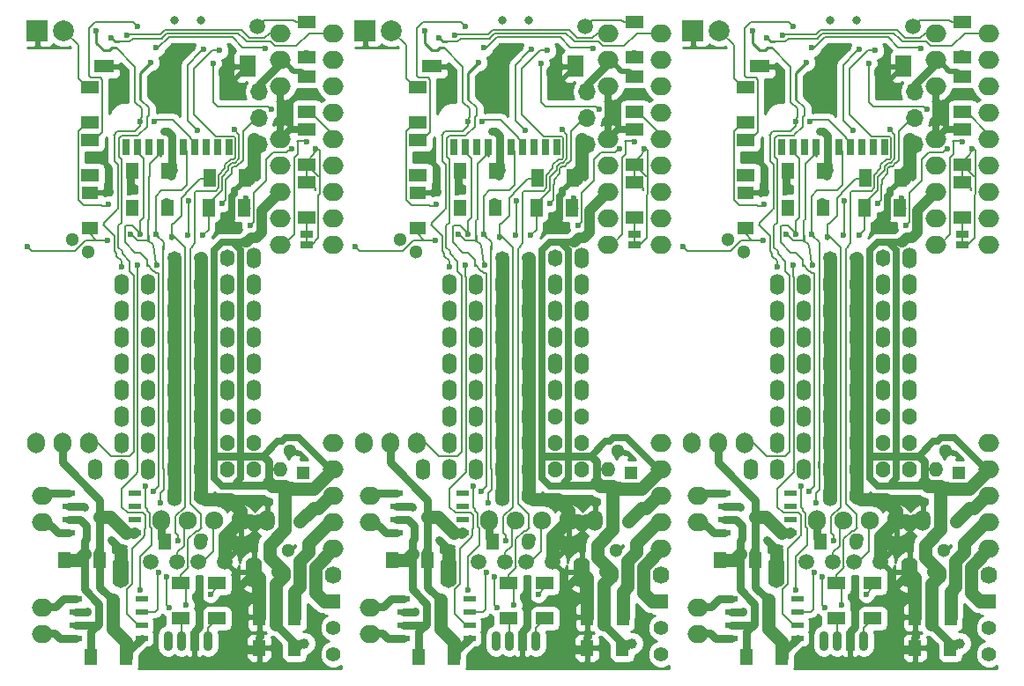
<source format=gbr>
G04 #@! TF.FileFunction,Copper,L2,Bot,Signal*
%FSLAX46Y46*%
G04 Gerber Fmt 4.6, Leading zero omitted, Abs format (unit mm)*
G04 Created by KiCad (PCBNEW 4.0.2-4+6225~38~ubuntu15.04.1-stable) date 2016年06月17日 16時11分24秒*
%MOMM*%
G01*
G04 APERTURE LIST*
%ADD10C,0.100000*%
%ADD11O,2.000000X1.700000*%
%ADD12R,1.600200X1.998980*%
%ADD13R,0.701040X1.600200*%
%ADD14R,1.900000X1.200000*%
%ADD15O,1.700000X1.700000*%
%ADD16C,0.800000*%
%ADD17R,1.700000X1.200000*%
%ADD18O,1.700000X2.000000*%
%ADD19O,1.600000X1.700000*%
%ADD20R,1.200000X0.800000*%
%ADD21R,1.600000X1.200000*%
%ADD22O,1.200000X1.600000*%
%ADD23R,1.200000X1.600000*%
%ADD24C,1.500000*%
%ADD25C,1.300000*%
%ADD26R,1.200000X1.700000*%
%ADD27O,1.727200X1.800000*%
%ADD28O,1.727200X2.032000*%
%ADD29O,1.500000X2.032000*%
%ADD30C,1.501140*%
%ADD31O,1.600000X3.000000*%
%ADD32O,1.400000X2.000000*%
%ADD33O,1.400000X1.270000*%
%ADD34R,1.143000X0.508000*%
%ADD35R,1.397000X1.397000*%
%ADD36C,1.397000*%
%ADD37O,0.900000X1.905000*%
%ADD38R,0.900000X1.905000*%
%ADD39R,2.000000X2.000000*%
%ADD40C,2.000000*%
%ADD41R,1.300000X1.300000*%
%ADD42O,1.400000X1.600000*%
%ADD43O,1.400000X1.400000*%
%ADD44O,1.400000X1.700000*%
%ADD45O,1.400000X1.000000*%
%ADD46O,1.400000X1.651000*%
%ADD47C,0.600000*%
%ADD48C,1.000000*%
%ADD49C,0.250000*%
%ADD50C,1.270000*%
%ADD51C,0.762000*%
%ADD52C,1.016000*%
%ADD53C,0.203200*%
%ADD54C,0.127000*%
%ADD55C,0.508000*%
%ADD56C,0.635000*%
%ADD57C,0.254000*%
G04 APERTURE END LIST*
D10*
D11*
X195540000Y-73660000D03*
X195540000Y-63500000D03*
X195540000Y-66040000D03*
X195540000Y-71120000D03*
X195540000Y-68580000D03*
X195540000Y-58420000D03*
X195540000Y-60960000D03*
X195540000Y-55880000D03*
X195540000Y-53340000D03*
D12*
X187335000Y-56520000D03*
D13*
X185533740Y-64320100D03*
X184433920Y-64320100D03*
D14*
X173535000Y-56520000D03*
D13*
X176734820Y-64320100D03*
X177834640Y-64320100D03*
X178934460Y-64320100D03*
X180034280Y-64320100D03*
X181134100Y-64320100D03*
X182233920Y-64320100D03*
X183333740Y-64320100D03*
X175635000Y-64320100D03*
D11*
X195540000Y-95250000D03*
X195540000Y-92710000D03*
X195540000Y-97790000D03*
X195540000Y-100330000D03*
D15*
X188428000Y-58928000D03*
X188428000Y-61468000D03*
X188428000Y-64008000D03*
D16*
X182840000Y-52070000D03*
X180300000Y-52070000D03*
D17*
X193000000Y-52275000D03*
X193000000Y-55675000D03*
D11*
X190460000Y-58420000D03*
X190460000Y-55880000D03*
X190460000Y-53340000D03*
D18*
X166965000Y-92710000D03*
X169505000Y-92710000D03*
X172045000Y-92710000D03*
D19*
X195540000Y-105410000D03*
D11*
X195540000Y-102870000D03*
X195540000Y-100330000D03*
X167600000Y-111125000D03*
X167600000Y-108585000D03*
X167600000Y-100330000D03*
X167600000Y-97790000D03*
X190460000Y-63500000D03*
X190460000Y-68580000D03*
X190460000Y-66040000D03*
X190460000Y-71120000D03*
X190460000Y-73660000D03*
D20*
X193000000Y-72652000D03*
X193000000Y-73652000D03*
D21*
X172172000Y-72058000D03*
X172172000Y-68658000D03*
D22*
X182762000Y-102235000D03*
D23*
X179362000Y-102235000D03*
X191829800Y-109474000D03*
X188429800Y-109474000D03*
X191804400Y-112420400D03*
X188404400Y-112420400D03*
X175650000Y-113284000D03*
X172250000Y-113284000D03*
X173110000Y-104013000D03*
X169710000Y-104013000D03*
D17*
X184364000Y-109586500D03*
X184364000Y-106186500D03*
X180871500Y-109586500D03*
X180871500Y-106186500D03*
D24*
X188237500Y-52705000D03*
D25*
X170457500Y-73152000D03*
D26*
X187029200Y-67208400D03*
X183629200Y-67208400D03*
D17*
X193000000Y-62562000D03*
X193000000Y-65962000D03*
X172172000Y-58498000D03*
X172172000Y-61898000D03*
X172172000Y-63578000D03*
X172172000Y-66978000D03*
X193000000Y-71042000D03*
X193000000Y-67642000D03*
D23*
X176187000Y-70104000D03*
X179587000Y-70104000D03*
X179587000Y-66548000D03*
X176187000Y-66548000D03*
D26*
X186953000Y-70104000D03*
X183553000Y-70104000D03*
D18*
X179030000Y-100203000D03*
D27*
X181570000Y-100203000D03*
X184110000Y-100203000D03*
D28*
X186650000Y-100203000D03*
D29*
X189190000Y-100203000D03*
D30*
X185126860Y-104137880D03*
X182586860Y-104137880D03*
X180554860Y-104137880D03*
X178014860Y-104137880D03*
D31*
X187914000Y-105170000D03*
X175114000Y-105170000D03*
D32*
X180300000Y-97790000D03*
X180300000Y-95250000D03*
X180300000Y-92710000D03*
X180300000Y-90170000D03*
X180300000Y-87630000D03*
X180300000Y-85090000D03*
X180300000Y-82550000D03*
X180300000Y-80010000D03*
X180300000Y-77470000D03*
D33*
X180300000Y-74930000D03*
D32*
X175220000Y-92710000D03*
X177760000Y-92710000D03*
D34*
X170140000Y-97536000D03*
X170140000Y-98806000D03*
X170140000Y-100076000D03*
X170140000Y-101346000D03*
X176490000Y-101346000D03*
X176490000Y-100076000D03*
X176490000Y-98806000D03*
X176490000Y-97536000D03*
D35*
X195540000Y-107950000D03*
D36*
X195540000Y-110490000D03*
X195540000Y-113030000D03*
D37*
X183475000Y-111760000D03*
D38*
X182205000Y-111760000D03*
D37*
X180935000Y-111760000D03*
X179665000Y-111760000D03*
D39*
X167092000Y-53086000D03*
D40*
X169632000Y-53086000D03*
D25*
X191369000Y-93465936D03*
D41*
X192619000Y-95631000D03*
D32*
X175220000Y-95250000D03*
X177760000Y-95250000D03*
X175220000Y-90170000D03*
X177760000Y-90170000D03*
X175220000Y-87630000D03*
X177760000Y-87630000D03*
X175220000Y-77470000D03*
X177760000Y-77470000D03*
X175220000Y-80010000D03*
X177760000Y-80010000D03*
X175220000Y-85090000D03*
X177760000Y-85090000D03*
X175220000Y-82550000D03*
X177760000Y-82550000D03*
X185380000Y-82550000D03*
X187920000Y-82550000D03*
X185380000Y-85090000D03*
X187920000Y-85090000D03*
X185380000Y-80010000D03*
X187920000Y-80010000D03*
X185380000Y-77470000D03*
X187920000Y-77470000D03*
X185380000Y-87630000D03*
X187920000Y-87630000D03*
D42*
X185380000Y-90170000D03*
X187920000Y-90170000D03*
X185380000Y-95250000D03*
X187920000Y-95250000D03*
X185380000Y-92710000D03*
X187920000Y-92710000D03*
X187920000Y-95250000D03*
D43*
X190460000Y-95250000D03*
D32*
X172680000Y-95250000D03*
X175220000Y-95250000D03*
D34*
X170775000Y-107696000D03*
X170775000Y-108966000D03*
X170775000Y-110236000D03*
X170775000Y-111506000D03*
X177125000Y-111506000D03*
X177125000Y-110236000D03*
X177125000Y-108966000D03*
X177125000Y-107696000D03*
D42*
X182840000Y-97790000D03*
X182840000Y-95250000D03*
D32*
X182840000Y-92710000D03*
X182840000Y-90170000D03*
X182840000Y-87630000D03*
X182840000Y-85090000D03*
X182840000Y-82550000D03*
X182840000Y-80010000D03*
D44*
X182840000Y-77470000D03*
D45*
X182840000Y-74930000D03*
D25*
X191224320Y-103024181D03*
D10*
G36*
X191236338Y-106123351D02*
X190153049Y-105932338D01*
X190344062Y-104849049D01*
X191427351Y-105040062D01*
X191236338Y-106123351D01*
X191236338Y-106123351D01*
G37*
D46*
X185380000Y-74930000D03*
D32*
X187920000Y-74930000D03*
D25*
X171981500Y-74358500D03*
D17*
X193000000Y-60882000D03*
X193000000Y-57482000D03*
D12*
X155835000Y-56520000D03*
D13*
X154033740Y-64320100D03*
X152933920Y-64320100D03*
D14*
X142035000Y-56520000D03*
D13*
X145234820Y-64320100D03*
X146334640Y-64320100D03*
X147434460Y-64320100D03*
X148534280Y-64320100D03*
X149634100Y-64320100D03*
X150733920Y-64320100D03*
X151833740Y-64320100D03*
X144135000Y-64320100D03*
D11*
X164040000Y-95250000D03*
X164040000Y-92710000D03*
X164040000Y-97790000D03*
X164040000Y-100330000D03*
D15*
X156928000Y-58928000D03*
X156928000Y-61468000D03*
X156928000Y-64008000D03*
D16*
X151340000Y-52070000D03*
X148800000Y-52070000D03*
D17*
X161500000Y-52275000D03*
X161500000Y-55675000D03*
D11*
X158960000Y-58420000D03*
X158960000Y-55880000D03*
X158960000Y-53340000D03*
D18*
X135465000Y-92710000D03*
X138005000Y-92710000D03*
X140545000Y-92710000D03*
D19*
X164040000Y-105410000D03*
D11*
X164040000Y-102870000D03*
X164040000Y-100330000D03*
X136100000Y-111125000D03*
X136100000Y-108585000D03*
X136100000Y-100330000D03*
X136100000Y-97790000D03*
X158960000Y-63500000D03*
X158960000Y-68580000D03*
X158960000Y-66040000D03*
X158960000Y-71120000D03*
X158960000Y-73660000D03*
D20*
X161500000Y-72652000D03*
X161500000Y-73652000D03*
D21*
X140672000Y-72058000D03*
X140672000Y-68658000D03*
D11*
X164040000Y-73660000D03*
X164040000Y-63500000D03*
X164040000Y-66040000D03*
X164040000Y-71120000D03*
X164040000Y-68580000D03*
X164040000Y-58420000D03*
X164040000Y-60960000D03*
X164040000Y-55880000D03*
X164040000Y-53340000D03*
D22*
X151262000Y-102235000D03*
D23*
X147862000Y-102235000D03*
X160329800Y-109474000D03*
X156929800Y-109474000D03*
X160304400Y-112420400D03*
X156904400Y-112420400D03*
X144150000Y-113284000D03*
X140750000Y-113284000D03*
X141610000Y-104013000D03*
X138210000Y-104013000D03*
D17*
X152864000Y-109586500D03*
X152864000Y-106186500D03*
X149371500Y-109586500D03*
X149371500Y-106186500D03*
D24*
X156737500Y-52705000D03*
D25*
X138957500Y-73152000D03*
D26*
X155529200Y-67208400D03*
X152129200Y-67208400D03*
D17*
X161500000Y-62562000D03*
X161500000Y-65962000D03*
X140672000Y-58498000D03*
X140672000Y-61898000D03*
X140672000Y-63578000D03*
X140672000Y-66978000D03*
X161500000Y-71042000D03*
X161500000Y-67642000D03*
D23*
X144687000Y-70104000D03*
X148087000Y-70104000D03*
X148087000Y-66548000D03*
X144687000Y-66548000D03*
D26*
X155453000Y-70104000D03*
X152053000Y-70104000D03*
D18*
X147530000Y-100203000D03*
D27*
X150070000Y-100203000D03*
X152610000Y-100203000D03*
D28*
X155150000Y-100203000D03*
D29*
X157690000Y-100203000D03*
D30*
X153626860Y-104137880D03*
X151086860Y-104137880D03*
X149054860Y-104137880D03*
X146514860Y-104137880D03*
D31*
X156414000Y-105170000D03*
X143614000Y-105170000D03*
D32*
X148800000Y-97790000D03*
X148800000Y-95250000D03*
X148800000Y-92710000D03*
X148800000Y-90170000D03*
X148800000Y-87630000D03*
X148800000Y-85090000D03*
X148800000Y-82550000D03*
X148800000Y-80010000D03*
X148800000Y-77470000D03*
D33*
X148800000Y-74930000D03*
D32*
X143720000Y-92710000D03*
X146260000Y-92710000D03*
D34*
X138640000Y-97536000D03*
X138640000Y-98806000D03*
X138640000Y-100076000D03*
X138640000Y-101346000D03*
X144990000Y-101346000D03*
X144990000Y-100076000D03*
X144990000Y-98806000D03*
X144990000Y-97536000D03*
D35*
X164040000Y-107950000D03*
D36*
X164040000Y-110490000D03*
X164040000Y-113030000D03*
D37*
X151975000Y-111760000D03*
D38*
X150705000Y-111760000D03*
D37*
X149435000Y-111760000D03*
X148165000Y-111760000D03*
D39*
X135592000Y-53086000D03*
D40*
X138132000Y-53086000D03*
D25*
X159869000Y-93465936D03*
D41*
X161119000Y-95631000D03*
D32*
X143720000Y-95250000D03*
X146260000Y-95250000D03*
X143720000Y-90170000D03*
X146260000Y-90170000D03*
X143720000Y-87630000D03*
X146260000Y-87630000D03*
X143720000Y-77470000D03*
X146260000Y-77470000D03*
X143720000Y-80010000D03*
X146260000Y-80010000D03*
X143720000Y-85090000D03*
X146260000Y-85090000D03*
X143720000Y-82550000D03*
X146260000Y-82550000D03*
X153880000Y-82550000D03*
X156420000Y-82550000D03*
X153880000Y-85090000D03*
X156420000Y-85090000D03*
X153880000Y-80010000D03*
X156420000Y-80010000D03*
X153880000Y-77470000D03*
X156420000Y-77470000D03*
X153880000Y-87630000D03*
X156420000Y-87630000D03*
D42*
X153880000Y-90170000D03*
X156420000Y-90170000D03*
X153880000Y-95250000D03*
X156420000Y-95250000D03*
X153880000Y-92710000D03*
X156420000Y-92710000D03*
X156420000Y-95250000D03*
D43*
X158960000Y-95250000D03*
D32*
X141180000Y-95250000D03*
X143720000Y-95250000D03*
D34*
X139275000Y-107696000D03*
X139275000Y-108966000D03*
X139275000Y-110236000D03*
X139275000Y-111506000D03*
X145625000Y-111506000D03*
X145625000Y-110236000D03*
X145625000Y-108966000D03*
X145625000Y-107696000D03*
D42*
X151340000Y-97790000D03*
X151340000Y-95250000D03*
D32*
X151340000Y-92710000D03*
X151340000Y-90170000D03*
X151340000Y-87630000D03*
X151340000Y-85090000D03*
X151340000Y-82550000D03*
X151340000Y-80010000D03*
D44*
X151340000Y-77470000D03*
D45*
X151340000Y-74930000D03*
D25*
X159724320Y-103024181D03*
D10*
G36*
X159736338Y-106123351D02*
X158653049Y-105932338D01*
X158844062Y-104849049D01*
X159927351Y-105040062D01*
X159736338Y-106123351D01*
X159736338Y-106123351D01*
G37*
D46*
X153880000Y-74930000D03*
D32*
X156420000Y-74930000D03*
D25*
X140481500Y-74358500D03*
D17*
X161500000Y-60882000D03*
X161500000Y-57482000D03*
X224500000Y-60882000D03*
X224500000Y-57482000D03*
D25*
X203481500Y-74358500D03*
D46*
X216880000Y-74930000D03*
D32*
X219420000Y-74930000D03*
D25*
X222724320Y-103024181D03*
D10*
G36*
X222736338Y-106123351D02*
X221653049Y-105932338D01*
X221844062Y-104849049D01*
X222927351Y-105040062D01*
X222736338Y-106123351D01*
X222736338Y-106123351D01*
G37*
D42*
X214340000Y-97790000D03*
X214340000Y-95250000D03*
D32*
X214340000Y-92710000D03*
X214340000Y-90170000D03*
X214340000Y-87630000D03*
X214340000Y-85090000D03*
X214340000Y-82550000D03*
X214340000Y-80010000D03*
D44*
X214340000Y-77470000D03*
D45*
X214340000Y-74930000D03*
D34*
X202275000Y-107696000D03*
X202275000Y-108966000D03*
X202275000Y-110236000D03*
X202275000Y-111506000D03*
X208625000Y-111506000D03*
X208625000Y-110236000D03*
X208625000Y-108966000D03*
X208625000Y-107696000D03*
D32*
X204180000Y-95250000D03*
X206720000Y-95250000D03*
D42*
X219420000Y-95250000D03*
D43*
X221960000Y-95250000D03*
D42*
X216880000Y-92710000D03*
X219420000Y-92710000D03*
X216880000Y-95250000D03*
X219420000Y-95250000D03*
X216880000Y-90170000D03*
X219420000Y-90170000D03*
D32*
X216880000Y-87630000D03*
X219420000Y-87630000D03*
X216880000Y-77470000D03*
X219420000Y-77470000D03*
X216880000Y-80010000D03*
X219420000Y-80010000D03*
X216880000Y-85090000D03*
X219420000Y-85090000D03*
X216880000Y-82550000D03*
X219420000Y-82550000D03*
X206720000Y-82550000D03*
X209260000Y-82550000D03*
X206720000Y-85090000D03*
X209260000Y-85090000D03*
X206720000Y-80010000D03*
X209260000Y-80010000D03*
X206720000Y-77470000D03*
X209260000Y-77470000D03*
X206720000Y-87630000D03*
X209260000Y-87630000D03*
X206720000Y-90170000D03*
X209260000Y-90170000D03*
X206720000Y-95250000D03*
X209260000Y-95250000D03*
D25*
X222869000Y-93465936D03*
D41*
X224119000Y-95631000D03*
D39*
X198592000Y-53086000D03*
D40*
X201132000Y-53086000D03*
D37*
X214975000Y-111760000D03*
D38*
X213705000Y-111760000D03*
D37*
X212435000Y-111760000D03*
X211165000Y-111760000D03*
D35*
X227040000Y-107950000D03*
D36*
X227040000Y-110490000D03*
X227040000Y-113030000D03*
D34*
X201640000Y-97536000D03*
X201640000Y-98806000D03*
X201640000Y-100076000D03*
X201640000Y-101346000D03*
X207990000Y-101346000D03*
X207990000Y-100076000D03*
X207990000Y-98806000D03*
X207990000Y-97536000D03*
D32*
X206720000Y-92710000D03*
X209260000Y-92710000D03*
X211800000Y-97790000D03*
X211800000Y-95250000D03*
X211800000Y-92710000D03*
X211800000Y-90170000D03*
X211800000Y-87630000D03*
X211800000Y-85090000D03*
X211800000Y-82550000D03*
X211800000Y-80010000D03*
X211800000Y-77470000D03*
D33*
X211800000Y-74930000D03*
D30*
X216626860Y-104137880D03*
X214086860Y-104137880D03*
X212054860Y-104137880D03*
X209514860Y-104137880D03*
D31*
X219414000Y-105170000D03*
X206614000Y-105170000D03*
D18*
X210530000Y-100203000D03*
D27*
X213070000Y-100203000D03*
X215610000Y-100203000D03*
D28*
X218150000Y-100203000D03*
D29*
X220690000Y-100203000D03*
D26*
X218453000Y-70104000D03*
X215053000Y-70104000D03*
D23*
X211087000Y-66548000D03*
X207687000Y-66548000D03*
X207687000Y-70104000D03*
X211087000Y-70104000D03*
D17*
X224500000Y-71042000D03*
X224500000Y-67642000D03*
X203672000Y-63578000D03*
X203672000Y-66978000D03*
X203672000Y-58498000D03*
X203672000Y-61898000D03*
X224500000Y-62562000D03*
X224500000Y-65962000D03*
D26*
X218529200Y-67208400D03*
X215129200Y-67208400D03*
D25*
X201957500Y-73152000D03*
D24*
X219737500Y-52705000D03*
D17*
X212371500Y-109586500D03*
X212371500Y-106186500D03*
X215864000Y-109586500D03*
X215864000Y-106186500D03*
D23*
X204610000Y-104013000D03*
X201210000Y-104013000D03*
X207150000Y-113284000D03*
X203750000Y-113284000D03*
X223304400Y-112420400D03*
X219904400Y-112420400D03*
X223329800Y-109474000D03*
X219929800Y-109474000D03*
D22*
X214262000Y-102235000D03*
D23*
X210862000Y-102235000D03*
D11*
X227040000Y-73660000D03*
X227040000Y-63500000D03*
X227040000Y-66040000D03*
X227040000Y-71120000D03*
X227040000Y-68580000D03*
X227040000Y-58420000D03*
X227040000Y-60960000D03*
X227040000Y-55880000D03*
X227040000Y-53340000D03*
D21*
X203672000Y-72058000D03*
X203672000Y-68658000D03*
D20*
X224500000Y-72652000D03*
X224500000Y-73652000D03*
D11*
X221960000Y-63500000D03*
X221960000Y-68580000D03*
X221960000Y-66040000D03*
X221960000Y-71120000D03*
X221960000Y-73660000D03*
X199100000Y-100330000D03*
X199100000Y-97790000D03*
X199100000Y-111125000D03*
X199100000Y-108585000D03*
D19*
X227040000Y-105410000D03*
D11*
X227040000Y-102870000D03*
X227040000Y-100330000D03*
D18*
X198465000Y-92710000D03*
X201005000Y-92710000D03*
X203545000Y-92710000D03*
D11*
X221960000Y-58420000D03*
X221960000Y-55880000D03*
X221960000Y-53340000D03*
D17*
X224500000Y-52275000D03*
X224500000Y-55675000D03*
D16*
X214340000Y-52070000D03*
X211800000Y-52070000D03*
D15*
X219928000Y-58928000D03*
X219928000Y-61468000D03*
X219928000Y-64008000D03*
D11*
X227040000Y-95250000D03*
X227040000Y-92710000D03*
X227040000Y-97790000D03*
X227040000Y-100330000D03*
D12*
X218835000Y-56520000D03*
D13*
X217033740Y-64320100D03*
X215933920Y-64320100D03*
D14*
X205035000Y-56520000D03*
D13*
X208234820Y-64320100D03*
X209334640Y-64320100D03*
X210434460Y-64320100D03*
X211534280Y-64320100D03*
X212634100Y-64320100D03*
X213733920Y-64320100D03*
X214833740Y-64320100D03*
X207135000Y-64320100D03*
D47*
X180204500Y-66802000D03*
X179284000Y-62738000D03*
X176014000Y-70108720D03*
X191829800Y-109474000D03*
X172172000Y-66978000D03*
X148704500Y-66802000D03*
X147784000Y-62738000D03*
X144514000Y-70108720D03*
X160329800Y-109474000D03*
X140672000Y-66978000D03*
X203672000Y-66978000D03*
X223329800Y-109474000D03*
X207514000Y-70108720D03*
X210784000Y-62738000D03*
X211704500Y-66802000D03*
X187729500Y-63754000D03*
X175918500Y-66040000D03*
X177823500Y-64389000D03*
X186042288Y-68463892D03*
X175982000Y-68643500D03*
X180109500Y-55054500D03*
X180141250Y-57689750D03*
X171918000Y-108902500D03*
X171600500Y-98869500D03*
X174140500Y-102044500D03*
X179538000Y-69723000D03*
X182649500Y-106299000D03*
X188580400Y-111379000D03*
X174204000Y-68630800D03*
X184643400Y-72364600D03*
X185009160Y-57256680D03*
X156229500Y-63754000D03*
X144418500Y-66040000D03*
X146323500Y-64389000D03*
X154542288Y-68463892D03*
X144482000Y-68643500D03*
X148609500Y-55054500D03*
X148641250Y-57689750D03*
X140418000Y-108902500D03*
X140100500Y-98869500D03*
X142640500Y-102044500D03*
X148038000Y-69723000D03*
X151149500Y-106299000D03*
X157080400Y-111379000D03*
X142704000Y-68630800D03*
X153143400Y-72364600D03*
X153509160Y-57256680D03*
X216509160Y-57256680D03*
X216143400Y-72364600D03*
X205704000Y-68630800D03*
X220080400Y-111379000D03*
X214149500Y-106299000D03*
X211038000Y-69723000D03*
X205640500Y-102044500D03*
X203100500Y-98869500D03*
X203418000Y-108902500D03*
X211641250Y-57689750D03*
X211609500Y-55054500D03*
X207482000Y-68643500D03*
X217542288Y-68463892D03*
X209323500Y-64389000D03*
X207418500Y-66040000D03*
X219229500Y-63754000D03*
X176363000Y-101473000D03*
X172870500Y-103124000D03*
X144863000Y-101473000D03*
X141370500Y-103124000D03*
X204370500Y-103124000D03*
X207863000Y-101473000D03*
X184846600Y-69723000D03*
X187132600Y-69215000D03*
X153346600Y-69723000D03*
X155632600Y-69215000D03*
X218632600Y-69215000D03*
X216346600Y-69723000D03*
X175181900Y-75793600D03*
X183729000Y-107251500D03*
X176998000Y-106883200D03*
X177506000Y-96901000D03*
X172781600Y-53136800D03*
X174204000Y-53746400D03*
X176998000Y-61798200D03*
X178318800Y-61849000D03*
X176744000Y-75628500D03*
X143681900Y-75793600D03*
X152229000Y-107251500D03*
X145498000Y-106883200D03*
X146006000Y-96901000D03*
X141281600Y-53136800D03*
X142704000Y-53746400D03*
X145498000Y-61798200D03*
X146818800Y-61849000D03*
X145244000Y-75628500D03*
X208244000Y-75628500D03*
X209818800Y-61849000D03*
X208498000Y-61798200D03*
X205704000Y-53746400D03*
X204281600Y-53136800D03*
X209006000Y-96901000D03*
X208498000Y-106883200D03*
X215229000Y-107251500D03*
X206681900Y-75793600D03*
X176744000Y-52705000D03*
X145244000Y-52705000D03*
X208244000Y-52705000D03*
X182762000Y-102235000D03*
X192339600Y-100279200D03*
X151262000Y-102235000D03*
X160839600Y-100279200D03*
X223839600Y-100279200D03*
X214262000Y-102235000D03*
X176998000Y-72644000D03*
X178204500Y-97409000D03*
X176490000Y-98806000D03*
X145498000Y-72644000D03*
X146704500Y-97409000D03*
X144990000Y-98806000D03*
X207990000Y-98806000D03*
X209704500Y-97409000D03*
X208498000Y-72644000D03*
X178522000Y-72644000D03*
X178903000Y-98488500D03*
X178776000Y-105156000D03*
X147022000Y-72644000D03*
X147403000Y-98488500D03*
X147276000Y-105156000D03*
X210276000Y-105156000D03*
X210403000Y-98488500D03*
X210022000Y-72644000D03*
X183022000Y-72754000D03*
X186015000Y-62611000D03*
X151522000Y-72754000D03*
X154515000Y-62611000D03*
X217515000Y-62611000D03*
X214522000Y-72754000D03*
X189571000Y-60680600D03*
X192949200Y-63779400D03*
X184008400Y-56261000D03*
X158071000Y-60680600D03*
X161449200Y-63779400D03*
X152508400Y-56261000D03*
X215508400Y-56261000D03*
X224449200Y-63779400D03*
X221071000Y-60680600D03*
X189995000Y-110149600D03*
D48*
X192746000Y-112014000D03*
D47*
X158495000Y-110149600D03*
D48*
X161246000Y-112014000D03*
X224246000Y-112014000D03*
D47*
X221495000Y-110149600D03*
X178585500Y-75628500D03*
X176490000Y-100076000D03*
X176071988Y-72624561D03*
X178934460Y-64320100D03*
X147085500Y-75628500D03*
X144990000Y-100076000D03*
X144571988Y-72624561D03*
X147434460Y-64320100D03*
X210434460Y-64320100D03*
X207571988Y-72624561D03*
X207990000Y-100076000D03*
X210085500Y-75628500D03*
X171615000Y-102108000D03*
X140115000Y-102108000D03*
X203115000Y-102108000D03*
X184618000Y-54991000D03*
X181379500Y-108331000D03*
X153118000Y-54991000D03*
X149879500Y-108331000D03*
X212879500Y-108331000D03*
X216118000Y-54991000D03*
X178522000Y-54754000D03*
X189012200Y-54762400D03*
X178014000Y-56134000D03*
X147022000Y-54754000D03*
X157512200Y-54762400D03*
X146514000Y-56134000D03*
X209514000Y-56134000D03*
X220512200Y-54762400D03*
X210022000Y-54754000D03*
X180046000Y-72898000D03*
X180617500Y-102108000D03*
X179728500Y-108521500D03*
X179487200Y-105613200D03*
X148546000Y-72898000D03*
X149117500Y-102108000D03*
X148228500Y-108521500D03*
X147987200Y-105613200D03*
X210987200Y-105613200D03*
X211228500Y-108521500D03*
X212117500Y-102108000D03*
X211546000Y-72898000D03*
X175702600Y-53517800D03*
X193000000Y-55245000D03*
X144202600Y-53517800D03*
X161500000Y-55245000D03*
X224500000Y-55245000D03*
X207202600Y-53517800D03*
X173823000Y-73215500D03*
X166154000Y-73850500D03*
X142323000Y-73215500D03*
X134654000Y-73850500D03*
X197654000Y-73850500D03*
X205323000Y-73215500D03*
X193863600Y-64490600D03*
X192644400Y-71094600D03*
X182484400Y-62687200D03*
X183043200Y-54864000D03*
X162363600Y-64490600D03*
X161144400Y-71094600D03*
X150984400Y-62687200D03*
X151543200Y-54864000D03*
X214543200Y-54864000D03*
X213984400Y-62687200D03*
X224144400Y-71094600D03*
X225363600Y-64490600D03*
X187539000Y-71780400D03*
X181620800Y-69418200D03*
X181519200Y-72720200D03*
X173913530Y-69807286D03*
X191552200Y-64490600D03*
X156039000Y-71780400D03*
X150120800Y-69418200D03*
X150019200Y-72720200D03*
X142413530Y-69807286D03*
X160052200Y-64490600D03*
X223052200Y-64490600D03*
X205413530Y-69807286D03*
X213019200Y-72720200D03*
X213120800Y-69418200D03*
X219039000Y-71780400D03*
D49*
X180034280Y-64320100D02*
X180478780Y-66527720D01*
X180478780Y-66527720D02*
X180204500Y-66802000D01*
D50*
X180300000Y-75009398D02*
X180300000Y-74930000D01*
X180300000Y-97790000D02*
X180300000Y-75009398D01*
D51*
X180034280Y-66972220D02*
X179950500Y-67056000D01*
X180034280Y-64320100D02*
X180034280Y-66972220D01*
X179588800Y-62738000D02*
X179284000Y-62738000D01*
X180034280Y-63183480D02*
X179588800Y-62738000D01*
X180034280Y-64320100D02*
X180034280Y-63183480D01*
D52*
X195540000Y-100330000D02*
X195540000Y-100457000D01*
D50*
X195540000Y-100330000D02*
X195184400Y-100330000D01*
X193141652Y-102372748D02*
X193141652Y-103240252D01*
X192317398Y-104064506D02*
X193141652Y-103240252D01*
X192317398Y-106527600D02*
X192317398Y-104064506D01*
X195184400Y-100330000D02*
X193141652Y-102372748D01*
X191829800Y-109474000D02*
X191829800Y-108735600D01*
X191829800Y-107015198D02*
X192317398Y-106527600D01*
X191829800Y-109474000D02*
X191829800Y-107015198D01*
D53*
X190460000Y-66040000D02*
X190612400Y-66040000D01*
D54*
X190460000Y-65862200D02*
X190460000Y-66040000D01*
X190460000Y-55880000D02*
X190650500Y-55880000D01*
D55*
X191730000Y-56959500D02*
X190650500Y-55880000D01*
D51*
X195540000Y-92710000D02*
X194905000Y-92710000D01*
X195540000Y-92710000D02*
X195286000Y-92710000D01*
D55*
X192477500Y-56959500D02*
X193000000Y-57482000D01*
X191730000Y-56959500D02*
X192477500Y-56959500D01*
D51*
X190460000Y-56197500D02*
X190460000Y-55880000D01*
X188428000Y-58229500D02*
X190460000Y-56197500D01*
X188428000Y-58928000D02*
X188428000Y-58229500D01*
D49*
X148534280Y-64320100D02*
X148978780Y-66527720D01*
X148978780Y-66527720D02*
X148704500Y-66802000D01*
D50*
X148800000Y-75009398D02*
X148800000Y-74930000D01*
X148800000Y-97790000D02*
X148800000Y-75009398D01*
D51*
X148534280Y-66972220D02*
X148450500Y-67056000D01*
X148534280Y-64320100D02*
X148534280Y-66972220D01*
X148088800Y-62738000D02*
X147784000Y-62738000D01*
X148534280Y-63183480D02*
X148088800Y-62738000D01*
X148534280Y-64320100D02*
X148534280Y-63183480D01*
D52*
X164040000Y-100330000D02*
X164040000Y-100457000D01*
D50*
X164040000Y-100330000D02*
X163684400Y-100330000D01*
X161641652Y-102372748D02*
X161641652Y-103240252D01*
X160817398Y-104064506D02*
X161641652Y-103240252D01*
X160817398Y-106527600D02*
X160817398Y-104064506D01*
X163684400Y-100330000D02*
X161641652Y-102372748D01*
X160329800Y-109474000D02*
X160329800Y-108735600D01*
X160329800Y-107015198D02*
X160817398Y-106527600D01*
X160329800Y-109474000D02*
X160329800Y-107015198D01*
D53*
X158960000Y-66040000D02*
X159112400Y-66040000D01*
D54*
X158960000Y-65862200D02*
X158960000Y-66040000D01*
X158960000Y-55880000D02*
X159150500Y-55880000D01*
D55*
X160230000Y-56959500D02*
X159150500Y-55880000D01*
D51*
X164040000Y-92710000D02*
X163405000Y-92710000D01*
X164040000Y-92710000D02*
X163786000Y-92710000D01*
D55*
X160977500Y-56959500D02*
X161500000Y-57482000D01*
X160230000Y-56959500D02*
X160977500Y-56959500D01*
D51*
X158960000Y-56197500D02*
X158960000Y-55880000D01*
X156928000Y-58229500D02*
X158960000Y-56197500D01*
X156928000Y-58928000D02*
X156928000Y-58229500D01*
X219928000Y-58928000D02*
X219928000Y-58229500D01*
X219928000Y-58229500D02*
X221960000Y-56197500D01*
X221960000Y-56197500D02*
X221960000Y-55880000D01*
D55*
X223230000Y-56959500D02*
X223977500Y-56959500D01*
X223977500Y-56959500D02*
X224500000Y-57482000D01*
D51*
X227040000Y-92710000D02*
X226786000Y-92710000D01*
X227040000Y-92710000D02*
X226405000Y-92710000D01*
D55*
X223230000Y-56959500D02*
X222150500Y-55880000D01*
D54*
X221960000Y-55880000D02*
X222150500Y-55880000D01*
X221960000Y-65862200D02*
X221960000Y-66040000D01*
D53*
X221960000Y-66040000D02*
X222112400Y-66040000D01*
D50*
X223329800Y-109474000D02*
X223329800Y-107015198D01*
X223329800Y-107015198D02*
X223817398Y-106527600D01*
X223329800Y-109474000D02*
X223329800Y-108735600D01*
X226684400Y-100330000D02*
X224641652Y-102372748D01*
X223817398Y-106527600D02*
X223817398Y-104064506D01*
X223817398Y-104064506D02*
X224641652Y-103240252D01*
X224641652Y-102372748D02*
X224641652Y-103240252D01*
X227040000Y-100330000D02*
X226684400Y-100330000D01*
D52*
X227040000Y-100330000D02*
X227040000Y-100457000D01*
D51*
X211534280Y-64320100D02*
X211534280Y-63183480D01*
X211534280Y-63183480D02*
X211088800Y-62738000D01*
X211088800Y-62738000D02*
X210784000Y-62738000D01*
X211534280Y-64320100D02*
X211534280Y-66972220D01*
X211534280Y-66972220D02*
X211450500Y-67056000D01*
D50*
X211800000Y-97790000D02*
X211800000Y-75009398D01*
X211800000Y-75009398D02*
X211800000Y-74930000D01*
D49*
X211978780Y-66527720D02*
X211704500Y-66802000D01*
X211534280Y-64320100D02*
X211978780Y-66527720D01*
D54*
X182903500Y-97853500D02*
X182840000Y-97790000D01*
D50*
X187380000Y-67310000D02*
X187380000Y-67088000D01*
D55*
X177834640Y-64377860D02*
X177834640Y-64320100D01*
X187380000Y-67310000D02*
X187230000Y-67310000D01*
X187230000Y-67310000D02*
X187230000Y-67586798D01*
X187230000Y-67310000D02*
X187196180Y-67310000D01*
X187196180Y-67310000D02*
X186342287Y-68163893D01*
X186342287Y-68163893D02*
X186042288Y-68463892D01*
D50*
X182840000Y-97970998D02*
X182840000Y-97790000D01*
X182760602Y-97790000D02*
X182840000Y-97790000D01*
X182840000Y-97710602D02*
X182760602Y-97790000D01*
X187920000Y-66294000D02*
X187920000Y-63500000D01*
X187029200Y-67184800D02*
X187920000Y-66294000D01*
X187029200Y-67208400D02*
X187029200Y-67184800D01*
D55*
X177823500Y-64389000D02*
X177834640Y-64377860D01*
X175950500Y-67056000D02*
X175950500Y-66072000D01*
X175950500Y-66072000D02*
X175918500Y-66040000D01*
X175950500Y-68612000D02*
X175950500Y-67056000D01*
X175982000Y-68643500D02*
X175950500Y-68612000D01*
D56*
X180109500Y-57658000D02*
X180141250Y-57689750D01*
X180109500Y-57658000D02*
X180109500Y-55054500D01*
D49*
X176204500Y-66802000D02*
X176204500Y-67024000D01*
D50*
X182840000Y-95250000D02*
X182840000Y-97790000D01*
X182840000Y-92710000D02*
X182840000Y-95250000D01*
X182840000Y-90170000D02*
X182840000Y-92710000D01*
X182840000Y-87630000D02*
X182840000Y-90170000D01*
X182840000Y-85090000D02*
X182840000Y-87630000D01*
X182840000Y-82550000D02*
X182840000Y-85090000D01*
X182840000Y-80010000D02*
X182840000Y-82550000D01*
X182840000Y-77470000D02*
X182840000Y-80010000D01*
X182840000Y-74930000D02*
X182840000Y-77470000D01*
X183221000Y-98171000D02*
X182840000Y-97790000D01*
X185570500Y-98171000D02*
X183221000Y-98171000D01*
X186650000Y-99250500D02*
X185570500Y-98171000D01*
X186650000Y-100203000D02*
X186650000Y-99250500D01*
D51*
X171854500Y-108966000D02*
X171918000Y-108902500D01*
X170775000Y-108966000D02*
X171854500Y-108966000D01*
X171537000Y-98806000D02*
X171600500Y-98869500D01*
X170140000Y-98806000D02*
X171537000Y-98806000D01*
D54*
X188061500Y-112888500D02*
X188061500Y-112649000D01*
D51*
X186332500Y-112649000D02*
X186269000Y-112585500D01*
X186269000Y-109029500D02*
X186269000Y-106815000D01*
X186269000Y-112585500D02*
X186269000Y-109029500D01*
X186269000Y-106815000D02*
X187914000Y-105170000D01*
X188061500Y-112649000D02*
X186332500Y-112649000D01*
D50*
X175114000Y-103018000D02*
X175114000Y-105170000D01*
D51*
X174140500Y-102044500D02*
X175114000Y-103018000D01*
D52*
X179587000Y-69772000D02*
X179587000Y-70104000D01*
X179538000Y-69723000D02*
X179587000Y-69772000D01*
D51*
X182649500Y-110426500D02*
X182649500Y-106299000D01*
X182205000Y-110871000D02*
X182649500Y-110426500D01*
X182205000Y-111760000D02*
X182205000Y-110871000D01*
D50*
X187914000Y-100590000D02*
X188301000Y-100203000D01*
X188301000Y-100203000D02*
X189190000Y-100203000D01*
X187527000Y-100203000D02*
X187914000Y-100590000D01*
X186650000Y-100203000D02*
X187527000Y-100203000D01*
X185126860Y-101726140D02*
X186650000Y-100203000D01*
X185126860Y-104137880D02*
X185126860Y-101726140D01*
D56*
X188580400Y-111379000D02*
X188404400Y-111555000D01*
X188404400Y-111555000D02*
X188404400Y-112420400D01*
D50*
X188429800Y-105685800D02*
X187914000Y-105170000D01*
X188429800Y-109474000D02*
X188429800Y-105685800D01*
D56*
X190460000Y-58420000D02*
X190460000Y-63500000D01*
D51*
X166965000Y-92710000D02*
X166965000Y-93027500D01*
D56*
X191398000Y-62562000D02*
X190460000Y-63500000D01*
X193000000Y-62562000D02*
X191398000Y-62562000D01*
D53*
X191935000Y-52275000D02*
X191730000Y-52070000D01*
X191730000Y-52070000D02*
X188872500Y-52070000D01*
X188872500Y-52070000D02*
X188237500Y-52705000D01*
X193000000Y-52275000D02*
X191935000Y-52275000D01*
D55*
X174176800Y-68658000D02*
X174204000Y-68630800D01*
X172172000Y-68658000D02*
X174176800Y-68658000D01*
D56*
X186042288Y-68806712D02*
X185811800Y-69037200D01*
X185811800Y-69037200D02*
X185811800Y-71145400D01*
X185811800Y-71145400D02*
X184643400Y-72313800D01*
X184643400Y-72313800D02*
X184643400Y-72364600D01*
X186042288Y-68463892D02*
X186042288Y-68806712D01*
D55*
X185062500Y-58792500D02*
X187335000Y-56520000D01*
D50*
X185072660Y-57193180D02*
X185072660Y-57002680D01*
D55*
X185072660Y-57002680D02*
X185062500Y-58792500D01*
X185136160Y-57383680D02*
X185263160Y-57383680D01*
X185009160Y-57256680D02*
X185136160Y-57383680D01*
D54*
X151403500Y-97853500D02*
X151340000Y-97790000D01*
D50*
X155880000Y-67310000D02*
X155880000Y-67088000D01*
D55*
X146334640Y-64377860D02*
X146334640Y-64320100D01*
X155880000Y-67310000D02*
X155730000Y-67310000D01*
X155730000Y-67310000D02*
X155730000Y-67586798D01*
X155730000Y-67310000D02*
X155696180Y-67310000D01*
X155696180Y-67310000D02*
X154842287Y-68163893D01*
X154842287Y-68163893D02*
X154542288Y-68463892D01*
D50*
X151340000Y-97970998D02*
X151340000Y-97790000D01*
X151260602Y-97790000D02*
X151340000Y-97790000D01*
X151340000Y-97710602D02*
X151260602Y-97790000D01*
X156420000Y-66294000D02*
X156420000Y-63500000D01*
X155529200Y-67184800D02*
X156420000Y-66294000D01*
X155529200Y-67208400D02*
X155529200Y-67184800D01*
D55*
X146323500Y-64389000D02*
X146334640Y-64377860D01*
X144450500Y-67056000D02*
X144450500Y-66072000D01*
X144450500Y-66072000D02*
X144418500Y-66040000D01*
X144450500Y-68612000D02*
X144450500Y-67056000D01*
X144482000Y-68643500D02*
X144450500Y-68612000D01*
D56*
X148609500Y-57658000D02*
X148641250Y-57689750D01*
X148609500Y-57658000D02*
X148609500Y-55054500D01*
D49*
X144704500Y-66802000D02*
X144704500Y-67024000D01*
D50*
X151340000Y-95250000D02*
X151340000Y-97790000D01*
X151340000Y-92710000D02*
X151340000Y-95250000D01*
X151340000Y-90170000D02*
X151340000Y-92710000D01*
X151340000Y-87630000D02*
X151340000Y-90170000D01*
X151340000Y-85090000D02*
X151340000Y-87630000D01*
X151340000Y-82550000D02*
X151340000Y-85090000D01*
X151340000Y-80010000D02*
X151340000Y-82550000D01*
X151340000Y-77470000D02*
X151340000Y-80010000D01*
X151340000Y-74930000D02*
X151340000Y-77470000D01*
X151721000Y-98171000D02*
X151340000Y-97790000D01*
X154070500Y-98171000D02*
X151721000Y-98171000D01*
X155150000Y-99250500D02*
X154070500Y-98171000D01*
X155150000Y-100203000D02*
X155150000Y-99250500D01*
D51*
X140354500Y-108966000D02*
X140418000Y-108902500D01*
X139275000Y-108966000D02*
X140354500Y-108966000D01*
X140037000Y-98806000D02*
X140100500Y-98869500D01*
X138640000Y-98806000D02*
X140037000Y-98806000D01*
D54*
X156561500Y-112888500D02*
X156561500Y-112649000D01*
D51*
X154832500Y-112649000D02*
X154769000Y-112585500D01*
X154769000Y-109029500D02*
X154769000Y-106815000D01*
X154769000Y-112585500D02*
X154769000Y-109029500D01*
X154769000Y-106815000D02*
X156414000Y-105170000D01*
X156561500Y-112649000D02*
X154832500Y-112649000D01*
D50*
X143614000Y-103018000D02*
X143614000Y-105170000D01*
D51*
X142640500Y-102044500D02*
X143614000Y-103018000D01*
D52*
X148087000Y-69772000D02*
X148087000Y-70104000D01*
X148038000Y-69723000D02*
X148087000Y-69772000D01*
D51*
X151149500Y-110426500D02*
X151149500Y-106299000D01*
X150705000Y-110871000D02*
X151149500Y-110426500D01*
X150705000Y-111760000D02*
X150705000Y-110871000D01*
D50*
X156414000Y-100590000D02*
X156801000Y-100203000D01*
X156801000Y-100203000D02*
X157690000Y-100203000D01*
X156027000Y-100203000D02*
X156414000Y-100590000D01*
X155150000Y-100203000D02*
X156027000Y-100203000D01*
X153626860Y-101726140D02*
X155150000Y-100203000D01*
X153626860Y-104137880D02*
X153626860Y-101726140D01*
D56*
X157080400Y-111379000D02*
X156904400Y-111555000D01*
X156904400Y-111555000D02*
X156904400Y-112420400D01*
D50*
X156929800Y-105685800D02*
X156414000Y-105170000D01*
X156929800Y-109474000D02*
X156929800Y-105685800D01*
D56*
X158960000Y-58420000D02*
X158960000Y-63500000D01*
D51*
X135465000Y-92710000D02*
X135465000Y-93027500D01*
D56*
X159898000Y-62562000D02*
X158960000Y-63500000D01*
X161500000Y-62562000D02*
X159898000Y-62562000D01*
D53*
X160435000Y-52275000D02*
X160230000Y-52070000D01*
X160230000Y-52070000D02*
X157372500Y-52070000D01*
X157372500Y-52070000D02*
X156737500Y-52705000D01*
X161500000Y-52275000D02*
X160435000Y-52275000D01*
D55*
X142676800Y-68658000D02*
X142704000Y-68630800D01*
X140672000Y-68658000D02*
X142676800Y-68658000D01*
D56*
X154542288Y-68806712D02*
X154311800Y-69037200D01*
X154311800Y-69037200D02*
X154311800Y-71145400D01*
X154311800Y-71145400D02*
X153143400Y-72313800D01*
X153143400Y-72313800D02*
X153143400Y-72364600D01*
X154542288Y-68463892D02*
X154542288Y-68806712D01*
D55*
X153562500Y-58792500D02*
X155835000Y-56520000D01*
D50*
X153572660Y-57193180D02*
X153572660Y-57002680D01*
D55*
X153572660Y-57002680D02*
X153562500Y-58792500D01*
X153636160Y-57383680D02*
X153763160Y-57383680D01*
X153509160Y-57256680D02*
X153636160Y-57383680D01*
X216509160Y-57256680D02*
X216636160Y-57383680D01*
X216636160Y-57383680D02*
X216763160Y-57383680D01*
X216572660Y-57002680D02*
X216562500Y-58792500D01*
D50*
X216572660Y-57193180D02*
X216572660Y-57002680D01*
D55*
X216562500Y-58792500D02*
X218835000Y-56520000D01*
D56*
X217542288Y-68463892D02*
X217542288Y-68806712D01*
X216143400Y-72313800D02*
X216143400Y-72364600D01*
X217311800Y-71145400D02*
X216143400Y-72313800D01*
X217311800Y-69037200D02*
X217311800Y-71145400D01*
X217542288Y-68806712D02*
X217311800Y-69037200D01*
D55*
X203672000Y-68658000D02*
X205676800Y-68658000D01*
X205676800Y-68658000D02*
X205704000Y-68630800D01*
D53*
X224500000Y-52275000D02*
X223435000Y-52275000D01*
X220372500Y-52070000D02*
X219737500Y-52705000D01*
X223230000Y-52070000D02*
X220372500Y-52070000D01*
X223435000Y-52275000D02*
X223230000Y-52070000D01*
D56*
X224500000Y-62562000D02*
X222898000Y-62562000D01*
X222898000Y-62562000D02*
X221960000Y-63500000D01*
D51*
X198465000Y-92710000D02*
X198465000Y-93027500D01*
D56*
X221960000Y-58420000D02*
X221960000Y-63500000D01*
D50*
X219929800Y-109474000D02*
X219929800Y-105685800D01*
X219929800Y-105685800D02*
X219414000Y-105170000D01*
D56*
X219904400Y-111555000D02*
X219904400Y-112420400D01*
X220080400Y-111379000D02*
X219904400Y-111555000D01*
D50*
X216626860Y-104137880D02*
X216626860Y-101726140D01*
X216626860Y-101726140D02*
X218150000Y-100203000D01*
X218150000Y-100203000D02*
X219027000Y-100203000D01*
X219027000Y-100203000D02*
X219414000Y-100590000D01*
X219801000Y-100203000D02*
X220690000Y-100203000D01*
X219414000Y-100590000D02*
X219801000Y-100203000D01*
D51*
X213705000Y-111760000D02*
X213705000Y-110871000D01*
X213705000Y-110871000D02*
X214149500Y-110426500D01*
X214149500Y-110426500D02*
X214149500Y-106299000D01*
D52*
X211038000Y-69723000D02*
X211087000Y-69772000D01*
X211087000Y-69772000D02*
X211087000Y-70104000D01*
D51*
X205640500Y-102044500D02*
X206614000Y-103018000D01*
D50*
X206614000Y-103018000D02*
X206614000Y-105170000D01*
D51*
X219561500Y-112649000D02*
X217832500Y-112649000D01*
X217769000Y-106815000D02*
X219414000Y-105170000D01*
X217769000Y-112585500D02*
X217769000Y-109029500D01*
X217769000Y-109029500D02*
X217769000Y-106815000D01*
X217832500Y-112649000D02*
X217769000Y-112585500D01*
D54*
X219561500Y-112888500D02*
X219561500Y-112649000D01*
D51*
X201640000Y-98806000D02*
X203037000Y-98806000D01*
X203037000Y-98806000D02*
X203100500Y-98869500D01*
X202275000Y-108966000D02*
X203354500Y-108966000D01*
X203354500Y-108966000D02*
X203418000Y-108902500D01*
D50*
X218150000Y-100203000D02*
X218150000Y-99250500D01*
X218150000Y-99250500D02*
X217070500Y-98171000D01*
X217070500Y-98171000D02*
X214721000Y-98171000D01*
X214721000Y-98171000D02*
X214340000Y-97790000D01*
X214340000Y-74930000D02*
X214340000Y-77470000D01*
X214340000Y-77470000D02*
X214340000Y-80010000D01*
X214340000Y-80010000D02*
X214340000Y-82550000D01*
X214340000Y-82550000D02*
X214340000Y-85090000D01*
X214340000Y-85090000D02*
X214340000Y-87630000D01*
X214340000Y-87630000D02*
X214340000Y-90170000D01*
X214340000Y-90170000D02*
X214340000Y-92710000D01*
X214340000Y-92710000D02*
X214340000Y-95250000D01*
X214340000Y-95250000D02*
X214340000Y-97790000D01*
D49*
X207704500Y-66802000D02*
X207704500Y-67024000D01*
D56*
X211609500Y-57658000D02*
X211609500Y-55054500D01*
X211609500Y-57658000D02*
X211641250Y-57689750D01*
D55*
X207482000Y-68643500D02*
X207450500Y-68612000D01*
X207450500Y-68612000D02*
X207450500Y-67056000D01*
X207450500Y-66072000D02*
X207418500Y-66040000D01*
X207450500Y-67056000D02*
X207450500Y-66072000D01*
X209323500Y-64389000D02*
X209334640Y-64377860D01*
D50*
X218529200Y-67208400D02*
X218529200Y-67184800D01*
X218529200Y-67184800D02*
X219420000Y-66294000D01*
X219420000Y-66294000D02*
X219420000Y-63500000D01*
X214340000Y-97710602D02*
X214260602Y-97790000D01*
X214260602Y-97790000D02*
X214340000Y-97790000D01*
X214340000Y-97970998D02*
X214340000Y-97790000D01*
D55*
X217842287Y-68163893D02*
X217542288Y-68463892D01*
X218696180Y-67310000D02*
X217842287Y-68163893D01*
X218730000Y-67310000D02*
X218696180Y-67310000D01*
X218730000Y-67310000D02*
X218730000Y-67586798D01*
X218880000Y-67310000D02*
X218730000Y-67310000D01*
X209334640Y-64377860D02*
X209334640Y-64320100D01*
D50*
X218880000Y-67310000D02*
X218880000Y-67088000D01*
D54*
X214403500Y-97853500D02*
X214340000Y-97790000D01*
D51*
X179030000Y-101903000D02*
X179362000Y-102235000D01*
X179030000Y-100203000D02*
X179030000Y-101903000D01*
X175650000Y-112981000D02*
X177125000Y-111506000D01*
X175650000Y-113284000D02*
X175650000Y-112981000D01*
X173110000Y-99822000D02*
X173110000Y-103314500D01*
X169505000Y-94615000D02*
X173110000Y-98220000D01*
X173110000Y-98220000D02*
X173110000Y-99822000D01*
X169505000Y-92710000D02*
X169505000Y-94615000D01*
D52*
X176363000Y-101473000D02*
X176490000Y-101346000D01*
D50*
X175650000Y-111872500D02*
X174331000Y-110553500D01*
X174331000Y-110553500D02*
X174331000Y-108140500D01*
X175650000Y-113284000D02*
X175650000Y-111872500D01*
D51*
X174331000Y-107823000D02*
X173110000Y-106602000D01*
X173110000Y-106602000D02*
X173110000Y-103314500D01*
D50*
X174331000Y-108140500D02*
X174331000Y-107823000D01*
D51*
X173061000Y-103314500D02*
X173110000Y-103314500D01*
X172870500Y-103124000D02*
X173061000Y-103314500D01*
D50*
X174077000Y-99822000D02*
X173110000Y-99822000D01*
X175601000Y-101346000D02*
X174077000Y-99822000D01*
D51*
X176490000Y-101346000D02*
X175601000Y-101346000D01*
X147530000Y-101903000D02*
X147862000Y-102235000D01*
X147530000Y-100203000D02*
X147530000Y-101903000D01*
X144150000Y-112981000D02*
X145625000Y-111506000D01*
X144150000Y-113284000D02*
X144150000Y-112981000D01*
X141610000Y-99822000D02*
X141610000Y-103314500D01*
X138005000Y-94615000D02*
X141610000Y-98220000D01*
X141610000Y-98220000D02*
X141610000Y-99822000D01*
X138005000Y-92710000D02*
X138005000Y-94615000D01*
D52*
X144863000Y-101473000D02*
X144990000Y-101346000D01*
D50*
X144150000Y-111872500D02*
X142831000Y-110553500D01*
X142831000Y-110553500D02*
X142831000Y-108140500D01*
X144150000Y-113284000D02*
X144150000Y-111872500D01*
D51*
X142831000Y-107823000D02*
X141610000Y-106602000D01*
X141610000Y-106602000D02*
X141610000Y-103314500D01*
D50*
X142831000Y-108140500D02*
X142831000Y-107823000D01*
D51*
X141561000Y-103314500D02*
X141610000Y-103314500D01*
X141370500Y-103124000D02*
X141561000Y-103314500D01*
D50*
X142577000Y-99822000D02*
X141610000Y-99822000D01*
X144101000Y-101346000D02*
X142577000Y-99822000D01*
D51*
X144990000Y-101346000D02*
X144101000Y-101346000D01*
X207990000Y-101346000D02*
X207101000Y-101346000D01*
D50*
X207101000Y-101346000D02*
X205577000Y-99822000D01*
X205577000Y-99822000D02*
X204610000Y-99822000D01*
D51*
X204370500Y-103124000D02*
X204561000Y-103314500D01*
X204561000Y-103314500D02*
X204610000Y-103314500D01*
D50*
X205831000Y-108140500D02*
X205831000Y-107823000D01*
D51*
X204610000Y-106602000D02*
X204610000Y-103314500D01*
X205831000Y-107823000D02*
X204610000Y-106602000D01*
D50*
X207150000Y-113284000D02*
X207150000Y-111872500D01*
X205831000Y-110553500D02*
X205831000Y-108140500D01*
X207150000Y-111872500D02*
X205831000Y-110553500D01*
D52*
X207863000Y-101473000D02*
X207990000Y-101346000D01*
D51*
X201005000Y-92710000D02*
X201005000Y-94615000D01*
X204610000Y-98220000D02*
X204610000Y-99822000D01*
X201005000Y-94615000D02*
X204610000Y-98220000D01*
X204610000Y-99822000D02*
X204610000Y-103314500D01*
X207150000Y-113284000D02*
X207150000Y-112981000D01*
X207150000Y-112981000D02*
X208625000Y-111506000D01*
X210530000Y-100203000D02*
X210530000Y-101903000D01*
X210530000Y-101903000D02*
X210862000Y-102235000D01*
D54*
X169632000Y-53086000D02*
X171029000Y-54483000D01*
X171029000Y-54483000D02*
X171029000Y-57647840D01*
X171879160Y-58498000D02*
X171029000Y-57647840D01*
X172172000Y-58498000D02*
X171879160Y-58498000D01*
X138132000Y-53086000D02*
X139529000Y-54483000D01*
X139529000Y-54483000D02*
X139529000Y-57647840D01*
X140379160Y-58498000D02*
X139529000Y-57647840D01*
X140672000Y-58498000D02*
X140379160Y-58498000D01*
X203672000Y-58498000D02*
X203379160Y-58498000D01*
X203379160Y-58498000D02*
X202529000Y-57647840D01*
X202529000Y-54483000D02*
X202529000Y-57647840D01*
X201132000Y-53086000D02*
X202529000Y-54483000D01*
X183475000Y-111760000D02*
X183475000Y-111809000D01*
D53*
X183475000Y-110475500D02*
X184364000Y-109586500D01*
X183475000Y-111760000D02*
X183475000Y-110475500D01*
D54*
X151975000Y-111760000D02*
X151975000Y-111809000D01*
D53*
X151975000Y-110475500D02*
X152864000Y-109586500D01*
X151975000Y-111760000D02*
X151975000Y-110475500D01*
X214975000Y-111760000D02*
X214975000Y-110475500D01*
X214975000Y-110475500D02*
X215864000Y-109586500D01*
D54*
X214975000Y-111760000D02*
X214975000Y-111809000D01*
X180935000Y-109650000D02*
X180871500Y-109586500D01*
X180935000Y-111760000D02*
X180935000Y-109650000D01*
X149435000Y-109650000D02*
X149371500Y-109586500D01*
X149435000Y-111760000D02*
X149435000Y-109650000D01*
X212435000Y-111760000D02*
X212435000Y-109650000D01*
X212435000Y-109650000D02*
X212371500Y-109586500D01*
X187530000Y-70104000D02*
X187380000Y-70104000D01*
X187080000Y-70104000D02*
X187080000Y-69420000D01*
X187920000Y-60960000D02*
X187920000Y-61087000D01*
X188428000Y-61468000D02*
X188428000Y-61595000D01*
X185166725Y-68961000D02*
X185166725Y-68950925D01*
X185166725Y-69402875D02*
X185166725Y-68961000D01*
X184846600Y-69723000D02*
X185166725Y-69402875D01*
X187107200Y-69215000D02*
X187132600Y-69215000D01*
X186953000Y-69369200D02*
X187107200Y-69215000D01*
X186953000Y-70104000D02*
X186953000Y-69369200D01*
X188148600Y-61468000D02*
X188428000Y-61468000D01*
X185227600Y-67411600D02*
X185808602Y-66830598D01*
X185808602Y-66830598D02*
X185808602Y-66322598D01*
X185808602Y-66322598D02*
X185989600Y-66141600D01*
X185989600Y-66141600D02*
X186243600Y-66141600D01*
X186243600Y-66141600D02*
X186573800Y-65811400D01*
X186573800Y-65811400D02*
X186599200Y-65811400D01*
X186599200Y-65811400D02*
X186878600Y-65532000D01*
X186878600Y-65532000D02*
X186878600Y-62738000D01*
X186878600Y-62738000D02*
X188148600Y-61468000D01*
X185166725Y-68961000D02*
X185166725Y-68615475D01*
X185202200Y-67868800D02*
X185227600Y-67843400D01*
X185202200Y-68580000D02*
X185202200Y-67868800D01*
X185166725Y-68615475D02*
X185202200Y-68580000D01*
X185227600Y-67843400D02*
X185227600Y-67411600D01*
X156030000Y-70104000D02*
X155880000Y-70104000D01*
X155580000Y-70104000D02*
X155580000Y-69420000D01*
X156420000Y-60960000D02*
X156420000Y-61087000D01*
X156928000Y-61468000D02*
X156928000Y-61595000D01*
X153666725Y-68961000D02*
X153666725Y-68950925D01*
X153666725Y-69402875D02*
X153666725Y-68961000D01*
X153346600Y-69723000D02*
X153666725Y-69402875D01*
X155607200Y-69215000D02*
X155632600Y-69215000D01*
X155453000Y-69369200D02*
X155607200Y-69215000D01*
X155453000Y-70104000D02*
X155453000Y-69369200D01*
X156648600Y-61468000D02*
X156928000Y-61468000D01*
X153727600Y-67411600D02*
X154308602Y-66830598D01*
X154308602Y-66830598D02*
X154308602Y-66322598D01*
X154308602Y-66322598D02*
X154489600Y-66141600D01*
X154489600Y-66141600D02*
X154743600Y-66141600D01*
X154743600Y-66141600D02*
X155073800Y-65811400D01*
X155073800Y-65811400D02*
X155099200Y-65811400D01*
X155099200Y-65811400D02*
X155378600Y-65532000D01*
X155378600Y-65532000D02*
X155378600Y-62738000D01*
X155378600Y-62738000D02*
X156648600Y-61468000D01*
X153666725Y-68961000D02*
X153666725Y-68615475D01*
X153702200Y-67868800D02*
X153727600Y-67843400D01*
X153702200Y-68580000D02*
X153702200Y-67868800D01*
X153666725Y-68615475D02*
X153702200Y-68580000D01*
X153727600Y-67843400D02*
X153727600Y-67411600D01*
X216727600Y-67843400D02*
X216727600Y-67411600D01*
X216666725Y-68615475D02*
X216702200Y-68580000D01*
X216702200Y-68580000D02*
X216702200Y-67868800D01*
X216702200Y-67868800D02*
X216727600Y-67843400D01*
X216666725Y-68961000D02*
X216666725Y-68615475D01*
X218378600Y-62738000D02*
X219648600Y-61468000D01*
X218378600Y-65532000D02*
X218378600Y-62738000D01*
X218099200Y-65811400D02*
X218378600Y-65532000D01*
X218073800Y-65811400D02*
X218099200Y-65811400D01*
X217743600Y-66141600D02*
X218073800Y-65811400D01*
X217489600Y-66141600D02*
X217743600Y-66141600D01*
X217308602Y-66322598D02*
X217489600Y-66141600D01*
X217308602Y-66830598D02*
X217308602Y-66322598D01*
X216727600Y-67411600D02*
X217308602Y-66830598D01*
X219648600Y-61468000D02*
X219928000Y-61468000D01*
X218453000Y-70104000D02*
X218453000Y-69369200D01*
X218453000Y-69369200D02*
X218607200Y-69215000D01*
X218607200Y-69215000D02*
X218632600Y-69215000D01*
X216346600Y-69723000D02*
X216666725Y-69402875D01*
X216666725Y-69402875D02*
X216666725Y-68961000D01*
X216666725Y-68961000D02*
X216666725Y-68950925D01*
X219928000Y-61468000D02*
X219928000Y-61595000D01*
X219420000Y-60960000D02*
X219420000Y-61087000D01*
X218580000Y-70104000D02*
X218580000Y-69420000D01*
X219030000Y-70104000D02*
X218880000Y-70104000D01*
X175156500Y-75438000D02*
X175156500Y-75374500D01*
X175156500Y-75565000D02*
X175156500Y-75438000D01*
X175156500Y-75438000D02*
X175156500Y-75184000D01*
X174712000Y-74503461D02*
X174712000Y-74739500D01*
X174521500Y-74312961D02*
X174712000Y-74503461D01*
X174521500Y-72834500D02*
X174521500Y-74312961D01*
X173911900Y-72224900D02*
X174521500Y-72834500D01*
X173645200Y-71958200D02*
X173911900Y-72224900D01*
X173473750Y-71786750D02*
X173645200Y-71958200D01*
X173442000Y-71755000D02*
X173473750Y-71786750D01*
X175156500Y-75184000D02*
X174712000Y-74739500D01*
D53*
X174477050Y-63074550D02*
X174458000Y-63093600D01*
D54*
X174477050Y-63074550D02*
X174477050Y-64820800D01*
X174477050Y-65043050D02*
X174521500Y-65087500D01*
X174477050Y-64820800D02*
X174477050Y-65043050D01*
X174477050Y-65601850D02*
X174477050Y-64820800D01*
X174701931Y-70317269D02*
X174839000Y-70180200D01*
X174839000Y-70180200D02*
X174839000Y-65963800D01*
X174839000Y-65963800D02*
X174477050Y-65601850D01*
X174701931Y-70358000D02*
X174701931Y-70317269D01*
X174661200Y-70358000D02*
X173645200Y-71374000D01*
X173473750Y-71786750D02*
X173473750Y-71545450D01*
X173473750Y-71545450D02*
X173645200Y-71374000D01*
X175156500Y-75768200D02*
X175181900Y-75793600D01*
X175156500Y-75438000D02*
X175156500Y-75768200D01*
X174701931Y-70358000D02*
X174661200Y-70358000D01*
D53*
X182233920Y-63808320D02*
X181824000Y-63398400D01*
X182233920Y-64320100D02*
X182233920Y-63808320D01*
X181824000Y-63398400D02*
X181824000Y-63373000D01*
X180109500Y-61658500D02*
X180071400Y-61620400D01*
X181824000Y-63373000D02*
X180109500Y-61658500D01*
D54*
X177125000Y-110236000D02*
X176807500Y-110236000D01*
D53*
X176959900Y-61734700D02*
X176959900Y-61760100D01*
X174585000Y-62966600D02*
X174477050Y-63074550D01*
X184364000Y-106186500D02*
X184364000Y-106426000D01*
D54*
X184364000Y-106186500D02*
X184364000Y-106616500D01*
X184364000Y-106616500D02*
X183729000Y-107251500D01*
X177000789Y-106880411D02*
X176998000Y-106883200D01*
X177000789Y-103651125D02*
X178087011Y-102564903D01*
X177000789Y-104521000D02*
X177000789Y-103651125D01*
X178087011Y-100956548D02*
X177887000Y-100756537D01*
X178087011Y-102564903D02*
X178087011Y-100956548D01*
X177887000Y-100756537D02*
X177887000Y-99504500D01*
X177633000Y-99250500D02*
X177887000Y-99504500D01*
X177622114Y-99049109D02*
X177633000Y-99250500D01*
X177506000Y-98933000D02*
X177622114Y-99049114D01*
X177622114Y-99049114D02*
X177622114Y-99049109D01*
X177506000Y-96901000D02*
X177506000Y-98933000D01*
X177000789Y-104521000D02*
X177000789Y-106880411D01*
D49*
X174250000Y-54750000D02*
X174699600Y-54750000D01*
X174000000Y-55000000D02*
X174250000Y-54750000D01*
X173500000Y-55000000D02*
X174000000Y-55000000D01*
X172781600Y-54281600D02*
X173500000Y-55000000D01*
D53*
X174699600Y-54750000D02*
X176490000Y-56540400D01*
X176490000Y-56540400D02*
X176490000Y-59639200D01*
X176490000Y-59639200D02*
X176490000Y-59944000D01*
D49*
X172781600Y-53136800D02*
X172781600Y-54281600D01*
D54*
X179080800Y-53848000D02*
X176286800Y-53848000D01*
X176286800Y-53848000D02*
X175982000Y-54152800D01*
X175982000Y-54152800D02*
X174940600Y-54152800D01*
D49*
X174610400Y-54152800D02*
X174940600Y-54152800D01*
X174204000Y-53746400D02*
X174610400Y-54152800D01*
D54*
X187183400Y-54152800D02*
X186929400Y-53898800D01*
X189494800Y-54152800D02*
X187183400Y-54152800D01*
X189901200Y-54559200D02*
X189494800Y-54152800D01*
X191984000Y-54559200D02*
X189901200Y-54559200D01*
X193203200Y-53340000D02*
X191984000Y-54559200D01*
X195540000Y-53340000D02*
X193203200Y-53340000D01*
X179080800Y-53822600D02*
X179541198Y-53362202D01*
X179541198Y-53362202D02*
X186392802Y-53362202D01*
X186392802Y-53362202D02*
X186929400Y-53898800D01*
X179080800Y-53848000D02*
X179080800Y-53822600D01*
X176959900Y-61760100D02*
X176959900Y-61734700D01*
X176998000Y-61798200D02*
X176959900Y-61760100D01*
X180109500Y-61658500D02*
X180071400Y-61658500D01*
D53*
X178661700Y-61658500D02*
X178623600Y-61696600D01*
X178623600Y-61696600D02*
X178458500Y-61696600D01*
X178458500Y-61696600D02*
X178318800Y-61836300D01*
X178318800Y-61836300D02*
X178318800Y-61849000D01*
X180071400Y-61658500D02*
X178661700Y-61658500D01*
X176998000Y-61658500D02*
X177125000Y-61379100D01*
X177125000Y-61379100D02*
X177125000Y-60579000D01*
X177125000Y-60579000D02*
X176490000Y-59944000D01*
X176998000Y-61798200D02*
X176998000Y-61658500D01*
X174585000Y-63042800D02*
X174585000Y-62966600D01*
X174585000Y-62966600D02*
X174585000Y-63042800D01*
X176998000Y-62255400D02*
X176490000Y-62763400D01*
X176490000Y-62763400D02*
X174788200Y-62763400D01*
X174788200Y-62763400D02*
X174585000Y-62966600D01*
X176998000Y-61798200D02*
X176998000Y-62255400D01*
D54*
X177188500Y-99441000D02*
X175791500Y-99441000D01*
X177442500Y-100947037D02*
X177442500Y-99641002D01*
X176226490Y-102861548D02*
X177305987Y-101782051D01*
X177305987Y-101718550D02*
X177432989Y-101591548D01*
X175728000Y-109156500D02*
X175728000Y-106807000D01*
X175728000Y-106807000D02*
X176226490Y-106308510D01*
X176226490Y-106308510D02*
X176226490Y-102861548D01*
X177432989Y-101591548D02*
X177432989Y-100956548D01*
X176807500Y-110236000D02*
X175728000Y-109156500D01*
X177305987Y-101782051D02*
X177305987Y-101718550D01*
X177432989Y-100956548D02*
X177442500Y-100947037D01*
X175791500Y-99441000D02*
X175220000Y-98869500D01*
X176553500Y-95758000D02*
X176758390Y-95553110D01*
X176744000Y-95250000D02*
X176758390Y-95250000D01*
X176758390Y-95264390D02*
X176744000Y-95250000D01*
X176758390Y-95553110D02*
X176758390Y-95264390D01*
X175220000Y-97091500D02*
X176553500Y-95758000D01*
X175220000Y-98869500D02*
X175220000Y-97091500D01*
D53*
X176758390Y-95250000D02*
X176758390Y-76708000D01*
D54*
X177188500Y-99441000D02*
X177242498Y-99441000D01*
X177242498Y-99441000D02*
X177442500Y-99641002D01*
X176744000Y-76708000D02*
X176758390Y-76708000D01*
X176744000Y-75628500D02*
X176744000Y-76708000D01*
X143656500Y-75438000D02*
X143656500Y-75374500D01*
X143656500Y-75565000D02*
X143656500Y-75438000D01*
X143656500Y-75438000D02*
X143656500Y-75184000D01*
X143212000Y-74503461D02*
X143212000Y-74739500D01*
X143021500Y-74312961D02*
X143212000Y-74503461D01*
X143021500Y-72834500D02*
X143021500Y-74312961D01*
X142411900Y-72224900D02*
X143021500Y-72834500D01*
X142145200Y-71958200D02*
X142411900Y-72224900D01*
X141973750Y-71786750D02*
X142145200Y-71958200D01*
X141942000Y-71755000D02*
X141973750Y-71786750D01*
X143656500Y-75184000D02*
X143212000Y-74739500D01*
D53*
X142977050Y-63074550D02*
X142958000Y-63093600D01*
D54*
X142977050Y-63074550D02*
X142977050Y-64820800D01*
X142977050Y-65043050D02*
X143021500Y-65087500D01*
X142977050Y-64820800D02*
X142977050Y-65043050D01*
X142977050Y-65601850D02*
X142977050Y-64820800D01*
X143201931Y-70317269D02*
X143339000Y-70180200D01*
X143339000Y-70180200D02*
X143339000Y-65963800D01*
X143339000Y-65963800D02*
X142977050Y-65601850D01*
X143201931Y-70358000D02*
X143201931Y-70317269D01*
X143161200Y-70358000D02*
X142145200Y-71374000D01*
X141973750Y-71786750D02*
X141973750Y-71545450D01*
X141973750Y-71545450D02*
X142145200Y-71374000D01*
X143656500Y-75768200D02*
X143681900Y-75793600D01*
X143656500Y-75438000D02*
X143656500Y-75768200D01*
X143201931Y-70358000D02*
X143161200Y-70358000D01*
D53*
X150733920Y-63808320D02*
X150324000Y-63398400D01*
X150733920Y-64320100D02*
X150733920Y-63808320D01*
X150324000Y-63398400D02*
X150324000Y-63373000D01*
X148609500Y-61658500D02*
X148571400Y-61620400D01*
X150324000Y-63373000D02*
X148609500Y-61658500D01*
D54*
X145625000Y-110236000D02*
X145307500Y-110236000D01*
D53*
X145459900Y-61734700D02*
X145459900Y-61760100D01*
X143085000Y-62966600D02*
X142977050Y-63074550D01*
X152864000Y-106186500D02*
X152864000Y-106426000D01*
D54*
X152864000Y-106186500D02*
X152864000Y-106616500D01*
X152864000Y-106616500D02*
X152229000Y-107251500D01*
X145500789Y-106880411D02*
X145498000Y-106883200D01*
X145500789Y-103651125D02*
X146587011Y-102564903D01*
X145500789Y-104521000D02*
X145500789Y-103651125D01*
X146587011Y-100956548D02*
X146387000Y-100756537D01*
X146587011Y-102564903D02*
X146587011Y-100956548D01*
X146387000Y-100756537D02*
X146387000Y-99504500D01*
X146133000Y-99250500D02*
X146387000Y-99504500D01*
X146122114Y-99049109D02*
X146133000Y-99250500D01*
X146006000Y-98933000D02*
X146122114Y-99049114D01*
X146122114Y-99049114D02*
X146122114Y-99049109D01*
X146006000Y-96901000D02*
X146006000Y-98933000D01*
X145500789Y-104521000D02*
X145500789Y-106880411D01*
D49*
X142750000Y-54750000D02*
X143199600Y-54750000D01*
X142500000Y-55000000D02*
X142750000Y-54750000D01*
X142000000Y-55000000D02*
X142500000Y-55000000D01*
X141281600Y-54281600D02*
X142000000Y-55000000D01*
D53*
X143199600Y-54750000D02*
X144990000Y-56540400D01*
X144990000Y-56540400D02*
X144990000Y-59639200D01*
X144990000Y-59639200D02*
X144990000Y-59944000D01*
D49*
X141281600Y-53136800D02*
X141281600Y-54281600D01*
D54*
X147580800Y-53848000D02*
X144786800Y-53848000D01*
X144786800Y-53848000D02*
X144482000Y-54152800D01*
X144482000Y-54152800D02*
X143440600Y-54152800D01*
D49*
X143110400Y-54152800D02*
X143440600Y-54152800D01*
X142704000Y-53746400D02*
X143110400Y-54152800D01*
D54*
X155683400Y-54152800D02*
X155429400Y-53898800D01*
X157994800Y-54152800D02*
X155683400Y-54152800D01*
X158401200Y-54559200D02*
X157994800Y-54152800D01*
X160484000Y-54559200D02*
X158401200Y-54559200D01*
X161703200Y-53340000D02*
X160484000Y-54559200D01*
X164040000Y-53340000D02*
X161703200Y-53340000D01*
X147580800Y-53822600D02*
X148041198Y-53362202D01*
X148041198Y-53362202D02*
X154892802Y-53362202D01*
X154892802Y-53362202D02*
X155429400Y-53898800D01*
X147580800Y-53848000D02*
X147580800Y-53822600D01*
X145459900Y-61760100D02*
X145459900Y-61734700D01*
X145498000Y-61798200D02*
X145459900Y-61760100D01*
X148609500Y-61658500D02*
X148571400Y-61658500D01*
D53*
X147161700Y-61658500D02*
X147123600Y-61696600D01*
X147123600Y-61696600D02*
X146958500Y-61696600D01*
X146958500Y-61696600D02*
X146818800Y-61836300D01*
X146818800Y-61836300D02*
X146818800Y-61849000D01*
X148571400Y-61658500D02*
X147161700Y-61658500D01*
X145498000Y-61658500D02*
X145625000Y-61379100D01*
X145625000Y-61379100D02*
X145625000Y-60579000D01*
X145625000Y-60579000D02*
X144990000Y-59944000D01*
X145498000Y-61798200D02*
X145498000Y-61658500D01*
X143085000Y-63042800D02*
X143085000Y-62966600D01*
X143085000Y-62966600D02*
X143085000Y-63042800D01*
X145498000Y-62255400D02*
X144990000Y-62763400D01*
X144990000Y-62763400D02*
X143288200Y-62763400D01*
X143288200Y-62763400D02*
X143085000Y-62966600D01*
X145498000Y-61798200D02*
X145498000Y-62255400D01*
D54*
X145688500Y-99441000D02*
X144291500Y-99441000D01*
X145942500Y-100947037D02*
X145942500Y-99641002D01*
X144726490Y-102861548D02*
X145805987Y-101782051D01*
X145805987Y-101718550D02*
X145932989Y-101591548D01*
X144228000Y-109156500D02*
X144228000Y-106807000D01*
X144228000Y-106807000D02*
X144726490Y-106308510D01*
X144726490Y-106308510D02*
X144726490Y-102861548D01*
X145932989Y-101591548D02*
X145932989Y-100956548D01*
X145307500Y-110236000D02*
X144228000Y-109156500D01*
X145805987Y-101782051D02*
X145805987Y-101718550D01*
X145932989Y-100956548D02*
X145942500Y-100947037D01*
X144291500Y-99441000D02*
X143720000Y-98869500D01*
X145053500Y-95758000D02*
X145258390Y-95553110D01*
X145244000Y-95250000D02*
X145258390Y-95250000D01*
X145258390Y-95264390D02*
X145244000Y-95250000D01*
X145258390Y-95553110D02*
X145258390Y-95264390D01*
X143720000Y-97091500D02*
X145053500Y-95758000D01*
X143720000Y-98869500D02*
X143720000Y-97091500D01*
D53*
X145258390Y-95250000D02*
X145258390Y-76708000D01*
D54*
X145688500Y-99441000D02*
X145742498Y-99441000D01*
X145742498Y-99441000D02*
X145942500Y-99641002D01*
X145244000Y-76708000D02*
X145258390Y-76708000D01*
X145244000Y-75628500D02*
X145244000Y-76708000D01*
X208244000Y-75628500D02*
X208244000Y-76708000D01*
X208244000Y-76708000D02*
X208258390Y-76708000D01*
X208742498Y-99441000D02*
X208942500Y-99641002D01*
X208688500Y-99441000D02*
X208742498Y-99441000D01*
D53*
X208258390Y-95250000D02*
X208258390Y-76708000D01*
D54*
X206720000Y-98869500D02*
X206720000Y-97091500D01*
X206720000Y-97091500D02*
X208053500Y-95758000D01*
X208258390Y-95553110D02*
X208258390Y-95264390D01*
X208258390Y-95264390D02*
X208244000Y-95250000D01*
X208244000Y-95250000D02*
X208258390Y-95250000D01*
X208053500Y-95758000D02*
X208258390Y-95553110D01*
X207291500Y-99441000D02*
X206720000Y-98869500D01*
X208932989Y-100956548D02*
X208942500Y-100947037D01*
X208805987Y-101782051D02*
X208805987Y-101718550D01*
X208307500Y-110236000D02*
X207228000Y-109156500D01*
X208932989Y-101591548D02*
X208932989Y-100956548D01*
X207726490Y-106308510D02*
X207726490Y-102861548D01*
X207228000Y-106807000D02*
X207726490Y-106308510D01*
X207228000Y-109156500D02*
X207228000Y-106807000D01*
X208805987Y-101718550D02*
X208932989Y-101591548D01*
X207726490Y-102861548D02*
X208805987Y-101782051D01*
X208942500Y-100947037D02*
X208942500Y-99641002D01*
X208688500Y-99441000D02*
X207291500Y-99441000D01*
D53*
X208498000Y-61798200D02*
X208498000Y-62255400D01*
X206288200Y-62763400D02*
X206085000Y-62966600D01*
X207990000Y-62763400D02*
X206288200Y-62763400D01*
X208498000Y-62255400D02*
X207990000Y-62763400D01*
X206085000Y-62966600D02*
X206085000Y-63042800D01*
X206085000Y-63042800D02*
X206085000Y-62966600D01*
X208498000Y-61798200D02*
X208498000Y-61658500D01*
X208625000Y-60579000D02*
X207990000Y-59944000D01*
X208625000Y-61379100D02*
X208625000Y-60579000D01*
X208498000Y-61658500D02*
X208625000Y-61379100D01*
X211571400Y-61658500D02*
X210161700Y-61658500D01*
X209818800Y-61836300D02*
X209818800Y-61849000D01*
X209958500Y-61696600D02*
X209818800Y-61836300D01*
X210123600Y-61696600D02*
X209958500Y-61696600D01*
X210161700Y-61658500D02*
X210123600Y-61696600D01*
D54*
X211609500Y-61658500D02*
X211571400Y-61658500D01*
X208498000Y-61798200D02*
X208459900Y-61760100D01*
X208459900Y-61760100D02*
X208459900Y-61734700D01*
X210580800Y-53848000D02*
X210580800Y-53822600D01*
X217892802Y-53362202D02*
X218429400Y-53898800D01*
X211041198Y-53362202D02*
X217892802Y-53362202D01*
X210580800Y-53822600D02*
X211041198Y-53362202D01*
X227040000Y-53340000D02*
X224703200Y-53340000D01*
X224703200Y-53340000D02*
X223484000Y-54559200D01*
X223484000Y-54559200D02*
X221401200Y-54559200D01*
X221401200Y-54559200D02*
X220994800Y-54152800D01*
X220994800Y-54152800D02*
X218683400Y-54152800D01*
X218683400Y-54152800D02*
X218429400Y-53898800D01*
D49*
X205704000Y-53746400D02*
X206110400Y-54152800D01*
X206110400Y-54152800D02*
X206440600Y-54152800D01*
D54*
X207482000Y-54152800D02*
X206440600Y-54152800D01*
X207786800Y-53848000D02*
X207482000Y-54152800D01*
X210580800Y-53848000D02*
X207786800Y-53848000D01*
D49*
X204281600Y-53136800D02*
X204281600Y-54281600D01*
D53*
X207990000Y-59639200D02*
X207990000Y-59944000D01*
X207990000Y-56540400D02*
X207990000Y-59639200D01*
X206199600Y-54750000D02*
X207990000Y-56540400D01*
D49*
X204281600Y-54281600D02*
X205000000Y-55000000D01*
X205000000Y-55000000D02*
X205500000Y-55000000D01*
X205500000Y-55000000D02*
X205750000Y-54750000D01*
X205750000Y-54750000D02*
X206199600Y-54750000D01*
D54*
X208500789Y-104521000D02*
X208500789Y-106880411D01*
X209006000Y-96901000D02*
X209006000Y-98933000D01*
X209122114Y-99049114D02*
X209122114Y-99049109D01*
X209006000Y-98933000D02*
X209122114Y-99049114D01*
X209122114Y-99049109D02*
X209133000Y-99250500D01*
X209133000Y-99250500D02*
X209387000Y-99504500D01*
X209387000Y-100756537D02*
X209387000Y-99504500D01*
X209587011Y-102564903D02*
X209587011Y-100956548D01*
X209587011Y-100956548D02*
X209387000Y-100756537D01*
X208500789Y-104521000D02*
X208500789Y-103651125D01*
X208500789Y-103651125D02*
X209587011Y-102564903D01*
X208500789Y-106880411D02*
X208498000Y-106883200D01*
X215864000Y-106616500D02*
X215229000Y-107251500D01*
X215864000Y-106186500D02*
X215864000Y-106616500D01*
D53*
X215864000Y-106186500D02*
X215864000Y-106426000D01*
X206085000Y-62966600D02*
X205977050Y-63074550D01*
X208459900Y-61734700D02*
X208459900Y-61760100D01*
D54*
X208625000Y-110236000D02*
X208307500Y-110236000D01*
D53*
X213324000Y-63373000D02*
X211609500Y-61658500D01*
X211609500Y-61658500D02*
X211571400Y-61620400D01*
X213324000Y-63398400D02*
X213324000Y-63373000D01*
X213733920Y-64320100D02*
X213733920Y-63808320D01*
X213733920Y-63808320D02*
X213324000Y-63398400D01*
D54*
X206201931Y-70358000D02*
X206161200Y-70358000D01*
X206656500Y-75438000D02*
X206656500Y-75768200D01*
X206656500Y-75768200D02*
X206681900Y-75793600D01*
X204973750Y-71545450D02*
X205145200Y-71374000D01*
X204973750Y-71786750D02*
X204973750Y-71545450D01*
X206161200Y-70358000D02*
X205145200Y-71374000D01*
X206201931Y-70358000D02*
X206201931Y-70317269D01*
X206339000Y-65963800D02*
X205977050Y-65601850D01*
X206339000Y-70180200D02*
X206339000Y-65963800D01*
X206201931Y-70317269D02*
X206339000Y-70180200D01*
X205977050Y-65601850D02*
X205977050Y-64820800D01*
X205977050Y-64820800D02*
X205977050Y-65043050D01*
X205977050Y-65043050D02*
X206021500Y-65087500D01*
X205977050Y-63074550D02*
X205977050Y-64820800D01*
D53*
X205977050Y-63074550D02*
X205958000Y-63093600D01*
D54*
X206656500Y-75184000D02*
X206212000Y-74739500D01*
X204942000Y-71755000D02*
X204973750Y-71786750D01*
X204973750Y-71786750D02*
X205145200Y-71958200D01*
X205145200Y-71958200D02*
X205411900Y-72224900D01*
X205411900Y-72224900D02*
X206021500Y-72834500D01*
X206021500Y-72834500D02*
X206021500Y-74312961D01*
X206021500Y-74312961D02*
X206212000Y-74503461D01*
X206212000Y-74503461D02*
X206212000Y-74739500D01*
X206656500Y-75438000D02*
X206656500Y-75184000D01*
X206656500Y-75565000D02*
X206656500Y-75438000D01*
X206656500Y-75438000D02*
X206656500Y-75374500D01*
D53*
X172045000Y-57398920D02*
X172045000Y-53086000D01*
X176312200Y-52273200D02*
X176744000Y-52705000D01*
X172629200Y-52273200D02*
X176312200Y-52273200D01*
X172045000Y-52857400D02*
X172629200Y-52273200D01*
X172045000Y-53086000D02*
X172045000Y-52857400D01*
D54*
X171511600Y-63957200D02*
X171511600Y-63929000D01*
X172243120Y-57597040D02*
X172045000Y-57398920D01*
X173132120Y-57597040D02*
X172243120Y-57597040D01*
X173340400Y-57805320D02*
X173132120Y-57597040D01*
X173340400Y-62801618D02*
X173340400Y-57805320D01*
X172564018Y-63578000D02*
X173340400Y-62801618D01*
X172172000Y-63578000D02*
X172564018Y-63578000D01*
D53*
X140545000Y-57398920D02*
X140545000Y-53086000D01*
X144812200Y-52273200D02*
X145244000Y-52705000D01*
X141129200Y-52273200D02*
X144812200Y-52273200D01*
X140545000Y-52857400D02*
X141129200Y-52273200D01*
X140545000Y-53086000D02*
X140545000Y-52857400D01*
D54*
X140011600Y-63957200D02*
X140011600Y-63929000D01*
X140743120Y-57597040D02*
X140545000Y-57398920D01*
X141632120Y-57597040D02*
X140743120Y-57597040D01*
X141840400Y-57805320D02*
X141632120Y-57597040D01*
X141840400Y-62801618D02*
X141840400Y-57805320D01*
X141064018Y-63578000D02*
X141840400Y-62801618D01*
X140672000Y-63578000D02*
X141064018Y-63578000D01*
X203672000Y-63578000D02*
X204064018Y-63578000D01*
X204064018Y-63578000D02*
X204840400Y-62801618D01*
X204840400Y-62801618D02*
X204840400Y-57805320D01*
X204840400Y-57805320D02*
X204632120Y-57597040D01*
X204632120Y-57597040D02*
X203743120Y-57597040D01*
X203743120Y-57597040D02*
X203545000Y-57398920D01*
X203011600Y-63957200D02*
X203011600Y-63929000D01*
D53*
X203545000Y-53086000D02*
X203545000Y-52857400D01*
X203545000Y-52857400D02*
X204129200Y-52273200D01*
X204129200Y-52273200D02*
X207812200Y-52273200D01*
X207812200Y-52273200D02*
X208244000Y-52705000D01*
X203545000Y-57398920D02*
X203545000Y-53086000D01*
D52*
X183016000Y-101981000D02*
X182762000Y-102235000D01*
D50*
X182762000Y-102284000D02*
X182762000Y-102235000D01*
X195540000Y-97790000D02*
X195413000Y-97790000D01*
X195540000Y-97790000D02*
X195286000Y-97790000D01*
X195286000Y-97790000D02*
X195540000Y-97790000D01*
X194092200Y-98983800D02*
X195286000Y-97790000D01*
X194066800Y-98983800D02*
X193635000Y-98983800D01*
X192339600Y-100279200D02*
X193635000Y-98983800D01*
X194066800Y-98983800D02*
X194092200Y-98983800D01*
D52*
X151516000Y-101981000D02*
X151262000Y-102235000D01*
D50*
X151262000Y-102284000D02*
X151262000Y-102235000D01*
X164040000Y-97790000D02*
X163913000Y-97790000D01*
X164040000Y-97790000D02*
X163786000Y-97790000D01*
X163786000Y-97790000D02*
X164040000Y-97790000D01*
X162592200Y-98983800D02*
X163786000Y-97790000D01*
X162566800Y-98983800D02*
X162135000Y-98983800D01*
X160839600Y-100279200D02*
X162135000Y-98983800D01*
X162566800Y-98983800D02*
X162592200Y-98983800D01*
X225566800Y-98983800D02*
X225592200Y-98983800D01*
X223839600Y-100279200D02*
X225135000Y-98983800D01*
X225566800Y-98983800D02*
X225135000Y-98983800D01*
X225592200Y-98983800D02*
X226786000Y-97790000D01*
X226786000Y-97790000D02*
X227040000Y-97790000D01*
X227040000Y-97790000D02*
X226786000Y-97790000D01*
X227040000Y-97790000D02*
X226913000Y-97790000D01*
X214262000Y-102284000D02*
X214262000Y-102235000D01*
D52*
X214516000Y-101981000D02*
X214262000Y-102235000D01*
D50*
X194651000Y-107950000D02*
X193787400Y-107086400D01*
X193787400Y-107086400D02*
X193787400Y-104673400D01*
X195540000Y-107950000D02*
X194651000Y-107950000D01*
X195540000Y-102920800D02*
X193787400Y-104673400D01*
X195540000Y-102870000D02*
X195540000Y-102920800D01*
X163151000Y-107950000D02*
X162287400Y-107086400D01*
X162287400Y-107086400D02*
X162287400Y-104673400D01*
X164040000Y-107950000D02*
X163151000Y-107950000D01*
X164040000Y-102920800D02*
X162287400Y-104673400D01*
X164040000Y-102870000D02*
X164040000Y-102920800D01*
X227040000Y-102870000D02*
X227040000Y-102920800D01*
X227040000Y-102920800D02*
X225287400Y-104673400D01*
X227040000Y-107950000D02*
X226151000Y-107950000D01*
X225287400Y-107086400D02*
X225287400Y-104673400D01*
X226151000Y-107950000D02*
X225287400Y-107086400D01*
D49*
X176734820Y-64320100D02*
X176671320Y-64379820D01*
D53*
X176671320Y-64633820D02*
X176734820Y-64320100D01*
D54*
X176998000Y-71374000D02*
X177302800Y-71069200D01*
X177302800Y-66230500D02*
X177302800Y-71069200D01*
D53*
X176998000Y-72644000D02*
X176998000Y-71374000D01*
X176998000Y-72644000D02*
X176698001Y-72344001D01*
X175601000Y-71818500D02*
X176172500Y-71818500D01*
X176172500Y-71818500D02*
X176540800Y-72186800D01*
X176540800Y-72186800D02*
X176698001Y-72344001D01*
X178776000Y-95758000D02*
X178776000Y-76390500D01*
D54*
X178204500Y-97409000D02*
X178776000Y-96837500D01*
X178776000Y-96837500D02*
X178776000Y-95758000D01*
X178331500Y-76200000D02*
X178268000Y-76200000D01*
X178776000Y-76390500D02*
X178522000Y-76390500D01*
X177633000Y-75565000D02*
X177633000Y-75692000D01*
X178522000Y-76390500D02*
X178331500Y-76200000D01*
X178268000Y-76200000D02*
X177633000Y-75565000D01*
X176490000Y-74422000D02*
X175502532Y-73434532D01*
X175502532Y-73434532D02*
X175502532Y-71916968D01*
X175502532Y-71916968D02*
X175601000Y-71818500D01*
X177633000Y-75120500D02*
X176934500Y-74422000D01*
X176934500Y-74422000D02*
X176490000Y-74422000D01*
X177633000Y-75692000D02*
X177633000Y-75120500D01*
X177315500Y-65405000D02*
X177315500Y-66230500D01*
X177315500Y-66230500D02*
X177302800Y-66230500D01*
X176734820Y-64824320D02*
X177315500Y-65405000D01*
X176734820Y-64320100D02*
X176734820Y-64824320D01*
D49*
X145234820Y-64320100D02*
X145171320Y-64379820D01*
D53*
X145171320Y-64633820D02*
X145234820Y-64320100D01*
D54*
X145498000Y-71374000D02*
X145802800Y-71069200D01*
X145802800Y-66230500D02*
X145802800Y-71069200D01*
D53*
X145498000Y-72644000D02*
X145498000Y-71374000D01*
X145498000Y-72644000D02*
X145198001Y-72344001D01*
X144101000Y-71818500D02*
X144672500Y-71818500D01*
X144672500Y-71818500D02*
X145040800Y-72186800D01*
X145040800Y-72186800D02*
X145198001Y-72344001D01*
X147276000Y-95758000D02*
X147276000Y-76390500D01*
D54*
X146704500Y-97409000D02*
X147276000Y-96837500D01*
X147276000Y-96837500D02*
X147276000Y-95758000D01*
X146831500Y-76200000D02*
X146768000Y-76200000D01*
X147276000Y-76390500D02*
X147022000Y-76390500D01*
X146133000Y-75565000D02*
X146133000Y-75692000D01*
X147022000Y-76390500D02*
X146831500Y-76200000D01*
X146768000Y-76200000D02*
X146133000Y-75565000D01*
X144990000Y-74422000D02*
X144002532Y-73434532D01*
X144002532Y-73434532D02*
X144002532Y-71916968D01*
X144002532Y-71916968D02*
X144101000Y-71818500D01*
X146133000Y-75120500D02*
X145434500Y-74422000D01*
X145434500Y-74422000D02*
X144990000Y-74422000D01*
X146133000Y-75692000D02*
X146133000Y-75120500D01*
X145815500Y-65405000D02*
X145815500Y-66230500D01*
X145815500Y-66230500D02*
X145802800Y-66230500D01*
X145234820Y-64824320D02*
X145815500Y-65405000D01*
X145234820Y-64320100D02*
X145234820Y-64824320D01*
X208234820Y-64320100D02*
X208234820Y-64824320D01*
X208234820Y-64824320D02*
X208815500Y-65405000D01*
X208815500Y-66230500D02*
X208802800Y-66230500D01*
X208815500Y-65405000D02*
X208815500Y-66230500D01*
X209133000Y-75692000D02*
X209133000Y-75120500D01*
X208434500Y-74422000D02*
X207990000Y-74422000D01*
X209133000Y-75120500D02*
X208434500Y-74422000D01*
X207002532Y-71916968D02*
X207101000Y-71818500D01*
X207002532Y-73434532D02*
X207002532Y-71916968D01*
X207990000Y-74422000D02*
X207002532Y-73434532D01*
X209768000Y-76200000D02*
X209133000Y-75565000D01*
X210022000Y-76390500D02*
X209831500Y-76200000D01*
X209133000Y-75565000D02*
X209133000Y-75692000D01*
X210276000Y-76390500D02*
X210022000Y-76390500D01*
X209831500Y-76200000D02*
X209768000Y-76200000D01*
X210276000Y-96837500D02*
X210276000Y-95758000D01*
X209704500Y-97409000D02*
X210276000Y-96837500D01*
D53*
X210276000Y-95758000D02*
X210276000Y-76390500D01*
X208040800Y-72186800D02*
X208198001Y-72344001D01*
X207672500Y-71818500D02*
X208040800Y-72186800D01*
X207101000Y-71818500D02*
X207672500Y-71818500D01*
X208498000Y-72644000D02*
X208198001Y-72344001D01*
X208498000Y-72644000D02*
X208498000Y-71374000D01*
D54*
X208802800Y-66230500D02*
X208802800Y-71069200D01*
X208498000Y-71374000D02*
X208802800Y-71069200D01*
D53*
X208171320Y-64633820D02*
X208234820Y-64320100D01*
D49*
X208234820Y-64320100D02*
X208171320Y-64379820D01*
D53*
X181134100Y-64443900D02*
X181134100Y-64320100D01*
X181112800Y-64465200D02*
X181134100Y-64443900D01*
D54*
X178471200Y-71983600D02*
X178471200Y-69189600D01*
X178522000Y-72034400D02*
X178471200Y-71983600D01*
X178522000Y-72644000D02*
X178522000Y-72034400D01*
D53*
X181493800Y-64679800D02*
X181134100Y-64320100D01*
X178471200Y-69189600D02*
X178471200Y-68986400D01*
X178471200Y-68986400D02*
X179030000Y-68427600D01*
X179030000Y-68427600D02*
X180960400Y-68427600D01*
X180960400Y-68427600D02*
X181493800Y-67894200D01*
X181493800Y-67894200D02*
X181493800Y-64679800D01*
X178522000Y-69240400D02*
X178471200Y-69189600D01*
X178522000Y-72644000D02*
X178522000Y-69240400D01*
X178522000Y-72644000D02*
X178776000Y-72898000D01*
D54*
X178522000Y-72707500D02*
X179220500Y-73406000D01*
X179220500Y-73406000D02*
X179220500Y-74104500D01*
X179220500Y-74104500D02*
X179212551Y-74104500D01*
X178522000Y-72644000D02*
X178522000Y-72707500D01*
D53*
X178945851Y-97515351D02*
X178903000Y-97558202D01*
D54*
X179212551Y-95194449D02*
X179141102Y-95123000D01*
D53*
X179284000Y-97155000D02*
X179284000Y-97177202D01*
X179284000Y-97177202D02*
X178945851Y-97515351D01*
D54*
X179284000Y-97155000D02*
X179284000Y-95265898D01*
X179284000Y-95265898D02*
X179212551Y-95194449D01*
X179141102Y-95123000D02*
X179141102Y-94488000D01*
D53*
X179212551Y-74104500D02*
X179212551Y-73731449D01*
X179212551Y-95194449D02*
X179212551Y-74104500D01*
D54*
X177125000Y-108966000D02*
X176753502Y-108966000D01*
X177125000Y-108966000D02*
X177379000Y-108966000D01*
X178903000Y-98488500D02*
X178882351Y-98467851D01*
X178882351Y-98467851D02*
X178945851Y-97515351D01*
X178776000Y-105156000D02*
X178626225Y-105305775D01*
X178626225Y-105727500D02*
X178626225Y-105940775D01*
X178626225Y-105305775D02*
X178626225Y-105727500D01*
X178626225Y-108734775D02*
X178395000Y-108966000D01*
X178395000Y-108966000D02*
X177125000Y-108966000D01*
X178626225Y-105727500D02*
X178626225Y-108734775D01*
D53*
X149634100Y-64443900D02*
X149634100Y-64320100D01*
X149612800Y-64465200D02*
X149634100Y-64443900D01*
D54*
X146971200Y-71983600D02*
X146971200Y-69189600D01*
X147022000Y-72034400D02*
X146971200Y-71983600D01*
X147022000Y-72644000D02*
X147022000Y-72034400D01*
D53*
X149993800Y-64679800D02*
X149634100Y-64320100D01*
X146971200Y-69189600D02*
X146971200Y-68986400D01*
X146971200Y-68986400D02*
X147530000Y-68427600D01*
X147530000Y-68427600D02*
X149460400Y-68427600D01*
X149460400Y-68427600D02*
X149993800Y-67894200D01*
X149993800Y-67894200D02*
X149993800Y-64679800D01*
X147022000Y-69240400D02*
X146971200Y-69189600D01*
X147022000Y-72644000D02*
X147022000Y-69240400D01*
X147022000Y-72644000D02*
X147276000Y-72898000D01*
D54*
X147022000Y-72707500D02*
X147720500Y-73406000D01*
X147720500Y-73406000D02*
X147720500Y-74104500D01*
X147720500Y-74104500D02*
X147712551Y-74104500D01*
X147022000Y-72644000D02*
X147022000Y-72707500D01*
D53*
X147445851Y-97515351D02*
X147403000Y-97558202D01*
D54*
X147712551Y-95194449D02*
X147641102Y-95123000D01*
D53*
X147784000Y-97155000D02*
X147784000Y-97177202D01*
X147784000Y-97177202D02*
X147445851Y-97515351D01*
D54*
X147784000Y-97155000D02*
X147784000Y-95265898D01*
X147784000Y-95265898D02*
X147712551Y-95194449D01*
X147641102Y-95123000D02*
X147641102Y-94488000D01*
D53*
X147712551Y-74104500D02*
X147712551Y-73731449D01*
X147712551Y-95194449D02*
X147712551Y-74104500D01*
D54*
X145625000Y-108966000D02*
X145253502Y-108966000D01*
X145625000Y-108966000D02*
X145879000Y-108966000D01*
X147403000Y-98488500D02*
X147382351Y-98467851D01*
X147382351Y-98467851D02*
X147445851Y-97515351D01*
X147276000Y-105156000D02*
X147126225Y-105305775D01*
X147126225Y-105727500D02*
X147126225Y-105940775D01*
X147126225Y-105305775D02*
X147126225Y-105727500D01*
X147126225Y-108734775D02*
X146895000Y-108966000D01*
X146895000Y-108966000D02*
X145625000Y-108966000D01*
X147126225Y-105727500D02*
X147126225Y-108734775D01*
X210126225Y-105727500D02*
X210126225Y-108734775D01*
X209895000Y-108966000D02*
X208625000Y-108966000D01*
X210126225Y-108734775D02*
X209895000Y-108966000D01*
X210126225Y-105305775D02*
X210126225Y-105727500D01*
X210126225Y-105727500D02*
X210126225Y-105940775D01*
X210276000Y-105156000D02*
X210126225Y-105305775D01*
X210382351Y-98467851D02*
X210445851Y-97515351D01*
X210403000Y-98488500D02*
X210382351Y-98467851D01*
X208625000Y-108966000D02*
X208879000Y-108966000D01*
X208625000Y-108966000D02*
X208253502Y-108966000D01*
D53*
X210712551Y-95194449D02*
X210712551Y-74104500D01*
X210712551Y-74104500D02*
X210712551Y-73731449D01*
D54*
X210641102Y-95123000D02*
X210641102Y-94488000D01*
X210784000Y-95265898D02*
X210712551Y-95194449D01*
X210784000Y-97155000D02*
X210784000Y-95265898D01*
D53*
X210784000Y-97177202D02*
X210445851Y-97515351D01*
X210784000Y-97155000D02*
X210784000Y-97177202D01*
D54*
X210712551Y-95194449D02*
X210641102Y-95123000D01*
D53*
X210445851Y-97515351D02*
X210403000Y-97558202D01*
D54*
X210022000Y-72644000D02*
X210022000Y-72707500D01*
X210720500Y-74104500D02*
X210712551Y-74104500D01*
X210720500Y-73406000D02*
X210720500Y-74104500D01*
X210022000Y-72707500D02*
X210720500Y-73406000D01*
D53*
X210022000Y-72644000D02*
X210276000Y-72898000D01*
X210022000Y-72644000D02*
X210022000Y-69240400D01*
X210022000Y-69240400D02*
X209971200Y-69189600D01*
X212993800Y-67894200D02*
X212993800Y-64679800D01*
X212460400Y-68427600D02*
X212993800Y-67894200D01*
X210530000Y-68427600D02*
X212460400Y-68427600D01*
X209971200Y-68986400D02*
X210530000Y-68427600D01*
X209971200Y-69189600D02*
X209971200Y-68986400D01*
X212993800Y-64679800D02*
X212634100Y-64320100D01*
D54*
X210022000Y-72644000D02*
X210022000Y-72034400D01*
X210022000Y-72034400D02*
X209971200Y-71983600D01*
X209971200Y-71983600D02*
X209971200Y-69189600D01*
D53*
X212612800Y-64465200D02*
X212634100Y-64443900D01*
X212634100Y-64443900D02*
X212634100Y-64320100D01*
D54*
X183348000Y-70136000D02*
X183380000Y-70104000D01*
X183022000Y-72754000D02*
X183553000Y-72223000D01*
X183553000Y-72223000D02*
X183553000Y-70104000D01*
X183553000Y-70104000D02*
X183553000Y-69854000D01*
X183553000Y-70104000D02*
X183553000Y-69721200D01*
X185481600Y-66121450D02*
X185481600Y-66497200D01*
X185817050Y-65786000D02*
X185481600Y-66121450D01*
X186116600Y-65786000D02*
X185817050Y-65786000D01*
X186479820Y-65422780D02*
X186116600Y-65786000D01*
X183553000Y-69721200D02*
X184843402Y-68430798D01*
X184843402Y-68430798D02*
X184843402Y-67135398D01*
X184843402Y-67135398D02*
X185481600Y-66497200D01*
X186479820Y-63075820D02*
X186479820Y-65278000D01*
X186015000Y-62611000D02*
X186479820Y-63075820D01*
X186479820Y-65278000D02*
X186479820Y-65422780D01*
X151848000Y-70136000D02*
X151880000Y-70104000D01*
X151522000Y-72754000D02*
X152053000Y-72223000D01*
X152053000Y-72223000D02*
X152053000Y-70104000D01*
X152053000Y-70104000D02*
X152053000Y-69854000D01*
X152053000Y-70104000D02*
X152053000Y-69721200D01*
X153981600Y-66121450D02*
X153981600Y-66497200D01*
X154317050Y-65786000D02*
X153981600Y-66121450D01*
X154616600Y-65786000D02*
X154317050Y-65786000D01*
X154979820Y-65422780D02*
X154616600Y-65786000D01*
X152053000Y-69721200D02*
X153343402Y-68430798D01*
X153343402Y-68430798D02*
X153343402Y-67135398D01*
X153343402Y-67135398D02*
X153981600Y-66497200D01*
X154979820Y-63075820D02*
X154979820Y-65278000D01*
X154515000Y-62611000D02*
X154979820Y-63075820D01*
X154979820Y-65278000D02*
X154979820Y-65422780D01*
X217979820Y-65278000D02*
X217979820Y-65422780D01*
X217515000Y-62611000D02*
X217979820Y-63075820D01*
X217979820Y-63075820D02*
X217979820Y-65278000D01*
X216343402Y-67135398D02*
X216981600Y-66497200D01*
X216343402Y-68430798D02*
X216343402Y-67135398D01*
X215053000Y-69721200D02*
X216343402Y-68430798D01*
X217979820Y-65422780D02*
X217616600Y-65786000D01*
X217616600Y-65786000D02*
X217317050Y-65786000D01*
X217317050Y-65786000D02*
X216981600Y-66121450D01*
X216981600Y-66121450D02*
X216981600Y-66497200D01*
X215053000Y-70104000D02*
X215053000Y-69721200D01*
X215053000Y-70104000D02*
X215053000Y-69854000D01*
X215053000Y-72223000D02*
X215053000Y-70104000D01*
X214522000Y-72754000D02*
X215053000Y-72223000D01*
X214848000Y-70136000D02*
X214880000Y-70104000D01*
X190460000Y-73660000D02*
X190815600Y-73660000D01*
X192822200Y-63677800D02*
X192923800Y-63779400D01*
X192923800Y-63779400D02*
X192949200Y-63779400D01*
X190815600Y-73660000D02*
X191780800Y-72694800D01*
X191780800Y-72694800D02*
X191780800Y-65303400D01*
X191780800Y-65303400D02*
X192161800Y-64922400D01*
X192161800Y-64922400D02*
X192161800Y-63830200D01*
X192161800Y-63830200D02*
X192009400Y-63677800D01*
X192009400Y-63677800D02*
X192822200Y-63677800D01*
X184008400Y-59944000D02*
X184008400Y-56261000D01*
X184414800Y-60350400D02*
X184008400Y-59944000D01*
X189240800Y-60350400D02*
X184414800Y-60350400D01*
X189571000Y-60680600D02*
X189240800Y-60350400D01*
X158960000Y-73660000D02*
X159315600Y-73660000D01*
X161322200Y-63677800D02*
X161423800Y-63779400D01*
X161423800Y-63779400D02*
X161449200Y-63779400D01*
X159315600Y-73660000D02*
X160280800Y-72694800D01*
X160280800Y-72694800D02*
X160280800Y-65303400D01*
X160280800Y-65303400D02*
X160661800Y-64922400D01*
X160661800Y-64922400D02*
X160661800Y-63830200D01*
X160661800Y-63830200D02*
X160509400Y-63677800D01*
X160509400Y-63677800D02*
X161322200Y-63677800D01*
X152508400Y-59944000D02*
X152508400Y-56261000D01*
X152914800Y-60350400D02*
X152508400Y-59944000D01*
X157740800Y-60350400D02*
X152914800Y-60350400D01*
X158071000Y-60680600D02*
X157740800Y-60350400D01*
X221071000Y-60680600D02*
X220740800Y-60350400D01*
X220740800Y-60350400D02*
X215914800Y-60350400D01*
X215914800Y-60350400D02*
X215508400Y-59944000D01*
X215508400Y-59944000D02*
X215508400Y-56261000D01*
X223509400Y-63677800D02*
X224322200Y-63677800D01*
X223661800Y-63830200D02*
X223509400Y-63677800D01*
X223661800Y-64922400D02*
X223661800Y-63830200D01*
X223280800Y-65303400D02*
X223661800Y-64922400D01*
X223280800Y-72694800D02*
X223280800Y-65303400D01*
X222315600Y-73660000D02*
X223280800Y-72694800D01*
X224423800Y-63779400D02*
X224449200Y-63779400D01*
X224322200Y-63677800D02*
X224423800Y-63779400D01*
X221960000Y-73660000D02*
X222315600Y-73660000D01*
D53*
X190460000Y-68643500D02*
X188936000Y-70167500D01*
D55*
X190460000Y-68643500D02*
X189376337Y-69727163D01*
X190460000Y-68580000D02*
X190460000Y-68643500D01*
D50*
X190460000Y-68580000D02*
X190324674Y-68580000D01*
D55*
X188967750Y-70135750D02*
X188936000Y-70167500D01*
X189376337Y-69727163D02*
X188967750Y-70135750D01*
D53*
X188936000Y-70167500D02*
X188936000Y-71374000D01*
D55*
X185507000Y-96901000D02*
X185499633Y-96908367D01*
D56*
X184110000Y-74168000D02*
X184872000Y-73406000D01*
X184872000Y-73406000D02*
X185888000Y-73406000D01*
X186650000Y-74168000D02*
X186650000Y-76581000D01*
X185888000Y-73406000D02*
X186650000Y-74168000D01*
X186650000Y-93980000D02*
X186650000Y-76581000D01*
X184872000Y-96901000D02*
X184110000Y-96139000D01*
X185888000Y-96901000D02*
X185634000Y-96901000D01*
X185634000Y-96901000D02*
X185380000Y-96901000D01*
X184872000Y-96901000D02*
X185380000Y-96901000D01*
X184110000Y-93980000D02*
X184110000Y-96139000D01*
X184110000Y-76454000D02*
X184110000Y-93980000D01*
X186650000Y-96139000D02*
X186650000Y-93980000D01*
X186015000Y-96774000D02*
X186650000Y-96139000D01*
X185888000Y-96901000D02*
X186015000Y-96774000D01*
X184110000Y-76454000D02*
X184110000Y-74168000D01*
X185888000Y-73406000D02*
X187088150Y-73406000D01*
D51*
X189317000Y-96774000D02*
X186015000Y-96774000D01*
X189317000Y-96520000D02*
X189317000Y-96774000D01*
X189317000Y-94488000D02*
X189317000Y-96520000D01*
X188809000Y-93980000D02*
X189317000Y-94488000D01*
X186650000Y-93980000D02*
X188809000Y-93980000D01*
X184110000Y-93980000D02*
X186650000Y-93980000D01*
D52*
X195286000Y-95250000D02*
X195540000Y-95250000D01*
D56*
X195286000Y-95250000D02*
X195540000Y-95250000D01*
X190206000Y-92583000D02*
X190587000Y-92583000D01*
X190587000Y-92583000D02*
X190968000Y-92202000D01*
X190968000Y-92202000D02*
X192238000Y-92202000D01*
X192238000Y-92202000D02*
X195286000Y-95250000D01*
X188809000Y-93980000D02*
X190206000Y-92583000D01*
D50*
X189317000Y-96520000D02*
X189698000Y-96901000D01*
X189698000Y-96901000D02*
X190841000Y-96901000D01*
X190841000Y-96901000D02*
X190968000Y-97028000D01*
X190968000Y-97028000D02*
X191476000Y-97028000D01*
X191476000Y-97028000D02*
X191603000Y-97155000D01*
X191603000Y-97155000D02*
X193381000Y-97155000D01*
X193635000Y-97155000D02*
X195540000Y-95250000D01*
X193381000Y-97155000D02*
X193635000Y-97155000D01*
X190510800Y-105486200D02*
X190155200Y-105130600D01*
X190790200Y-105486200D02*
X190510800Y-105486200D01*
X190790200Y-105486200D02*
X190790200Y-105079800D01*
D51*
X191804400Y-111959000D02*
X191804400Y-112420400D01*
D50*
X189995000Y-106281400D02*
X190790200Y-105486200D01*
D51*
X191804400Y-111959000D02*
X189995000Y-110149600D01*
D50*
X189995000Y-110149600D02*
X189995000Y-106281400D01*
D49*
X192339600Y-112420400D02*
X191804400Y-112420400D01*
X192746000Y-112014000D02*
X192339600Y-112420400D01*
D50*
X190866400Y-96926400D02*
X190841000Y-96901000D01*
X190790200Y-105079800D02*
X189418600Y-103708200D01*
X189418600Y-102514400D02*
X190866400Y-101066600D01*
X189418600Y-103708200D02*
X189418600Y-102514400D01*
X190866400Y-101066600D02*
X190866400Y-96926400D01*
D52*
X187221500Y-73406000D02*
X187666000Y-72961500D01*
X187666000Y-72961500D02*
X188174000Y-72961500D01*
X188174000Y-72961500D02*
X188630556Y-72504944D01*
X188630556Y-72504944D02*
X188630556Y-70409444D01*
X188630556Y-70409444D02*
X190460000Y-68580000D01*
X187088150Y-73406000D02*
X187221500Y-73406000D01*
D53*
X158960000Y-68643500D02*
X157436000Y-70167500D01*
D55*
X158960000Y-68643500D02*
X157876337Y-69727163D01*
X158960000Y-68580000D02*
X158960000Y-68643500D01*
D50*
X158960000Y-68580000D02*
X158824674Y-68580000D01*
D55*
X157467750Y-70135750D02*
X157436000Y-70167500D01*
X157876337Y-69727163D02*
X157467750Y-70135750D01*
D53*
X157436000Y-70167500D02*
X157436000Y-71374000D01*
D55*
X154007000Y-96901000D02*
X153999633Y-96908367D01*
D56*
X152610000Y-74168000D02*
X153372000Y-73406000D01*
X153372000Y-73406000D02*
X154388000Y-73406000D01*
X155150000Y-74168000D02*
X155150000Y-76581000D01*
X154388000Y-73406000D02*
X155150000Y-74168000D01*
X155150000Y-93980000D02*
X155150000Y-76581000D01*
X153372000Y-96901000D02*
X152610000Y-96139000D01*
X154388000Y-96901000D02*
X154134000Y-96901000D01*
X154134000Y-96901000D02*
X153880000Y-96901000D01*
X153372000Y-96901000D02*
X153880000Y-96901000D01*
X152610000Y-93980000D02*
X152610000Y-96139000D01*
X152610000Y-76454000D02*
X152610000Y-93980000D01*
X155150000Y-96139000D02*
X155150000Y-93980000D01*
X154515000Y-96774000D02*
X155150000Y-96139000D01*
X154388000Y-96901000D02*
X154515000Y-96774000D01*
X152610000Y-76454000D02*
X152610000Y-74168000D01*
X154388000Y-73406000D02*
X155588150Y-73406000D01*
D51*
X157817000Y-96774000D02*
X154515000Y-96774000D01*
X157817000Y-96520000D02*
X157817000Y-96774000D01*
X157817000Y-94488000D02*
X157817000Y-96520000D01*
X157309000Y-93980000D02*
X157817000Y-94488000D01*
X155150000Y-93980000D02*
X157309000Y-93980000D01*
X152610000Y-93980000D02*
X155150000Y-93980000D01*
D52*
X163786000Y-95250000D02*
X164040000Y-95250000D01*
D56*
X163786000Y-95250000D02*
X164040000Y-95250000D01*
X158706000Y-92583000D02*
X159087000Y-92583000D01*
X159087000Y-92583000D02*
X159468000Y-92202000D01*
X159468000Y-92202000D02*
X160738000Y-92202000D01*
X160738000Y-92202000D02*
X163786000Y-95250000D01*
X157309000Y-93980000D02*
X158706000Y-92583000D01*
D50*
X157817000Y-96520000D02*
X158198000Y-96901000D01*
X158198000Y-96901000D02*
X159341000Y-96901000D01*
X159341000Y-96901000D02*
X159468000Y-97028000D01*
X159468000Y-97028000D02*
X159976000Y-97028000D01*
X159976000Y-97028000D02*
X160103000Y-97155000D01*
X160103000Y-97155000D02*
X161881000Y-97155000D01*
X162135000Y-97155000D02*
X164040000Y-95250000D01*
X161881000Y-97155000D02*
X162135000Y-97155000D01*
X159010800Y-105486200D02*
X158655200Y-105130600D01*
X159290200Y-105486200D02*
X159010800Y-105486200D01*
X159290200Y-105486200D02*
X159290200Y-105079800D01*
D51*
X160304400Y-111959000D02*
X160304400Y-112420400D01*
D50*
X158495000Y-106281400D02*
X159290200Y-105486200D01*
D51*
X160304400Y-111959000D02*
X158495000Y-110149600D01*
D50*
X158495000Y-110149600D02*
X158495000Y-106281400D01*
D49*
X160839600Y-112420400D02*
X160304400Y-112420400D01*
X161246000Y-112014000D02*
X160839600Y-112420400D01*
D50*
X159366400Y-96926400D02*
X159341000Y-96901000D01*
X159290200Y-105079800D02*
X157918600Y-103708200D01*
X157918600Y-102514400D02*
X159366400Y-101066600D01*
X157918600Y-103708200D02*
X157918600Y-102514400D01*
X159366400Y-101066600D02*
X159366400Y-96926400D01*
D52*
X155721500Y-73406000D02*
X156166000Y-72961500D01*
X156166000Y-72961500D02*
X156674000Y-72961500D01*
X156674000Y-72961500D02*
X157130556Y-72504944D01*
X157130556Y-72504944D02*
X157130556Y-70409444D01*
X157130556Y-70409444D02*
X158960000Y-68580000D01*
X155588150Y-73406000D02*
X155721500Y-73406000D01*
X218588150Y-73406000D02*
X218721500Y-73406000D01*
X220130556Y-70409444D02*
X221960000Y-68580000D01*
X220130556Y-72504944D02*
X220130556Y-70409444D01*
X219674000Y-72961500D02*
X220130556Y-72504944D01*
X219166000Y-72961500D02*
X219674000Y-72961500D01*
X218721500Y-73406000D02*
X219166000Y-72961500D01*
D50*
X222366400Y-101066600D02*
X222366400Y-96926400D01*
X220918600Y-103708200D02*
X220918600Y-102514400D01*
X220918600Y-102514400D02*
X222366400Y-101066600D01*
X222290200Y-105079800D02*
X220918600Y-103708200D01*
X222366400Y-96926400D02*
X222341000Y-96901000D01*
D49*
X224246000Y-112014000D02*
X223839600Y-112420400D01*
X223839600Y-112420400D02*
X223304400Y-112420400D01*
D50*
X221495000Y-110149600D02*
X221495000Y-106281400D01*
D51*
X223304400Y-111959000D02*
X221495000Y-110149600D01*
D50*
X221495000Y-106281400D02*
X222290200Y-105486200D01*
D51*
X223304400Y-111959000D02*
X223304400Y-112420400D01*
D50*
X222290200Y-105486200D02*
X222290200Y-105079800D01*
X222290200Y-105486200D02*
X222010800Y-105486200D01*
X222010800Y-105486200D02*
X221655200Y-105130600D01*
X224881000Y-97155000D02*
X225135000Y-97155000D01*
X225135000Y-97155000D02*
X227040000Y-95250000D01*
X223103000Y-97155000D02*
X224881000Y-97155000D01*
X222976000Y-97028000D02*
X223103000Y-97155000D01*
X222468000Y-97028000D02*
X222976000Y-97028000D01*
X222341000Y-96901000D02*
X222468000Y-97028000D01*
X221198000Y-96901000D02*
X222341000Y-96901000D01*
X220817000Y-96520000D02*
X221198000Y-96901000D01*
D56*
X220309000Y-93980000D02*
X221706000Y-92583000D01*
X223738000Y-92202000D02*
X226786000Y-95250000D01*
X222468000Y-92202000D02*
X223738000Y-92202000D01*
X222087000Y-92583000D02*
X222468000Y-92202000D01*
X221706000Y-92583000D02*
X222087000Y-92583000D01*
X226786000Y-95250000D02*
X227040000Y-95250000D01*
D52*
X226786000Y-95250000D02*
X227040000Y-95250000D01*
D51*
X215610000Y-93980000D02*
X218150000Y-93980000D01*
X218150000Y-93980000D02*
X220309000Y-93980000D01*
X220309000Y-93980000D02*
X220817000Y-94488000D01*
X220817000Y-94488000D02*
X220817000Y-96520000D01*
X220817000Y-96520000D02*
X220817000Y-96774000D01*
X220817000Y-96774000D02*
X217515000Y-96774000D01*
D56*
X217388000Y-73406000D02*
X218588150Y-73406000D01*
X215610000Y-76454000D02*
X215610000Y-74168000D01*
X217388000Y-96901000D02*
X217515000Y-96774000D01*
X217515000Y-96774000D02*
X218150000Y-96139000D01*
X218150000Y-96139000D02*
X218150000Y-93980000D01*
X215610000Y-76454000D02*
X215610000Y-93980000D01*
X215610000Y-93980000D02*
X215610000Y-96139000D01*
X216372000Y-96901000D02*
X216880000Y-96901000D01*
X217134000Y-96901000D02*
X216880000Y-96901000D01*
X217388000Y-96901000D02*
X217134000Y-96901000D01*
X216372000Y-96901000D02*
X215610000Y-96139000D01*
X218150000Y-93980000D02*
X218150000Y-76581000D01*
X217388000Y-73406000D02*
X218150000Y-74168000D01*
X218150000Y-74168000D02*
X218150000Y-76581000D01*
X216372000Y-73406000D02*
X217388000Y-73406000D01*
X215610000Y-74168000D02*
X216372000Y-73406000D01*
D55*
X217007000Y-96901000D02*
X216999633Y-96908367D01*
D53*
X220436000Y-70167500D02*
X220436000Y-71374000D01*
D55*
X220876337Y-69727163D02*
X220467750Y-70135750D01*
X220467750Y-70135750D02*
X220436000Y-70167500D01*
D50*
X221960000Y-68580000D02*
X221824674Y-68580000D01*
D55*
X221960000Y-68580000D02*
X221960000Y-68643500D01*
X221960000Y-68643500D02*
X220876337Y-69727163D01*
D53*
X221960000Y-68643500D02*
X220436000Y-70167500D01*
D51*
X168108000Y-97536000D02*
X167473000Y-98171000D01*
X170140000Y-97536000D02*
X168108000Y-97536000D01*
X136608000Y-97536000D02*
X135973000Y-98171000D01*
X138640000Y-97536000D02*
X136608000Y-97536000D01*
X201640000Y-97536000D02*
X199608000Y-97536000D01*
X199608000Y-97536000D02*
X198973000Y-98171000D01*
X169060500Y-101346000D02*
X170140000Y-101346000D01*
X168425500Y-100711000D02*
X169060500Y-101346000D01*
X167473000Y-100711000D02*
X168425500Y-100711000D01*
X137560500Y-101346000D02*
X138640000Y-101346000D01*
X136925500Y-100711000D02*
X137560500Y-101346000D01*
X135973000Y-100711000D02*
X136925500Y-100711000D01*
X198973000Y-100711000D02*
X199925500Y-100711000D01*
X199925500Y-100711000D02*
X200560500Y-101346000D01*
X200560500Y-101346000D02*
X201640000Y-101346000D01*
X168806500Y-108458000D02*
X169568500Y-107696000D01*
X169568500Y-107696000D02*
X170775000Y-107696000D01*
X167600000Y-108458000D02*
X168806500Y-108458000D01*
X137306500Y-108458000D02*
X138068500Y-107696000D01*
X138068500Y-107696000D02*
X139275000Y-107696000D01*
X136100000Y-108458000D02*
X137306500Y-108458000D01*
X199100000Y-108458000D02*
X200306500Y-108458000D01*
X201068500Y-107696000D02*
X202275000Y-107696000D01*
X200306500Y-108458000D02*
X201068500Y-107696000D01*
X168743000Y-110998000D02*
X169251000Y-111506000D01*
X169251000Y-111506000D02*
X170775000Y-111506000D01*
X167600000Y-110998000D02*
X168743000Y-110998000D01*
X137243000Y-110998000D02*
X137751000Y-111506000D01*
X137751000Y-111506000D02*
X139275000Y-111506000D01*
X136100000Y-110998000D02*
X137243000Y-110998000D01*
X199100000Y-110998000D02*
X200243000Y-110998000D01*
X200751000Y-111506000D02*
X202275000Y-111506000D01*
X200243000Y-110998000D02*
X200751000Y-111506000D01*
D49*
X178934460Y-65119540D02*
X178934460Y-64320100D01*
X177760000Y-73152000D02*
X177633000Y-73279000D01*
X177760000Y-73152000D02*
X177760000Y-72707500D01*
D54*
X177760000Y-72707500D02*
X177760000Y-72999600D01*
D53*
X177760000Y-71323200D02*
X177861600Y-71221600D01*
X177760000Y-72999600D02*
X177760000Y-71323200D01*
X177861600Y-71221600D02*
X177861600Y-67056000D01*
X177760000Y-73215500D02*
X177760000Y-73152000D01*
D54*
X177887000Y-65913000D02*
X177887000Y-67056000D01*
X177887000Y-67056000D02*
X177861600Y-67056000D01*
X178934460Y-64865540D02*
X177887000Y-65913000D01*
X178934460Y-64320100D02*
X178934460Y-64865540D01*
X178458500Y-75501500D02*
X178585500Y-75628500D01*
X178204500Y-73660000D02*
X178522000Y-75565000D01*
X178522000Y-75565000D02*
X178585500Y-75628500D01*
X177760000Y-73215500D02*
X178204500Y-73660000D01*
X177633000Y-73279000D02*
X176726427Y-73279000D01*
X176371987Y-72924560D02*
X176071988Y-72624561D01*
X176726427Y-73279000D02*
X176371987Y-72924560D01*
D49*
X147434460Y-65119540D02*
X147434460Y-64320100D01*
X146260000Y-73152000D02*
X146133000Y-73279000D01*
X146260000Y-73152000D02*
X146260000Y-72707500D01*
D54*
X146260000Y-72707500D02*
X146260000Y-72999600D01*
D53*
X146260000Y-71323200D02*
X146361600Y-71221600D01*
X146260000Y-72999600D02*
X146260000Y-71323200D01*
X146361600Y-71221600D02*
X146361600Y-67056000D01*
X146260000Y-73215500D02*
X146260000Y-73152000D01*
D54*
X146387000Y-65913000D02*
X146387000Y-67056000D01*
X146387000Y-67056000D02*
X146361600Y-67056000D01*
X147434460Y-64865540D02*
X146387000Y-65913000D01*
X147434460Y-64320100D02*
X147434460Y-64865540D01*
X146958500Y-75501500D02*
X147085500Y-75628500D01*
X146704500Y-73660000D02*
X147022000Y-75565000D01*
X147022000Y-75565000D02*
X147085500Y-75628500D01*
X146260000Y-73215500D02*
X146704500Y-73660000D01*
X146133000Y-73279000D02*
X145226427Y-73279000D01*
X144871987Y-72924560D02*
X144571988Y-72624561D01*
X145226427Y-73279000D02*
X144871987Y-72924560D01*
X208226427Y-73279000D02*
X207871987Y-72924560D01*
X207871987Y-72924560D02*
X207571988Y-72624561D01*
X209133000Y-73279000D02*
X208226427Y-73279000D01*
X209260000Y-73215500D02*
X209704500Y-73660000D01*
X210022000Y-75565000D02*
X210085500Y-75628500D01*
X209704500Y-73660000D02*
X210022000Y-75565000D01*
X209958500Y-75501500D02*
X210085500Y-75628500D01*
X210434460Y-64320100D02*
X210434460Y-64865540D01*
X210434460Y-64865540D02*
X209387000Y-65913000D01*
X209387000Y-67056000D02*
X209361600Y-67056000D01*
X209387000Y-65913000D02*
X209387000Y-67056000D01*
D53*
X209260000Y-73215500D02*
X209260000Y-73152000D01*
X209361600Y-71221600D02*
X209361600Y-67056000D01*
X209260000Y-72999600D02*
X209260000Y-71323200D01*
X209260000Y-71323200D02*
X209361600Y-71221600D01*
D54*
X209260000Y-72707500D02*
X209260000Y-72999600D01*
D49*
X209260000Y-73152000D02*
X209260000Y-72707500D01*
X209260000Y-73152000D02*
X209133000Y-73279000D01*
X210434460Y-65119540D02*
X210434460Y-64320100D01*
D51*
X172934000Y-110236000D02*
X172997500Y-110172500D01*
X172997500Y-110172500D02*
X172997500Y-108331000D01*
X171615000Y-103427000D02*
X171615000Y-102108000D01*
X171615000Y-105615000D02*
X171615000Y-103427000D01*
X171219500Y-100076000D02*
X170140000Y-100076000D01*
X171791000Y-100647500D02*
X171219500Y-100076000D01*
X171791000Y-101932000D02*
X171791000Y-100647500D01*
X171791000Y-101932000D02*
X171615000Y-102108000D01*
X172870500Y-110236000D02*
X172934000Y-110236000D01*
X170775000Y-110236000D02*
X172870500Y-110236000D01*
X172250000Y-110856500D02*
X172870500Y-110236000D01*
X172250000Y-113284000D02*
X172250000Y-110856500D01*
D50*
X171029000Y-104013000D02*
X171615000Y-103427000D01*
X169710000Y-104013000D02*
X171029000Y-104013000D01*
D51*
X172997500Y-108204000D02*
X171615000Y-106821500D01*
X171615000Y-106821500D02*
X171615000Y-105615000D01*
X172997500Y-108331000D02*
X172997500Y-108204000D01*
X141434000Y-110236000D02*
X141497500Y-110172500D01*
X141497500Y-110172500D02*
X141497500Y-108331000D01*
X140115000Y-103427000D02*
X140115000Y-102108000D01*
X140115000Y-105615000D02*
X140115000Y-103427000D01*
X139719500Y-100076000D02*
X138640000Y-100076000D01*
X140291000Y-100647500D02*
X139719500Y-100076000D01*
X140291000Y-101932000D02*
X140291000Y-100647500D01*
X140291000Y-101932000D02*
X140115000Y-102108000D01*
X141370500Y-110236000D02*
X141434000Y-110236000D01*
X139275000Y-110236000D02*
X141370500Y-110236000D01*
X140750000Y-110856500D02*
X141370500Y-110236000D01*
X140750000Y-113284000D02*
X140750000Y-110856500D01*
D50*
X139529000Y-104013000D02*
X140115000Y-103427000D01*
X138210000Y-104013000D02*
X139529000Y-104013000D01*
D51*
X141497500Y-108204000D02*
X140115000Y-106821500D01*
X140115000Y-106821500D02*
X140115000Y-105615000D01*
X141497500Y-108331000D02*
X141497500Y-108204000D01*
X204497500Y-108331000D02*
X204497500Y-108204000D01*
X203115000Y-106821500D02*
X203115000Y-105615000D01*
X204497500Y-108204000D02*
X203115000Y-106821500D01*
D50*
X201210000Y-104013000D02*
X202529000Y-104013000D01*
X202529000Y-104013000D02*
X203115000Y-103427000D01*
D51*
X203750000Y-113284000D02*
X203750000Y-110856500D01*
X203750000Y-110856500D02*
X204370500Y-110236000D01*
X202275000Y-110236000D02*
X204370500Y-110236000D01*
X204370500Y-110236000D02*
X204434000Y-110236000D01*
X203291000Y-101932000D02*
X203115000Y-102108000D01*
X203291000Y-101932000D02*
X203291000Y-100647500D01*
X203291000Y-100647500D02*
X202719500Y-100076000D01*
X202719500Y-100076000D02*
X201640000Y-100076000D01*
X203115000Y-105615000D02*
X203115000Y-103427000D01*
X203115000Y-103427000D02*
X203115000Y-102108000D01*
X204497500Y-110172500D02*
X204497500Y-108331000D01*
X204434000Y-110236000D02*
X204497500Y-110172500D01*
D54*
X181379500Y-106694500D02*
X180871500Y-106186500D01*
X181379500Y-108331000D02*
X181379500Y-106694500D01*
X185126000Y-66014600D02*
X185126000Y-66344800D01*
X185710200Y-65430400D02*
X185126000Y-66014600D01*
X185989600Y-65430400D02*
X185710200Y-65430400D01*
X186147761Y-65272239D02*
X185989600Y-65430400D01*
X184516400Y-68199000D02*
X184237000Y-68478400D01*
X184516400Y-66954400D02*
X184516400Y-68199000D01*
X185126000Y-66344800D02*
X184516400Y-66954400D01*
X186147761Y-63449200D02*
X186147761Y-63404161D01*
X186147761Y-63404161D02*
X186000099Y-63256499D01*
X186147761Y-65176400D02*
X186147761Y-63449200D01*
X186000099Y-63256499D02*
X184247499Y-63256499D01*
X182141500Y-58547000D02*
X182141500Y-61150500D01*
X184247499Y-63256499D02*
X182141500Y-61150500D01*
X182141500Y-58547000D02*
X182141500Y-57658000D01*
D53*
X184237000Y-68478400D02*
X182382800Y-68478400D01*
X182382800Y-68478400D02*
X182255800Y-68605400D01*
D54*
X182255800Y-72364600D02*
X182255800Y-68605400D01*
X182255800Y-73533000D02*
X182255800Y-72364600D01*
X180871500Y-106186500D02*
X180871500Y-105410000D01*
X180871500Y-105410000D02*
X181633500Y-104648000D01*
X182586000Y-101155500D02*
X182871750Y-100869750D01*
X181824000Y-98552000D02*
X182840000Y-99568000D01*
X182840000Y-99568000D02*
X182840000Y-100838000D01*
X181951000Y-73837800D02*
X182255800Y-73533000D01*
X181951000Y-73914000D02*
X181951000Y-73837800D01*
D53*
X181824000Y-74041000D02*
X181951000Y-73914000D01*
D54*
X181824000Y-74041000D02*
X181824000Y-98552000D01*
X182840000Y-100838000D02*
X182871750Y-100869750D01*
X181633500Y-104648000D02*
X181570000Y-104584500D01*
X181570000Y-104584500D02*
X181570000Y-101981000D01*
X181570000Y-101981000D02*
X182395500Y-101155500D01*
X182395500Y-101155500D02*
X182586000Y-101155500D01*
X186147761Y-65176400D02*
X186147761Y-65272239D01*
X183906800Y-54991000D02*
X182154200Y-56743600D01*
X182154200Y-56743600D02*
X182154200Y-57658000D01*
X182154200Y-57658000D02*
X182141500Y-57658000D01*
X184618000Y-54991000D02*
X183906800Y-54991000D01*
X149879500Y-106694500D02*
X149371500Y-106186500D01*
X149879500Y-108331000D02*
X149879500Y-106694500D01*
X153626000Y-66014600D02*
X153626000Y-66344800D01*
X154210200Y-65430400D02*
X153626000Y-66014600D01*
X154489600Y-65430400D02*
X154210200Y-65430400D01*
X154647761Y-65272239D02*
X154489600Y-65430400D01*
X153016400Y-68199000D02*
X152737000Y-68478400D01*
X153016400Y-66954400D02*
X153016400Y-68199000D01*
X153626000Y-66344800D02*
X153016400Y-66954400D01*
X154647761Y-63449200D02*
X154647761Y-63404161D01*
X154647761Y-63404161D02*
X154500099Y-63256499D01*
X154647761Y-65176400D02*
X154647761Y-63449200D01*
X154500099Y-63256499D02*
X152747499Y-63256499D01*
X150641500Y-58547000D02*
X150641500Y-61150500D01*
X152747499Y-63256499D02*
X150641500Y-61150500D01*
X150641500Y-58547000D02*
X150641500Y-57658000D01*
D53*
X152737000Y-68478400D02*
X150882800Y-68478400D01*
X150882800Y-68478400D02*
X150755800Y-68605400D01*
D54*
X150755800Y-72364600D02*
X150755800Y-68605400D01*
X150755800Y-73533000D02*
X150755800Y-72364600D01*
X149371500Y-106186500D02*
X149371500Y-105410000D01*
X149371500Y-105410000D02*
X150133500Y-104648000D01*
X151086000Y-101155500D02*
X151371750Y-100869750D01*
X150324000Y-98552000D02*
X151340000Y-99568000D01*
X151340000Y-99568000D02*
X151340000Y-100838000D01*
X150451000Y-73837800D02*
X150755800Y-73533000D01*
X150451000Y-73914000D02*
X150451000Y-73837800D01*
D53*
X150324000Y-74041000D02*
X150451000Y-73914000D01*
D54*
X150324000Y-74041000D02*
X150324000Y-98552000D01*
X151340000Y-100838000D02*
X151371750Y-100869750D01*
X150133500Y-104648000D02*
X150070000Y-104584500D01*
X150070000Y-104584500D02*
X150070000Y-101981000D01*
X150070000Y-101981000D02*
X150895500Y-101155500D01*
X150895500Y-101155500D02*
X151086000Y-101155500D01*
X154647761Y-65176400D02*
X154647761Y-65272239D01*
X152406800Y-54991000D02*
X150654200Y-56743600D01*
X150654200Y-56743600D02*
X150654200Y-57658000D01*
X150654200Y-57658000D02*
X150641500Y-57658000D01*
X153118000Y-54991000D02*
X152406800Y-54991000D01*
X216118000Y-54991000D02*
X215406800Y-54991000D01*
X213654200Y-57658000D02*
X213641500Y-57658000D01*
X213654200Y-56743600D02*
X213654200Y-57658000D01*
X215406800Y-54991000D02*
X213654200Y-56743600D01*
X217647761Y-65176400D02*
X217647761Y-65272239D01*
X213895500Y-101155500D02*
X214086000Y-101155500D01*
X213070000Y-101981000D02*
X213895500Y-101155500D01*
X213070000Y-104584500D02*
X213070000Y-101981000D01*
X213133500Y-104648000D02*
X213070000Y-104584500D01*
X214340000Y-100838000D02*
X214371750Y-100869750D01*
X213324000Y-74041000D02*
X213324000Y-98552000D01*
D53*
X213324000Y-74041000D02*
X213451000Y-73914000D01*
D54*
X213451000Y-73914000D02*
X213451000Y-73837800D01*
X213451000Y-73837800D02*
X213755800Y-73533000D01*
X214340000Y-99568000D02*
X214340000Y-100838000D01*
X213324000Y-98552000D02*
X214340000Y-99568000D01*
X214086000Y-101155500D02*
X214371750Y-100869750D01*
X212371500Y-105410000D02*
X213133500Y-104648000D01*
X212371500Y-106186500D02*
X212371500Y-105410000D01*
X213755800Y-73533000D02*
X213755800Y-72364600D01*
X213755800Y-72364600D02*
X213755800Y-68605400D01*
D53*
X213882800Y-68478400D02*
X213755800Y-68605400D01*
X215737000Y-68478400D02*
X213882800Y-68478400D01*
D54*
X213641500Y-58547000D02*
X213641500Y-57658000D01*
X215747499Y-63256499D02*
X213641500Y-61150500D01*
X213641500Y-58547000D02*
X213641500Y-61150500D01*
X217500099Y-63256499D02*
X215747499Y-63256499D01*
X217647761Y-65176400D02*
X217647761Y-63449200D01*
X217647761Y-63404161D02*
X217500099Y-63256499D01*
X217647761Y-63449200D02*
X217647761Y-63404161D01*
X216626000Y-66344800D02*
X216016400Y-66954400D01*
X216016400Y-66954400D02*
X216016400Y-68199000D01*
X216016400Y-68199000D02*
X215737000Y-68478400D01*
X217647761Y-65272239D02*
X217489600Y-65430400D01*
X217489600Y-65430400D02*
X217210200Y-65430400D01*
X217210200Y-65430400D02*
X216626000Y-66014600D01*
X216626000Y-66014600D02*
X216626000Y-66344800D01*
X212879500Y-108331000D02*
X212879500Y-106694500D01*
X212879500Y-106694500D02*
X212371500Y-106186500D01*
D53*
X176355179Y-93581430D02*
X176355179Y-76835000D01*
D54*
X176355179Y-76835000D02*
X176355179Y-76763679D01*
X174140500Y-93980000D02*
X175918500Y-93980000D01*
X172870500Y-92710000D02*
X174140500Y-93980000D01*
X172045000Y-92710000D02*
X172870500Y-92710000D01*
X176393288Y-93581430D02*
X176355179Y-93581430D01*
X176355179Y-93581430D02*
X176393288Y-93581430D01*
X175956609Y-93980000D02*
X176355179Y-93581430D01*
X175918500Y-93980000D02*
X175956609Y-93980000D01*
X186827800Y-54686200D02*
X188885200Y-54686200D01*
X188885200Y-54686200D02*
X188936000Y-54737000D01*
X188936000Y-54737000D02*
X188936000Y-54762400D01*
X188961400Y-54787800D02*
X188936000Y-54762400D01*
X188986800Y-54787800D02*
X189012200Y-54762400D01*
X188961400Y-54787800D02*
X188986800Y-54787800D01*
X178708200Y-54754000D02*
X179766600Y-53695600D01*
X179766600Y-53695600D02*
X185837200Y-53695600D01*
X185837200Y-53695600D02*
X186827800Y-54686200D01*
X178522000Y-54754000D02*
X178708200Y-54754000D01*
X175245400Y-74396600D02*
X175245400Y-74383900D01*
X175245400Y-74536300D02*
X175245400Y-74396600D01*
X175982000Y-75272900D02*
X175245400Y-74536300D01*
X176355179Y-76835000D02*
X176355179Y-76517500D01*
X175245400Y-74307700D02*
X175245400Y-74396600D01*
X175245400Y-74307700D02*
X174864400Y-73926700D01*
X174864400Y-73926700D02*
X174864400Y-71856600D01*
X174864400Y-71856600D02*
X175175521Y-71545479D01*
X175175521Y-71545479D02*
X175188250Y-71532750D01*
D49*
X178014000Y-56134000D02*
X176998000Y-57150000D01*
X176998000Y-57150000D02*
X176998000Y-59690000D01*
D53*
X177810800Y-60502800D02*
X176998000Y-59690000D01*
X177810800Y-61112400D02*
X177810800Y-60502800D01*
X177810800Y-61252100D02*
X177620300Y-61442600D01*
X177810800Y-61112400D02*
X177810800Y-61252100D01*
X176833501Y-63118399D02*
X177620300Y-62331600D01*
X177620300Y-62331600D02*
X177620300Y-61442600D01*
X176756700Y-63195200D02*
X176833501Y-63118399D01*
X175169200Y-63195200D02*
X176756700Y-63195200D01*
X174939999Y-63424401D02*
X175169200Y-63195200D01*
X174939999Y-65188499D02*
X174939999Y-63424401D01*
D54*
X176299500Y-76517500D02*
X175982000Y-76200000D01*
X175982000Y-76200000D02*
X175982000Y-75272900D01*
X176355179Y-76517500D02*
X176299500Y-76517500D01*
X175188250Y-65436750D02*
X174939999Y-65188499D01*
X175188250Y-71532750D02*
X175188250Y-65436750D01*
D53*
X144855179Y-93581430D02*
X144855179Y-76835000D01*
D54*
X144855179Y-76835000D02*
X144855179Y-76763679D01*
X142640500Y-93980000D02*
X144418500Y-93980000D01*
X141370500Y-92710000D02*
X142640500Y-93980000D01*
X140545000Y-92710000D02*
X141370500Y-92710000D01*
X144893288Y-93581430D02*
X144855179Y-93581430D01*
X144855179Y-93581430D02*
X144893288Y-93581430D01*
X144456609Y-93980000D02*
X144855179Y-93581430D01*
X144418500Y-93980000D02*
X144456609Y-93980000D01*
X155327800Y-54686200D02*
X157385200Y-54686200D01*
X157385200Y-54686200D02*
X157436000Y-54737000D01*
X157436000Y-54737000D02*
X157436000Y-54762400D01*
X157461400Y-54787800D02*
X157436000Y-54762400D01*
X157486800Y-54787800D02*
X157512200Y-54762400D01*
X157461400Y-54787800D02*
X157486800Y-54787800D01*
X147208200Y-54754000D02*
X148266600Y-53695600D01*
X148266600Y-53695600D02*
X154337200Y-53695600D01*
X154337200Y-53695600D02*
X155327800Y-54686200D01*
X147022000Y-54754000D02*
X147208200Y-54754000D01*
X143745400Y-74396600D02*
X143745400Y-74383900D01*
X143745400Y-74536300D02*
X143745400Y-74396600D01*
X144482000Y-75272900D02*
X143745400Y-74536300D01*
X144855179Y-76835000D02*
X144855179Y-76517500D01*
X143745400Y-74307700D02*
X143745400Y-74396600D01*
X143745400Y-74307700D02*
X143364400Y-73926700D01*
X143364400Y-73926700D02*
X143364400Y-71856600D01*
X143364400Y-71856600D02*
X143675521Y-71545479D01*
X143675521Y-71545479D02*
X143688250Y-71532750D01*
D49*
X146514000Y-56134000D02*
X145498000Y-57150000D01*
X145498000Y-57150000D02*
X145498000Y-59690000D01*
D53*
X146310800Y-60502800D02*
X145498000Y-59690000D01*
X146310800Y-61112400D02*
X146310800Y-60502800D01*
X146310800Y-61252100D02*
X146120300Y-61442600D01*
X146310800Y-61112400D02*
X146310800Y-61252100D01*
X145333501Y-63118399D02*
X146120300Y-62331600D01*
X146120300Y-62331600D02*
X146120300Y-61442600D01*
X145256700Y-63195200D02*
X145333501Y-63118399D01*
X143669200Y-63195200D02*
X145256700Y-63195200D01*
X143439999Y-63424401D02*
X143669200Y-63195200D01*
X143439999Y-65188499D02*
X143439999Y-63424401D01*
D54*
X144799500Y-76517500D02*
X144482000Y-76200000D01*
X144482000Y-76200000D02*
X144482000Y-75272900D01*
X144855179Y-76517500D02*
X144799500Y-76517500D01*
X143688250Y-65436750D02*
X143439999Y-65188499D01*
X143688250Y-71532750D02*
X143688250Y-65436750D01*
X206688250Y-71532750D02*
X206688250Y-65436750D01*
X206688250Y-65436750D02*
X206439999Y-65188499D01*
X207855179Y-76517500D02*
X207799500Y-76517500D01*
X207482000Y-76200000D02*
X207482000Y-75272900D01*
X207799500Y-76517500D02*
X207482000Y-76200000D01*
D53*
X206439999Y-65188499D02*
X206439999Y-63424401D01*
X206439999Y-63424401D02*
X206669200Y-63195200D01*
X206669200Y-63195200D02*
X208256700Y-63195200D01*
X208256700Y-63195200D02*
X208333501Y-63118399D01*
X209120300Y-62331600D02*
X209120300Y-61442600D01*
X208333501Y-63118399D02*
X209120300Y-62331600D01*
X209310800Y-61112400D02*
X209310800Y-61252100D01*
X209310800Y-61252100D02*
X209120300Y-61442600D01*
X209310800Y-61112400D02*
X209310800Y-60502800D01*
X209310800Y-60502800D02*
X208498000Y-59690000D01*
D49*
X208498000Y-57150000D02*
X208498000Y-59690000D01*
X209514000Y-56134000D02*
X208498000Y-57150000D01*
D54*
X206675521Y-71545479D02*
X206688250Y-71532750D01*
X206364400Y-71856600D02*
X206675521Y-71545479D01*
X206364400Y-73926700D02*
X206364400Y-71856600D01*
X206745400Y-74307700D02*
X206364400Y-73926700D01*
X206745400Y-74307700D02*
X206745400Y-74396600D01*
X207855179Y-76835000D02*
X207855179Y-76517500D01*
X207482000Y-75272900D02*
X206745400Y-74536300D01*
X206745400Y-74536300D02*
X206745400Y-74396600D01*
X206745400Y-74396600D02*
X206745400Y-74383900D01*
X210022000Y-54754000D02*
X210208200Y-54754000D01*
X217337200Y-53695600D02*
X218327800Y-54686200D01*
X211266600Y-53695600D02*
X217337200Y-53695600D01*
X210208200Y-54754000D02*
X211266600Y-53695600D01*
X220461400Y-54787800D02*
X220486800Y-54787800D01*
X220486800Y-54787800D02*
X220512200Y-54762400D01*
X220461400Y-54787800D02*
X220436000Y-54762400D01*
X220436000Y-54737000D02*
X220436000Y-54762400D01*
X220385200Y-54686200D02*
X220436000Y-54737000D01*
X218327800Y-54686200D02*
X220385200Y-54686200D01*
X207418500Y-93980000D02*
X207456609Y-93980000D01*
X207456609Y-93980000D02*
X207855179Y-93581430D01*
X207855179Y-93581430D02*
X207893288Y-93581430D01*
X207893288Y-93581430D02*
X207855179Y-93581430D01*
X203545000Y-92710000D02*
X204370500Y-92710000D01*
X204370500Y-92710000D02*
X205640500Y-93980000D01*
X205640500Y-93980000D02*
X207418500Y-93980000D01*
X207855179Y-76835000D02*
X207855179Y-76763679D01*
D53*
X207855179Y-93581430D02*
X207855179Y-76835000D01*
D54*
X180022000Y-72754000D02*
X180022000Y-72668000D01*
D49*
X180022000Y-72668000D02*
X180022000Y-72754000D01*
X180022000Y-72754000D02*
X180022000Y-72668000D01*
D54*
X180022000Y-72754000D02*
X180022000Y-72668000D01*
X180022000Y-72874000D02*
X180046000Y-72898000D01*
X180022000Y-72668000D02*
X180022000Y-72874000D01*
X180046000Y-72898000D02*
X180046000Y-73152000D01*
D53*
X181366800Y-68732400D02*
X181366800Y-68681600D01*
X181366800Y-68681600D02*
X182738400Y-67310000D01*
X182738400Y-67310000D02*
X183380000Y-67310000D01*
D54*
X180935000Y-69164200D02*
X181366800Y-68732400D01*
X180046000Y-72898000D02*
X180046000Y-71628000D01*
X180300000Y-72898000D02*
X181316000Y-73914000D01*
X180046000Y-72898000D02*
X180300000Y-72898000D01*
D53*
X181316000Y-98869500D02*
X181316000Y-98933000D01*
X181316000Y-73914000D02*
X181316000Y-98869500D01*
D54*
X180173000Y-71628000D02*
X180935000Y-70866000D01*
X180935000Y-70866000D02*
X180935000Y-69164200D01*
X180046000Y-71628000D02*
X180173000Y-71628000D01*
X179474500Y-108267500D02*
X179728500Y-108521500D01*
X179487200Y-105613200D02*
X179474500Y-108267500D01*
X180363500Y-99758500D02*
X181252500Y-98869500D01*
X181252500Y-98869500D02*
X181316000Y-98869500D01*
X180617500Y-101600000D02*
X180363500Y-101346000D01*
X180363500Y-101346000D02*
X180363500Y-99758500D01*
X180617500Y-102108000D02*
X180617500Y-101600000D01*
X148522000Y-72754000D02*
X148522000Y-72668000D01*
D49*
X148522000Y-72668000D02*
X148522000Y-72754000D01*
X148522000Y-72754000D02*
X148522000Y-72668000D01*
D54*
X148522000Y-72754000D02*
X148522000Y-72668000D01*
X148522000Y-72874000D02*
X148546000Y-72898000D01*
X148522000Y-72668000D02*
X148522000Y-72874000D01*
X148546000Y-72898000D02*
X148546000Y-73152000D01*
D53*
X149866800Y-68732400D02*
X149866800Y-68681600D01*
X149866800Y-68681600D02*
X151238400Y-67310000D01*
X151238400Y-67310000D02*
X151880000Y-67310000D01*
D54*
X149435000Y-69164200D02*
X149866800Y-68732400D01*
X148546000Y-72898000D02*
X148546000Y-71628000D01*
X148800000Y-72898000D02*
X149816000Y-73914000D01*
X148546000Y-72898000D02*
X148800000Y-72898000D01*
D53*
X149816000Y-98869500D02*
X149816000Y-98933000D01*
X149816000Y-73914000D02*
X149816000Y-98869500D01*
D54*
X148673000Y-71628000D02*
X149435000Y-70866000D01*
X149435000Y-70866000D02*
X149435000Y-69164200D01*
X148546000Y-71628000D02*
X148673000Y-71628000D01*
X147974500Y-108267500D02*
X148228500Y-108521500D01*
X147987200Y-105613200D02*
X147974500Y-108267500D01*
X148863500Y-99758500D02*
X149752500Y-98869500D01*
X149752500Y-98869500D02*
X149816000Y-98869500D01*
X149117500Y-101600000D02*
X148863500Y-101346000D01*
X148863500Y-101346000D02*
X148863500Y-99758500D01*
X149117500Y-102108000D02*
X149117500Y-101600000D01*
X212117500Y-102108000D02*
X212117500Y-101600000D01*
X211863500Y-101346000D02*
X211863500Y-99758500D01*
X212117500Y-101600000D02*
X211863500Y-101346000D01*
X212752500Y-98869500D02*
X212816000Y-98869500D01*
X211863500Y-99758500D02*
X212752500Y-98869500D01*
X210987200Y-105613200D02*
X210974500Y-108267500D01*
X210974500Y-108267500D02*
X211228500Y-108521500D01*
X211546000Y-71628000D02*
X211673000Y-71628000D01*
X212435000Y-70866000D02*
X212435000Y-69164200D01*
X211673000Y-71628000D02*
X212435000Y-70866000D01*
D53*
X212816000Y-73914000D02*
X212816000Y-98869500D01*
X212816000Y-98869500D02*
X212816000Y-98933000D01*
D54*
X211546000Y-72898000D02*
X211800000Y-72898000D01*
X211800000Y-72898000D02*
X212816000Y-73914000D01*
X211546000Y-72898000D02*
X211546000Y-71628000D01*
X212435000Y-69164200D02*
X212866800Y-68732400D01*
D53*
X214238400Y-67310000D02*
X214880000Y-67310000D01*
X212866800Y-68681600D02*
X214238400Y-67310000D01*
X212866800Y-68732400D02*
X212866800Y-68681600D01*
D54*
X211546000Y-72898000D02*
X211546000Y-73152000D01*
X211522000Y-72668000D02*
X211522000Y-72874000D01*
X211522000Y-72874000D02*
X211546000Y-72898000D01*
X211522000Y-72754000D02*
X211522000Y-72668000D01*
D49*
X211522000Y-72754000D02*
X211522000Y-72668000D01*
X211522000Y-72668000D02*
X211522000Y-72754000D01*
D54*
X211522000Y-72754000D02*
X211522000Y-72668000D01*
X181189000Y-100584000D02*
X181570000Y-100203000D01*
X180554860Y-103250140D02*
X181189000Y-102616000D01*
X181189000Y-102616000D02*
X181189000Y-100584000D01*
X180554860Y-104137880D02*
X180554860Y-103250140D01*
X149689000Y-100584000D02*
X150070000Y-100203000D01*
X149054860Y-103250140D02*
X149689000Y-102616000D01*
X149689000Y-102616000D02*
X149689000Y-100584000D01*
X149054860Y-104137880D02*
X149054860Y-103250140D01*
X212054860Y-104137880D02*
X212054860Y-103250140D01*
X212689000Y-102616000D02*
X212689000Y-100584000D01*
X212054860Y-103250140D02*
X212689000Y-102616000D01*
X212689000Y-100584000D02*
X213070000Y-100203000D01*
X183983000Y-100330000D02*
X184110000Y-100203000D01*
X183983000Y-103124000D02*
X183983000Y-100330000D01*
X182969120Y-104137880D02*
X183983000Y-103124000D01*
X182586860Y-104137880D02*
X182969120Y-104137880D01*
X152483000Y-100330000D02*
X152610000Y-100203000D01*
X152483000Y-103124000D02*
X152483000Y-100330000D01*
X151469120Y-104137880D02*
X152483000Y-103124000D01*
X151086860Y-104137880D02*
X151469120Y-104137880D01*
X214086860Y-104137880D02*
X214469120Y-104137880D01*
X214469120Y-104137880D02*
X215483000Y-103124000D01*
X215483000Y-103124000D02*
X215483000Y-100330000D01*
X215483000Y-100330000D02*
X215610000Y-100203000D01*
X190333000Y-53467000D02*
X190460000Y-53340000D01*
X176109000Y-53467000D02*
X178014000Y-53467000D01*
X175702600Y-53517800D02*
X176109000Y-53467000D01*
X187475500Y-53784500D02*
X187285000Y-53594000D01*
X188936000Y-53784500D02*
X187475500Y-53784500D01*
X189380500Y-53340000D02*
X188936000Y-53784500D01*
X190460000Y-53340000D02*
X189380500Y-53340000D01*
X178903000Y-53467000D02*
X179334800Y-53035200D01*
X179334800Y-53035200D02*
X186675400Y-53035200D01*
X186675400Y-53035200D02*
X187285000Y-53644800D01*
X187285000Y-53644800D02*
X187285000Y-53594000D01*
X178014000Y-53467000D02*
X178903000Y-53467000D01*
X193000000Y-55245000D02*
X193000000Y-55675000D01*
X158833000Y-53467000D02*
X158960000Y-53340000D01*
X144609000Y-53467000D02*
X146514000Y-53467000D01*
X144202600Y-53517800D02*
X144609000Y-53467000D01*
X155975500Y-53784500D02*
X155785000Y-53594000D01*
X157436000Y-53784500D02*
X155975500Y-53784500D01*
X157880500Y-53340000D02*
X157436000Y-53784500D01*
X158960000Y-53340000D02*
X157880500Y-53340000D01*
X147403000Y-53467000D02*
X147834800Y-53035200D01*
X147834800Y-53035200D02*
X155175400Y-53035200D01*
X155175400Y-53035200D02*
X155785000Y-53644800D01*
X155785000Y-53644800D02*
X155785000Y-53594000D01*
X146514000Y-53467000D02*
X147403000Y-53467000D01*
X161500000Y-55245000D02*
X161500000Y-55675000D01*
X224500000Y-55245000D02*
X224500000Y-55675000D01*
X209514000Y-53467000D02*
X210403000Y-53467000D01*
X218785000Y-53644800D02*
X218785000Y-53594000D01*
X218175400Y-53035200D02*
X218785000Y-53644800D01*
X210834800Y-53035200D02*
X218175400Y-53035200D01*
X210403000Y-53467000D02*
X210834800Y-53035200D01*
X221960000Y-53340000D02*
X220880500Y-53340000D01*
X220880500Y-53340000D02*
X220436000Y-53784500D01*
X220436000Y-53784500D02*
X218975500Y-53784500D01*
X218975500Y-53784500D02*
X218785000Y-53594000D01*
X207202600Y-53517800D02*
X207609000Y-53467000D01*
X207609000Y-53467000D02*
X209514000Y-53467000D01*
X221833000Y-53467000D02*
X221960000Y-53340000D01*
X170711500Y-74231500D02*
X171727500Y-73215500D01*
X172768900Y-73215500D02*
X173823000Y-73215500D01*
X171727500Y-73215500D02*
X172768900Y-73215500D01*
X169695500Y-74231500D02*
X166535000Y-74231500D01*
X166154000Y-73850500D02*
X166535000Y-74231500D01*
X169695500Y-74231500D02*
X170711500Y-74231500D01*
X172172000Y-72618600D02*
X172768900Y-73215500D01*
X172172000Y-72058000D02*
X172172000Y-72618600D01*
X139211500Y-74231500D02*
X140227500Y-73215500D01*
X141268900Y-73215500D02*
X142323000Y-73215500D01*
X140227500Y-73215500D02*
X141268900Y-73215500D01*
X138195500Y-74231500D02*
X135035000Y-74231500D01*
X134654000Y-73850500D02*
X135035000Y-74231500D01*
X138195500Y-74231500D02*
X139211500Y-74231500D01*
X140672000Y-72618600D02*
X141268900Y-73215500D01*
X140672000Y-72058000D02*
X140672000Y-72618600D01*
X203672000Y-72058000D02*
X203672000Y-72618600D01*
X203672000Y-72618600D02*
X204268900Y-73215500D01*
X201195500Y-74231500D02*
X202211500Y-74231500D01*
X197654000Y-73850500D02*
X198035000Y-74231500D01*
X201195500Y-74231500D02*
X198035000Y-74231500D01*
X203227500Y-73215500D02*
X204268900Y-73215500D01*
X204268900Y-73215500D02*
X205323000Y-73215500D01*
X202211500Y-74231500D02*
X203227500Y-73215500D01*
D53*
X193050800Y-65620400D02*
X193724400Y-65620400D01*
D54*
X193076200Y-65631800D02*
X193050800Y-65606400D01*
D53*
X193609600Y-65047600D02*
X193050800Y-65606400D01*
X193800100Y-64427100D02*
X193889000Y-64516000D01*
X193609600Y-65047600D02*
X193889000Y-64516000D01*
X193863600Y-64490600D02*
X193939800Y-64490600D01*
X193939800Y-64490600D02*
X193800100Y-64427100D01*
D54*
X193812800Y-68402200D02*
X193762000Y-68351400D01*
X193812800Y-68402200D02*
X193812800Y-68199000D01*
X194219200Y-68808600D02*
X194219200Y-67792600D01*
X194244600Y-67056000D02*
X194244600Y-64541400D01*
X194244600Y-67767200D02*
X194244600Y-67056000D01*
X194219200Y-67792600D02*
X194244600Y-67767200D01*
X193000000Y-71042000D02*
X193000000Y-72652000D01*
X194117600Y-68910200D02*
X194219200Y-68808600D01*
X194117600Y-72999600D02*
X194117600Y-68910200D01*
X193465200Y-73652000D02*
X194117600Y-72999600D01*
X193000000Y-73652000D02*
X193465200Y-73652000D01*
X193000000Y-72652000D02*
X193000000Y-73652000D01*
X193000000Y-67642000D02*
X193000000Y-65962000D01*
X194094000Y-67056000D02*
X193000000Y-65962000D01*
X194244600Y-67056000D02*
X194094000Y-67056000D01*
X193825500Y-64427100D02*
X194244600Y-64541400D01*
X193800100Y-64427100D02*
X193825500Y-64427100D01*
X192671600Y-71067400D02*
X193000000Y-71042000D01*
X192644400Y-71094600D02*
X192671600Y-71067400D01*
D53*
X181539899Y-56367301D02*
X182743201Y-55163999D01*
X182743201Y-55163999D02*
X183043200Y-54864000D01*
X182484400Y-62687200D02*
X181539899Y-61742699D01*
X181539899Y-61742699D02*
X181539899Y-56367301D01*
X161550800Y-65620400D02*
X162224400Y-65620400D01*
D54*
X161576200Y-65631800D02*
X161550800Y-65606400D01*
D53*
X162109600Y-65047600D02*
X161550800Y-65606400D01*
X162300100Y-64427100D02*
X162389000Y-64516000D01*
X162109600Y-65047600D02*
X162389000Y-64516000D01*
X162363600Y-64490600D02*
X162439800Y-64490600D01*
X162439800Y-64490600D02*
X162300100Y-64427100D01*
D54*
X162312800Y-68402200D02*
X162262000Y-68351400D01*
X162312800Y-68402200D02*
X162312800Y-68199000D01*
X162719200Y-68808600D02*
X162719200Y-67792600D01*
X162744600Y-67056000D02*
X162744600Y-64541400D01*
X162744600Y-67767200D02*
X162744600Y-67056000D01*
X162719200Y-67792600D02*
X162744600Y-67767200D01*
X161500000Y-71042000D02*
X161500000Y-72652000D01*
X162617600Y-68910200D02*
X162719200Y-68808600D01*
X162617600Y-72999600D02*
X162617600Y-68910200D01*
X161965200Y-73652000D02*
X162617600Y-72999600D01*
X161500000Y-73652000D02*
X161965200Y-73652000D01*
X161500000Y-72652000D02*
X161500000Y-73652000D01*
X161500000Y-67642000D02*
X161500000Y-65962000D01*
X162594000Y-67056000D02*
X161500000Y-65962000D01*
X162744600Y-67056000D02*
X162594000Y-67056000D01*
X162325500Y-64427100D02*
X162744600Y-64541400D01*
X162300100Y-64427100D02*
X162325500Y-64427100D01*
X161171600Y-71067400D02*
X161500000Y-71042000D01*
X161144400Y-71094600D02*
X161171600Y-71067400D01*
D53*
X150039899Y-56367301D02*
X151243201Y-55163999D01*
X151243201Y-55163999D02*
X151543200Y-54864000D01*
X150984400Y-62687200D02*
X150039899Y-61742699D01*
X150039899Y-61742699D02*
X150039899Y-56367301D01*
X213039899Y-61742699D02*
X213039899Y-56367301D01*
X213984400Y-62687200D02*
X213039899Y-61742699D01*
X214243201Y-55163999D02*
X214543200Y-54864000D01*
X213039899Y-56367301D02*
X214243201Y-55163999D01*
D54*
X224144400Y-71094600D02*
X224171600Y-71067400D01*
X224171600Y-71067400D02*
X224500000Y-71042000D01*
X225300100Y-64427100D02*
X225325500Y-64427100D01*
X225325500Y-64427100D02*
X225744600Y-64541400D01*
X225744600Y-67056000D02*
X225594000Y-67056000D01*
X225594000Y-67056000D02*
X224500000Y-65962000D01*
X224500000Y-67642000D02*
X224500000Y-65962000D01*
X224500000Y-72652000D02*
X224500000Y-73652000D01*
X224500000Y-73652000D02*
X224965200Y-73652000D01*
X224965200Y-73652000D02*
X225617600Y-72999600D01*
X225617600Y-72999600D02*
X225617600Y-68910200D01*
X225617600Y-68910200D02*
X225719200Y-68808600D01*
X224500000Y-71042000D02*
X224500000Y-72652000D01*
X225719200Y-67792600D02*
X225744600Y-67767200D01*
X225744600Y-67767200D02*
X225744600Y-67056000D01*
X225744600Y-67056000D02*
X225744600Y-64541400D01*
X225719200Y-68808600D02*
X225719200Y-67792600D01*
X225312800Y-68402200D02*
X225312800Y-68199000D01*
X225312800Y-68402200D02*
X225262000Y-68351400D01*
D53*
X225439800Y-64490600D02*
X225300100Y-64427100D01*
X225363600Y-64490600D02*
X225439800Y-64490600D01*
X225109600Y-65047600D02*
X225389000Y-64516000D01*
X225300100Y-64427100D02*
X225389000Y-64516000D01*
X225109600Y-65047600D02*
X224550800Y-65606400D01*
D54*
X224576200Y-65631800D02*
X224550800Y-65606400D01*
D53*
X224550800Y-65620400D02*
X225224400Y-65620400D01*
D54*
X187859054Y-71439901D02*
X187539000Y-71780400D01*
D53*
X172680000Y-61947000D02*
X172426000Y-61693000D01*
D54*
X193348720Y-60882000D02*
X193000000Y-60882000D01*
X195540000Y-63073280D02*
X193348720Y-60882000D01*
X195540000Y-63500000D02*
X195540000Y-63073280D01*
X172172000Y-61898000D02*
X171874080Y-61898000D01*
X181620800Y-69418200D02*
X181620800Y-72618600D01*
X181620800Y-72618600D02*
X181519200Y-72720200D01*
X173753976Y-69966840D02*
X173913530Y-69807286D01*
X171874080Y-61898000D02*
X171044240Y-62727840D01*
X171044240Y-62727840D02*
X171044240Y-69382640D01*
X171044240Y-69382640D02*
X171552240Y-69890640D01*
X171552240Y-69890640D02*
X173259120Y-69890640D01*
X173259120Y-69890640D02*
X173335320Y-69966840D01*
X173335320Y-69966840D02*
X173753976Y-69966840D01*
X189063000Y-65455800D02*
X189723400Y-64795400D01*
X189723400Y-64795400D02*
X191069600Y-64795400D01*
X189063000Y-67500500D02*
X189063000Y-65455800D01*
X191323600Y-64541400D02*
X191501400Y-64541400D01*
X191501400Y-64541400D02*
X191552200Y-64490600D01*
X191069600Y-64795400D02*
X191323600Y-64541400D01*
X187859054Y-68704446D02*
X189063000Y-67500500D01*
X187859054Y-71439901D02*
X187859054Y-68704446D01*
X156359054Y-71439901D02*
X156039000Y-71780400D01*
D53*
X141180000Y-61947000D02*
X140926000Y-61693000D01*
D54*
X161848720Y-60882000D02*
X161500000Y-60882000D01*
X164040000Y-63073280D02*
X161848720Y-60882000D01*
X164040000Y-63500000D02*
X164040000Y-63073280D01*
X140672000Y-61898000D02*
X140374080Y-61898000D01*
X150120800Y-69418200D02*
X150120800Y-72618600D01*
X150120800Y-72618600D02*
X150019200Y-72720200D01*
X142253976Y-69966840D02*
X142413530Y-69807286D01*
X140374080Y-61898000D02*
X139544240Y-62727840D01*
X139544240Y-62727840D02*
X139544240Y-69382640D01*
X139544240Y-69382640D02*
X140052240Y-69890640D01*
X140052240Y-69890640D02*
X141759120Y-69890640D01*
X141759120Y-69890640D02*
X141835320Y-69966840D01*
X141835320Y-69966840D02*
X142253976Y-69966840D01*
X157563000Y-65455800D02*
X158223400Y-64795400D01*
X158223400Y-64795400D02*
X159569600Y-64795400D01*
X157563000Y-67500500D02*
X157563000Y-65455800D01*
X159823600Y-64541400D02*
X160001400Y-64541400D01*
X160001400Y-64541400D02*
X160052200Y-64490600D01*
X159569600Y-64795400D02*
X159823600Y-64541400D01*
X156359054Y-68704446D02*
X157563000Y-67500500D01*
X156359054Y-71439901D02*
X156359054Y-68704446D01*
X219359054Y-71439901D02*
X219359054Y-68704446D01*
X219359054Y-68704446D02*
X220563000Y-67500500D01*
X222569600Y-64795400D02*
X222823600Y-64541400D01*
X223001400Y-64541400D02*
X223052200Y-64490600D01*
X222823600Y-64541400D02*
X223001400Y-64541400D01*
X220563000Y-67500500D02*
X220563000Y-65455800D01*
X221223400Y-64795400D02*
X222569600Y-64795400D01*
X220563000Y-65455800D02*
X221223400Y-64795400D01*
X204835320Y-69966840D02*
X205253976Y-69966840D01*
X204759120Y-69890640D02*
X204835320Y-69966840D01*
X203052240Y-69890640D02*
X204759120Y-69890640D01*
X202544240Y-69382640D02*
X203052240Y-69890640D01*
X202544240Y-62727840D02*
X202544240Y-69382640D01*
X203374080Y-61898000D02*
X202544240Y-62727840D01*
X205253976Y-69966840D02*
X205413530Y-69807286D01*
X213120800Y-72618600D02*
X213019200Y-72720200D01*
X213120800Y-69418200D02*
X213120800Y-72618600D01*
X203672000Y-61898000D02*
X203374080Y-61898000D01*
X227040000Y-63500000D02*
X227040000Y-63073280D01*
X227040000Y-63073280D02*
X224848720Y-60882000D01*
X224848720Y-60882000D02*
X224500000Y-60882000D01*
D53*
X204180000Y-61947000D02*
X203926000Y-61693000D01*
D54*
X219359054Y-71439901D02*
X219039000Y-71780400D01*
D57*
G36*
X214467000Y-74803000D02*
X214487000Y-74803000D01*
X214487000Y-75057000D01*
X214467000Y-75057000D01*
X214467000Y-75910320D01*
X214630509Y-76052882D01*
X214467000Y-76150626D01*
X214467000Y-77343000D01*
X214487000Y-77343000D01*
X214487000Y-77597000D01*
X214467000Y-77597000D01*
X214467000Y-79883000D01*
X214487000Y-79883000D01*
X214487000Y-80137000D01*
X214467000Y-80137000D01*
X214467000Y-82423000D01*
X214487000Y-82423000D01*
X214487000Y-82677000D01*
X214467000Y-82677000D01*
X214467000Y-84963000D01*
X214487000Y-84963000D01*
X214487000Y-85217000D01*
X214467000Y-85217000D01*
X214467000Y-87503000D01*
X214487000Y-87503000D01*
X214487000Y-87757000D01*
X214467000Y-87757000D01*
X214467000Y-90043000D01*
X214487000Y-90043000D01*
X214487000Y-90297000D01*
X214467000Y-90297000D01*
X214467000Y-92583000D01*
X214487000Y-92583000D01*
X214487000Y-92837000D01*
X214467000Y-92837000D01*
X214467000Y-95123000D01*
X214487000Y-95123000D01*
X214487000Y-95377000D01*
X214467000Y-95377000D01*
X214467000Y-96519374D01*
X214468047Y-96520000D01*
X214467000Y-96520626D01*
X214467000Y-97663000D01*
X215514967Y-97663000D01*
X215623404Y-97499442D01*
X215698481Y-97574519D01*
X216007494Y-97780995D01*
X216372000Y-97853500D01*
X217388000Y-97853500D01*
X217707235Y-97790000D01*
X220290949Y-97790000D01*
X220299972Y-97799023D01*
X220299974Y-97799026D01*
X220711992Y-98074327D01*
X221096400Y-98150791D01*
X221096400Y-98607584D01*
X221031185Y-98594682D01*
X220817000Y-98717344D01*
X220817000Y-100076000D01*
X220837000Y-100076000D01*
X220837000Y-100330000D01*
X220817000Y-100330000D01*
X220817000Y-100350000D01*
X220563000Y-100350000D01*
X220563000Y-100330000D01*
X218277000Y-100330000D01*
X218277000Y-101689217D01*
X218509026Y-101810358D01*
X218524791Y-101807709D01*
X219052036Y-101553732D01*
X219441954Y-101117320D01*
X219451358Y-101090437D01*
X219459028Y-101116349D01*
X219800460Y-101538145D01*
X220000309Y-101646703D01*
X219745273Y-102028392D01*
X219648599Y-102514400D01*
X219648600Y-102514405D01*
X219648600Y-103140969D01*
X219541000Y-103200085D01*
X219541000Y-105043000D01*
X219561000Y-105043000D01*
X219561000Y-105297000D01*
X219541000Y-105297000D01*
X219541000Y-107139915D01*
X219763039Y-107261904D01*
X219845819Y-107244367D01*
X220225000Y-107036837D01*
X220225000Y-108039000D01*
X220215550Y-108039000D01*
X220056800Y-108197750D01*
X220056800Y-109347000D01*
X220076800Y-109347000D01*
X220076800Y-109601000D01*
X220056800Y-109601000D01*
X220056800Y-110750250D01*
X220215550Y-110909000D01*
X220504347Y-110909000D01*
X220555396Y-110985400D01*
X220190150Y-110985400D01*
X220031400Y-111144150D01*
X220031400Y-112293400D01*
X220980650Y-112293400D01*
X221139400Y-112134650D01*
X221139400Y-111494090D01*
X221073845Y-111335827D01*
X221286733Y-111378173D01*
X222056960Y-112148401D01*
X222056960Y-113220400D01*
X222101238Y-113455717D01*
X222240310Y-113671841D01*
X222452510Y-113816831D01*
X222704400Y-113867840D01*
X223904400Y-113867840D01*
X224139717Y-113823562D01*
X224355841Y-113684490D01*
X224500831Y-113472290D01*
X224551840Y-113220400D01*
X224551840Y-113115702D01*
X224888086Y-112976767D01*
X225207645Y-112657765D01*
X225380803Y-112240756D01*
X225381197Y-111789225D01*
X225208767Y-111371914D01*
X224889765Y-111052355D01*
X224472756Y-110879197D01*
X224155772Y-110878920D01*
X224165117Y-110877162D01*
X224381241Y-110738090D01*
X224526231Y-110525890D01*
X224577240Y-110274000D01*
X224577240Y-109587417D01*
X224599800Y-109474000D01*
X224599800Y-108194852D01*
X225252972Y-108848023D01*
X225252974Y-108848026D01*
X225578665Y-109065645D01*
X225664992Y-109123327D01*
X226012928Y-109192537D01*
X226089610Y-109244931D01*
X226341500Y-109295940D01*
X226437884Y-109295940D01*
X226285620Y-109358854D01*
X225910173Y-109733647D01*
X225706732Y-110223587D01*
X225706269Y-110754086D01*
X225908854Y-111244380D01*
X226283647Y-111619827D01*
X226621446Y-111760094D01*
X226285620Y-111898854D01*
X225910173Y-112273647D01*
X225706732Y-112763587D01*
X225706269Y-113294086D01*
X225908854Y-113784380D01*
X226283647Y-114159827D01*
X226773587Y-114363268D01*
X227304086Y-114363731D01*
X227790000Y-114162956D01*
X227790000Y-114398000D01*
X208303993Y-114398000D01*
X208346431Y-114335890D01*
X208397440Y-114084000D01*
X208397440Y-113397417D01*
X208420000Y-113284000D01*
X208420000Y-113147840D01*
X209160400Y-112407440D01*
X209196500Y-112407440D01*
X209431817Y-112363162D01*
X209647941Y-112224090D01*
X209792931Y-112011890D01*
X209843940Y-111760000D01*
X209843940Y-111252000D01*
X209799662Y-111016683D01*
X209705334Y-110870093D01*
X209792931Y-110741890D01*
X209843940Y-110490000D01*
X209843940Y-109982000D01*
X209799662Y-109746683D01*
X209746779Y-109664500D01*
X209895000Y-109664500D01*
X210162305Y-109611330D01*
X210388914Y-109459914D01*
X210616726Y-109232102D01*
X210698173Y-109313692D01*
X210874060Y-109386727D01*
X210874060Y-110186500D01*
X210876376Y-110198810D01*
X210749788Y-110223990D01*
X210397789Y-110459188D01*
X210162591Y-110811187D01*
X210080000Y-111226399D01*
X210080000Y-112293601D01*
X210162591Y-112708813D01*
X210397789Y-113060812D01*
X210749788Y-113296010D01*
X211165000Y-113378601D01*
X211580212Y-113296010D01*
X211800000Y-113149152D01*
X212019788Y-113296010D01*
X212435000Y-113378601D01*
X212850212Y-113296010D01*
X212909210Y-113256589D01*
X213128690Y-113347500D01*
X213419250Y-113347500D01*
X213578000Y-113188750D01*
X213578000Y-111887000D01*
X213558000Y-111887000D01*
X213558000Y-111633000D01*
X213578000Y-111633000D01*
X213578000Y-111613000D01*
X213832000Y-111613000D01*
X213832000Y-111633000D01*
X213852000Y-111633000D01*
X213852000Y-111887000D01*
X213832000Y-111887000D01*
X213832000Y-113188750D01*
X213990750Y-113347500D01*
X214281310Y-113347500D01*
X214500790Y-113256589D01*
X214559788Y-113296010D01*
X214975000Y-113378601D01*
X215390212Y-113296010D01*
X215742211Y-113060812D01*
X215977409Y-112708813D01*
X215977938Y-112706150D01*
X218669400Y-112706150D01*
X218669400Y-113346710D01*
X218766073Y-113580099D01*
X218944702Y-113758727D01*
X219178091Y-113855400D01*
X219618650Y-113855400D01*
X219777400Y-113696650D01*
X219777400Y-112547400D01*
X220031400Y-112547400D01*
X220031400Y-113696650D01*
X220190150Y-113855400D01*
X220630709Y-113855400D01*
X220864098Y-113758727D01*
X221042727Y-113580099D01*
X221139400Y-113346710D01*
X221139400Y-112706150D01*
X220980650Y-112547400D01*
X220031400Y-112547400D01*
X219777400Y-112547400D01*
X218828150Y-112547400D01*
X218669400Y-112706150D01*
X215977938Y-112706150D01*
X216060000Y-112293601D01*
X216060000Y-111494090D01*
X218669400Y-111494090D01*
X218669400Y-112134650D01*
X218828150Y-112293400D01*
X219777400Y-112293400D01*
X219777400Y-111144150D01*
X219618650Y-110985400D01*
X219178091Y-110985400D01*
X218944702Y-111082073D01*
X218766073Y-111260701D01*
X218669400Y-111494090D01*
X216060000Y-111494090D01*
X216060000Y-111226399D01*
X215981935Y-110833940D01*
X216714000Y-110833940D01*
X216949317Y-110789662D01*
X217165441Y-110650590D01*
X217310431Y-110438390D01*
X217361440Y-110186500D01*
X217361440Y-109759750D01*
X218694800Y-109759750D01*
X218694800Y-110400310D01*
X218791473Y-110633699D01*
X218970102Y-110812327D01*
X219203491Y-110909000D01*
X219644050Y-110909000D01*
X219802800Y-110750250D01*
X219802800Y-109601000D01*
X218853550Y-109601000D01*
X218694800Y-109759750D01*
X217361440Y-109759750D01*
X217361440Y-108986500D01*
X217317162Y-108751183D01*
X217186218Y-108547690D01*
X218694800Y-108547690D01*
X218694800Y-109188250D01*
X218853550Y-109347000D01*
X219802800Y-109347000D01*
X219802800Y-108197750D01*
X219644050Y-108039000D01*
X219203491Y-108039000D01*
X218970102Y-108135673D01*
X218791473Y-108314301D01*
X218694800Y-108547690D01*
X217186218Y-108547690D01*
X217178090Y-108535059D01*
X216965890Y-108390069D01*
X216714000Y-108339060D01*
X215014000Y-108339060D01*
X214778683Y-108383338D01*
X214562559Y-108522410D01*
X214417569Y-108734610D01*
X214366560Y-108986500D01*
X214366560Y-110085725D01*
X214302668Y-110181347D01*
X214281310Y-110172500D01*
X213990750Y-110172500D01*
X213841564Y-110321686D01*
X213868940Y-110186500D01*
X213868940Y-108986500D01*
X213824662Y-108751183D01*
X213759486Y-108649897D01*
X213814338Y-108517799D01*
X213814662Y-108145833D01*
X213672617Y-107802057D01*
X213578000Y-107707275D01*
X213578000Y-107311683D01*
X213672941Y-107250590D01*
X213817931Y-107038390D01*
X213868940Y-106786500D01*
X213868940Y-105586500D01*
X213857039Y-105523250D01*
X214361258Y-105523690D01*
X214380925Y-105515564D01*
X214366560Y-105586500D01*
X214366560Y-106786500D01*
X214380007Y-106857964D01*
X214294162Y-107064701D01*
X214293838Y-107436667D01*
X214435883Y-107780443D01*
X214698673Y-108043692D01*
X215042201Y-108186338D01*
X215414167Y-108186662D01*
X215757943Y-108044617D01*
X216021192Y-107781827D01*
X216163838Y-107438299D01*
X216163842Y-107433940D01*
X216714000Y-107433940D01*
X216949317Y-107389662D01*
X217165441Y-107250590D01*
X217310431Y-107038390D01*
X217361440Y-106786500D01*
X217361440Y-105586500D01*
X217319553Y-105363889D01*
X217351125Y-105350811D01*
X217366321Y-105297000D01*
X217979000Y-105297000D01*
X217979000Y-105997000D01*
X218136834Y-106536483D01*
X218489104Y-106974500D01*
X218982181Y-107244367D01*
X219064961Y-107261904D01*
X219287000Y-107139915D01*
X219287000Y-105297000D01*
X217979000Y-105297000D01*
X217366321Y-105297000D01*
X217419185Y-105109810D01*
X216626860Y-104317485D01*
X216612718Y-104331628D01*
X216433113Y-104152023D01*
X216447255Y-104137880D01*
X216806465Y-104137880D01*
X217598790Y-104930205D01*
X217839791Y-104862145D01*
X217979000Y-104471036D01*
X217979000Y-105043000D01*
X219287000Y-105043000D01*
X219287000Y-103200085D01*
X219064961Y-103078096D01*
X218982181Y-103095633D01*
X218489104Y-103365500D01*
X218136834Y-103803517D01*
X218017884Y-104210093D01*
X217996665Y-103792342D01*
X217839791Y-103413615D01*
X217598790Y-103345555D01*
X216806465Y-104137880D01*
X216447255Y-104137880D01*
X216433113Y-104123738D01*
X216612718Y-103944133D01*
X216626860Y-103958275D01*
X217419185Y-103165950D01*
X217351125Y-102924949D01*
X216831826Y-102740113D01*
X216281322Y-102768075D01*
X216181500Y-102809423D01*
X216181500Y-101654394D01*
X216183489Y-101653998D01*
X216669670Y-101329142D01*
X216841951Y-101071306D01*
X216858046Y-101117320D01*
X217247964Y-101553732D01*
X217775209Y-101807709D01*
X217790974Y-101810358D01*
X218023000Y-101689217D01*
X218023000Y-100330000D01*
X218003000Y-100330000D01*
X218003000Y-100076000D01*
X218023000Y-100076000D01*
X218023000Y-98716783D01*
X218277000Y-98716783D01*
X218277000Y-100076000D01*
X220563000Y-100076000D01*
X220563000Y-98717344D01*
X220348815Y-98594682D01*
X220277316Y-98608827D01*
X219800460Y-98867855D01*
X219459028Y-99289651D01*
X219451358Y-99315563D01*
X219441954Y-99288680D01*
X219052036Y-98852268D01*
X218524791Y-98598291D01*
X218509026Y-98595642D01*
X218277000Y-98716783D01*
X218023000Y-98716783D01*
X217790974Y-98595642D01*
X217775209Y-98598291D01*
X217247964Y-98852268D01*
X216858046Y-99288680D01*
X216841951Y-99334694D01*
X216669670Y-99076858D01*
X216183489Y-98752002D01*
X215610000Y-98637928D01*
X215394889Y-98680716D01*
X215463073Y-98609887D01*
X215653073Y-98125307D01*
X215514967Y-97917000D01*
X214467000Y-97917000D01*
X214467000Y-97937000D01*
X214213000Y-97937000D01*
X214213000Y-97917000D01*
X214193000Y-97917000D01*
X214193000Y-97663000D01*
X214213000Y-97663000D01*
X214213000Y-96520626D01*
X214211953Y-96520000D01*
X214213000Y-96519374D01*
X214213000Y-95377000D01*
X214193000Y-95377000D01*
X214193000Y-95123000D01*
X214213000Y-95123000D01*
X214213000Y-92837000D01*
X214193000Y-92837000D01*
X214193000Y-92583000D01*
X214213000Y-92583000D01*
X214213000Y-90297000D01*
X214193000Y-90297000D01*
X214193000Y-90043000D01*
X214213000Y-90043000D01*
X214213000Y-87757000D01*
X214193000Y-87757000D01*
X214193000Y-87503000D01*
X214213000Y-87503000D01*
X214213000Y-85217000D01*
X214193000Y-85217000D01*
X214193000Y-84963000D01*
X214213000Y-84963000D01*
X214213000Y-82677000D01*
X214193000Y-82677000D01*
X214193000Y-82423000D01*
X214213000Y-82423000D01*
X214213000Y-80137000D01*
X214193000Y-80137000D01*
X214193000Y-79883000D01*
X214213000Y-79883000D01*
X214213000Y-77597000D01*
X214193000Y-77597000D01*
X214193000Y-77343000D01*
X214213000Y-77343000D01*
X214213000Y-76150626D01*
X214049491Y-76052882D01*
X214213000Y-75910320D01*
X214213000Y-75057000D01*
X214193000Y-75057000D01*
X214193000Y-74803000D01*
X214213000Y-74803000D01*
X214213000Y-74783000D01*
X214467000Y-74783000D01*
X214467000Y-74803000D01*
X214467000Y-74803000D01*
G37*
X214467000Y-74803000D02*
X214487000Y-74803000D01*
X214487000Y-75057000D01*
X214467000Y-75057000D01*
X214467000Y-75910320D01*
X214630509Y-76052882D01*
X214467000Y-76150626D01*
X214467000Y-77343000D01*
X214487000Y-77343000D01*
X214487000Y-77597000D01*
X214467000Y-77597000D01*
X214467000Y-79883000D01*
X214487000Y-79883000D01*
X214487000Y-80137000D01*
X214467000Y-80137000D01*
X214467000Y-82423000D01*
X214487000Y-82423000D01*
X214487000Y-82677000D01*
X214467000Y-82677000D01*
X214467000Y-84963000D01*
X214487000Y-84963000D01*
X214487000Y-85217000D01*
X214467000Y-85217000D01*
X214467000Y-87503000D01*
X214487000Y-87503000D01*
X214487000Y-87757000D01*
X214467000Y-87757000D01*
X214467000Y-90043000D01*
X214487000Y-90043000D01*
X214487000Y-90297000D01*
X214467000Y-90297000D01*
X214467000Y-92583000D01*
X214487000Y-92583000D01*
X214487000Y-92837000D01*
X214467000Y-92837000D01*
X214467000Y-95123000D01*
X214487000Y-95123000D01*
X214487000Y-95377000D01*
X214467000Y-95377000D01*
X214467000Y-96519374D01*
X214468047Y-96520000D01*
X214467000Y-96520626D01*
X214467000Y-97663000D01*
X215514967Y-97663000D01*
X215623404Y-97499442D01*
X215698481Y-97574519D01*
X216007494Y-97780995D01*
X216372000Y-97853500D01*
X217388000Y-97853500D01*
X217707235Y-97790000D01*
X220290949Y-97790000D01*
X220299972Y-97799023D01*
X220299974Y-97799026D01*
X220711992Y-98074327D01*
X221096400Y-98150791D01*
X221096400Y-98607584D01*
X221031185Y-98594682D01*
X220817000Y-98717344D01*
X220817000Y-100076000D01*
X220837000Y-100076000D01*
X220837000Y-100330000D01*
X220817000Y-100330000D01*
X220817000Y-100350000D01*
X220563000Y-100350000D01*
X220563000Y-100330000D01*
X218277000Y-100330000D01*
X218277000Y-101689217D01*
X218509026Y-101810358D01*
X218524791Y-101807709D01*
X219052036Y-101553732D01*
X219441954Y-101117320D01*
X219451358Y-101090437D01*
X219459028Y-101116349D01*
X219800460Y-101538145D01*
X220000309Y-101646703D01*
X219745273Y-102028392D01*
X219648599Y-102514400D01*
X219648600Y-102514405D01*
X219648600Y-103140969D01*
X219541000Y-103200085D01*
X219541000Y-105043000D01*
X219561000Y-105043000D01*
X219561000Y-105297000D01*
X219541000Y-105297000D01*
X219541000Y-107139915D01*
X219763039Y-107261904D01*
X219845819Y-107244367D01*
X220225000Y-107036837D01*
X220225000Y-108039000D01*
X220215550Y-108039000D01*
X220056800Y-108197750D01*
X220056800Y-109347000D01*
X220076800Y-109347000D01*
X220076800Y-109601000D01*
X220056800Y-109601000D01*
X220056800Y-110750250D01*
X220215550Y-110909000D01*
X220504347Y-110909000D01*
X220555396Y-110985400D01*
X220190150Y-110985400D01*
X220031400Y-111144150D01*
X220031400Y-112293400D01*
X220980650Y-112293400D01*
X221139400Y-112134650D01*
X221139400Y-111494090D01*
X221073845Y-111335827D01*
X221286733Y-111378173D01*
X222056960Y-112148401D01*
X222056960Y-113220400D01*
X222101238Y-113455717D01*
X222240310Y-113671841D01*
X222452510Y-113816831D01*
X222704400Y-113867840D01*
X223904400Y-113867840D01*
X224139717Y-113823562D01*
X224355841Y-113684490D01*
X224500831Y-113472290D01*
X224551840Y-113220400D01*
X224551840Y-113115702D01*
X224888086Y-112976767D01*
X225207645Y-112657765D01*
X225380803Y-112240756D01*
X225381197Y-111789225D01*
X225208767Y-111371914D01*
X224889765Y-111052355D01*
X224472756Y-110879197D01*
X224155772Y-110878920D01*
X224165117Y-110877162D01*
X224381241Y-110738090D01*
X224526231Y-110525890D01*
X224577240Y-110274000D01*
X224577240Y-109587417D01*
X224599800Y-109474000D01*
X224599800Y-108194852D01*
X225252972Y-108848023D01*
X225252974Y-108848026D01*
X225578665Y-109065645D01*
X225664992Y-109123327D01*
X226012928Y-109192537D01*
X226089610Y-109244931D01*
X226341500Y-109295940D01*
X226437884Y-109295940D01*
X226285620Y-109358854D01*
X225910173Y-109733647D01*
X225706732Y-110223587D01*
X225706269Y-110754086D01*
X225908854Y-111244380D01*
X226283647Y-111619827D01*
X226621446Y-111760094D01*
X226285620Y-111898854D01*
X225910173Y-112273647D01*
X225706732Y-112763587D01*
X225706269Y-113294086D01*
X225908854Y-113784380D01*
X226283647Y-114159827D01*
X226773587Y-114363268D01*
X227304086Y-114363731D01*
X227790000Y-114162956D01*
X227790000Y-114398000D01*
X208303993Y-114398000D01*
X208346431Y-114335890D01*
X208397440Y-114084000D01*
X208397440Y-113397417D01*
X208420000Y-113284000D01*
X208420000Y-113147840D01*
X209160400Y-112407440D01*
X209196500Y-112407440D01*
X209431817Y-112363162D01*
X209647941Y-112224090D01*
X209792931Y-112011890D01*
X209843940Y-111760000D01*
X209843940Y-111252000D01*
X209799662Y-111016683D01*
X209705334Y-110870093D01*
X209792931Y-110741890D01*
X209843940Y-110490000D01*
X209843940Y-109982000D01*
X209799662Y-109746683D01*
X209746779Y-109664500D01*
X209895000Y-109664500D01*
X210162305Y-109611330D01*
X210388914Y-109459914D01*
X210616726Y-109232102D01*
X210698173Y-109313692D01*
X210874060Y-109386727D01*
X210874060Y-110186500D01*
X210876376Y-110198810D01*
X210749788Y-110223990D01*
X210397789Y-110459188D01*
X210162591Y-110811187D01*
X210080000Y-111226399D01*
X210080000Y-112293601D01*
X210162591Y-112708813D01*
X210397789Y-113060812D01*
X210749788Y-113296010D01*
X211165000Y-113378601D01*
X211580212Y-113296010D01*
X211800000Y-113149152D01*
X212019788Y-113296010D01*
X212435000Y-113378601D01*
X212850212Y-113296010D01*
X212909210Y-113256589D01*
X213128690Y-113347500D01*
X213419250Y-113347500D01*
X213578000Y-113188750D01*
X213578000Y-111887000D01*
X213558000Y-111887000D01*
X213558000Y-111633000D01*
X213578000Y-111633000D01*
X213578000Y-111613000D01*
X213832000Y-111613000D01*
X213832000Y-111633000D01*
X213852000Y-111633000D01*
X213852000Y-111887000D01*
X213832000Y-111887000D01*
X213832000Y-113188750D01*
X213990750Y-113347500D01*
X214281310Y-113347500D01*
X214500790Y-113256589D01*
X214559788Y-113296010D01*
X214975000Y-113378601D01*
X215390212Y-113296010D01*
X215742211Y-113060812D01*
X215977409Y-112708813D01*
X215977938Y-112706150D01*
X218669400Y-112706150D01*
X218669400Y-113346710D01*
X218766073Y-113580099D01*
X218944702Y-113758727D01*
X219178091Y-113855400D01*
X219618650Y-113855400D01*
X219777400Y-113696650D01*
X219777400Y-112547400D01*
X220031400Y-112547400D01*
X220031400Y-113696650D01*
X220190150Y-113855400D01*
X220630709Y-113855400D01*
X220864098Y-113758727D01*
X221042727Y-113580099D01*
X221139400Y-113346710D01*
X221139400Y-112706150D01*
X220980650Y-112547400D01*
X220031400Y-112547400D01*
X219777400Y-112547400D01*
X218828150Y-112547400D01*
X218669400Y-112706150D01*
X215977938Y-112706150D01*
X216060000Y-112293601D01*
X216060000Y-111494090D01*
X218669400Y-111494090D01*
X218669400Y-112134650D01*
X218828150Y-112293400D01*
X219777400Y-112293400D01*
X219777400Y-111144150D01*
X219618650Y-110985400D01*
X219178091Y-110985400D01*
X218944702Y-111082073D01*
X218766073Y-111260701D01*
X218669400Y-111494090D01*
X216060000Y-111494090D01*
X216060000Y-111226399D01*
X215981935Y-110833940D01*
X216714000Y-110833940D01*
X216949317Y-110789662D01*
X217165441Y-110650590D01*
X217310431Y-110438390D01*
X217361440Y-110186500D01*
X217361440Y-109759750D01*
X218694800Y-109759750D01*
X218694800Y-110400310D01*
X218791473Y-110633699D01*
X218970102Y-110812327D01*
X219203491Y-110909000D01*
X219644050Y-110909000D01*
X219802800Y-110750250D01*
X219802800Y-109601000D01*
X218853550Y-109601000D01*
X218694800Y-109759750D01*
X217361440Y-109759750D01*
X217361440Y-108986500D01*
X217317162Y-108751183D01*
X217186218Y-108547690D01*
X218694800Y-108547690D01*
X218694800Y-109188250D01*
X218853550Y-109347000D01*
X219802800Y-109347000D01*
X219802800Y-108197750D01*
X219644050Y-108039000D01*
X219203491Y-108039000D01*
X218970102Y-108135673D01*
X218791473Y-108314301D01*
X218694800Y-108547690D01*
X217186218Y-108547690D01*
X217178090Y-108535059D01*
X216965890Y-108390069D01*
X216714000Y-108339060D01*
X215014000Y-108339060D01*
X214778683Y-108383338D01*
X214562559Y-108522410D01*
X214417569Y-108734610D01*
X214366560Y-108986500D01*
X214366560Y-110085725D01*
X214302668Y-110181347D01*
X214281310Y-110172500D01*
X213990750Y-110172500D01*
X213841564Y-110321686D01*
X213868940Y-110186500D01*
X213868940Y-108986500D01*
X213824662Y-108751183D01*
X213759486Y-108649897D01*
X213814338Y-108517799D01*
X213814662Y-108145833D01*
X213672617Y-107802057D01*
X213578000Y-107707275D01*
X213578000Y-107311683D01*
X213672941Y-107250590D01*
X213817931Y-107038390D01*
X213868940Y-106786500D01*
X213868940Y-105586500D01*
X213857039Y-105523250D01*
X214361258Y-105523690D01*
X214380925Y-105515564D01*
X214366560Y-105586500D01*
X214366560Y-106786500D01*
X214380007Y-106857964D01*
X214294162Y-107064701D01*
X214293838Y-107436667D01*
X214435883Y-107780443D01*
X214698673Y-108043692D01*
X215042201Y-108186338D01*
X215414167Y-108186662D01*
X215757943Y-108044617D01*
X216021192Y-107781827D01*
X216163838Y-107438299D01*
X216163842Y-107433940D01*
X216714000Y-107433940D01*
X216949317Y-107389662D01*
X217165441Y-107250590D01*
X217310431Y-107038390D01*
X217361440Y-106786500D01*
X217361440Y-105586500D01*
X217319553Y-105363889D01*
X217351125Y-105350811D01*
X217366321Y-105297000D01*
X217979000Y-105297000D01*
X217979000Y-105997000D01*
X218136834Y-106536483D01*
X218489104Y-106974500D01*
X218982181Y-107244367D01*
X219064961Y-107261904D01*
X219287000Y-107139915D01*
X219287000Y-105297000D01*
X217979000Y-105297000D01*
X217366321Y-105297000D01*
X217419185Y-105109810D01*
X216626860Y-104317485D01*
X216612718Y-104331628D01*
X216433113Y-104152023D01*
X216447255Y-104137880D01*
X216806465Y-104137880D01*
X217598790Y-104930205D01*
X217839791Y-104862145D01*
X217979000Y-104471036D01*
X217979000Y-105043000D01*
X219287000Y-105043000D01*
X219287000Y-103200085D01*
X219064961Y-103078096D01*
X218982181Y-103095633D01*
X218489104Y-103365500D01*
X218136834Y-103803517D01*
X218017884Y-104210093D01*
X217996665Y-103792342D01*
X217839791Y-103413615D01*
X217598790Y-103345555D01*
X216806465Y-104137880D01*
X216447255Y-104137880D01*
X216433113Y-104123738D01*
X216612718Y-103944133D01*
X216626860Y-103958275D01*
X217419185Y-103165950D01*
X217351125Y-102924949D01*
X216831826Y-102740113D01*
X216281322Y-102768075D01*
X216181500Y-102809423D01*
X216181500Y-101654394D01*
X216183489Y-101653998D01*
X216669670Y-101329142D01*
X216841951Y-101071306D01*
X216858046Y-101117320D01*
X217247964Y-101553732D01*
X217775209Y-101807709D01*
X217790974Y-101810358D01*
X218023000Y-101689217D01*
X218023000Y-100330000D01*
X218003000Y-100330000D01*
X218003000Y-100076000D01*
X218023000Y-100076000D01*
X218023000Y-98716783D01*
X218277000Y-98716783D01*
X218277000Y-100076000D01*
X220563000Y-100076000D01*
X220563000Y-98717344D01*
X220348815Y-98594682D01*
X220277316Y-98608827D01*
X219800460Y-98867855D01*
X219459028Y-99289651D01*
X219451358Y-99315563D01*
X219441954Y-99288680D01*
X219052036Y-98852268D01*
X218524791Y-98598291D01*
X218509026Y-98595642D01*
X218277000Y-98716783D01*
X218023000Y-98716783D01*
X217790974Y-98595642D01*
X217775209Y-98598291D01*
X217247964Y-98852268D01*
X216858046Y-99288680D01*
X216841951Y-99334694D01*
X216669670Y-99076858D01*
X216183489Y-98752002D01*
X215610000Y-98637928D01*
X215394889Y-98680716D01*
X215463073Y-98609887D01*
X215653073Y-98125307D01*
X215514967Y-97917000D01*
X214467000Y-97917000D01*
X214467000Y-97937000D01*
X214213000Y-97937000D01*
X214213000Y-97917000D01*
X214193000Y-97917000D01*
X214193000Y-97663000D01*
X214213000Y-97663000D01*
X214213000Y-96520626D01*
X214211953Y-96520000D01*
X214213000Y-96519374D01*
X214213000Y-95377000D01*
X214193000Y-95377000D01*
X214193000Y-95123000D01*
X214213000Y-95123000D01*
X214213000Y-92837000D01*
X214193000Y-92837000D01*
X214193000Y-92583000D01*
X214213000Y-92583000D01*
X214213000Y-90297000D01*
X214193000Y-90297000D01*
X214193000Y-90043000D01*
X214213000Y-90043000D01*
X214213000Y-87757000D01*
X214193000Y-87757000D01*
X214193000Y-87503000D01*
X214213000Y-87503000D01*
X214213000Y-85217000D01*
X214193000Y-85217000D01*
X214193000Y-84963000D01*
X214213000Y-84963000D01*
X214213000Y-82677000D01*
X214193000Y-82677000D01*
X214193000Y-82423000D01*
X214213000Y-82423000D01*
X214213000Y-80137000D01*
X214193000Y-80137000D01*
X214193000Y-79883000D01*
X214213000Y-79883000D01*
X214213000Y-77597000D01*
X214193000Y-77597000D01*
X214193000Y-77343000D01*
X214213000Y-77343000D01*
X214213000Y-76150626D01*
X214049491Y-76052882D01*
X214213000Y-75910320D01*
X214213000Y-75057000D01*
X214193000Y-75057000D01*
X214193000Y-74803000D01*
X214213000Y-74803000D01*
X214213000Y-74783000D01*
X214467000Y-74783000D01*
X214467000Y-74803000D01*
G36*
X227167000Y-105283000D02*
X227187000Y-105283000D01*
X227187000Y-105537000D01*
X227167000Y-105537000D01*
X227167000Y-105557000D01*
X226913000Y-105557000D01*
X226913000Y-105537000D01*
X226893000Y-105537000D01*
X226893000Y-105283000D01*
X226913000Y-105283000D01*
X226913000Y-105263000D01*
X227167000Y-105263000D01*
X227167000Y-105283000D01*
X227167000Y-105283000D01*
G37*
X227167000Y-105283000D02*
X227187000Y-105283000D01*
X227187000Y-105537000D01*
X227167000Y-105537000D01*
X227167000Y-105557000D01*
X226913000Y-105557000D01*
X226913000Y-105537000D01*
X226893000Y-105537000D01*
X226893000Y-105283000D01*
X226913000Y-105283000D01*
X226913000Y-105263000D01*
X227167000Y-105263000D01*
X227167000Y-105283000D01*
G36*
X206202974Y-102244025D02*
X206614992Y-102519327D01*
X207077752Y-102611376D01*
X207046583Y-102768075D01*
X207027990Y-102861548D01*
X207027990Y-103091856D01*
X206963039Y-103078096D01*
X206741000Y-103200085D01*
X206741000Y-105043000D01*
X206761000Y-105043000D01*
X206761000Y-105297000D01*
X206741000Y-105297000D01*
X206741000Y-105317000D01*
X206487000Y-105317000D01*
X206487000Y-105297000D01*
X206467000Y-105297000D01*
X206467000Y-105043000D01*
X206487000Y-105043000D01*
X206487000Y-103200085D01*
X206264961Y-103078096D01*
X206182181Y-103095633D01*
X205881800Y-103260035D01*
X205881800Y-101922851D01*
X206202974Y-102244025D01*
X206202974Y-102244025D01*
G37*
X206202974Y-102244025D02*
X206614992Y-102519327D01*
X207077752Y-102611376D01*
X207046583Y-102768075D01*
X207027990Y-102861548D01*
X207027990Y-103091856D01*
X206963039Y-103078096D01*
X206741000Y-103200085D01*
X206741000Y-105043000D01*
X206761000Y-105043000D01*
X206761000Y-105297000D01*
X206741000Y-105297000D01*
X206741000Y-105317000D01*
X206487000Y-105317000D01*
X206487000Y-105297000D01*
X206467000Y-105297000D01*
X206467000Y-105043000D01*
X206487000Y-105043000D01*
X206487000Y-103200085D01*
X206264961Y-103078096D01*
X206182181Y-103095633D01*
X205881800Y-103260035D01*
X205881800Y-101922851D01*
X206202974Y-102244025D01*
G36*
X223371652Y-102714201D02*
X223332451Y-102753401D01*
X222921147Y-103041400D01*
X222918069Y-103038322D01*
X222738461Y-103217930D01*
X222826301Y-103305770D01*
X222797077Y-103349507D01*
X222707101Y-103221008D01*
X222710179Y-103217930D01*
X222530571Y-103038322D01*
X222287673Y-103281221D01*
X222225131Y-103218679D01*
X222527493Y-103006962D01*
X222530571Y-103010040D01*
X222710179Y-102830432D01*
X222554400Y-102674653D01*
X222601580Y-102627472D01*
X222741539Y-102827354D01*
X222738461Y-102830432D01*
X222918069Y-103010040D01*
X223371652Y-102556457D01*
X223371652Y-102714201D01*
X223371652Y-102714201D01*
G37*
X223371652Y-102714201D02*
X223332451Y-102753401D01*
X222921147Y-103041400D01*
X222918069Y-103038322D01*
X222738461Y-103217930D01*
X222826301Y-103305770D01*
X222797077Y-103349507D01*
X222707101Y-103221008D01*
X222710179Y-103217930D01*
X222530571Y-103038322D01*
X222287673Y-103281221D01*
X222225131Y-103218679D01*
X222527493Y-103006962D01*
X222530571Y-103010040D01*
X222710179Y-102830432D01*
X222554400Y-102674653D01*
X222601580Y-102627472D01*
X222741539Y-102827354D01*
X222738461Y-102830432D01*
X222918069Y-103010040D01*
X223371652Y-102556457D01*
X223371652Y-102714201D01*
G36*
X222883141Y-93272187D02*
X223062749Y-93451795D01*
X223114348Y-93400196D01*
X223762951Y-93573989D01*
X224522522Y-94333560D01*
X223850724Y-94333560D01*
X223883478Y-94300806D01*
X223872456Y-94289784D01*
X224008612Y-94112343D01*
X223941535Y-93884801D01*
X223293954Y-93711282D01*
X223062749Y-93480077D01*
X222883141Y-93659685D01*
X222934740Y-93711284D01*
X222798883Y-94218308D01*
X222575853Y-94069285D01*
X222623654Y-93890890D01*
X222854859Y-93659685D01*
X222675251Y-93480077D01*
X222623652Y-93531676D01*
X222403196Y-93472605D01*
X222451506Y-93462995D01*
X222592345Y-93368889D01*
X222675251Y-93451795D01*
X222854859Y-93272187D01*
X222803260Y-93220588D01*
X222805753Y-93211285D01*
X222862538Y-93154500D01*
X223000828Y-93154500D01*
X222883141Y-93272187D01*
X222883141Y-93272187D01*
G37*
X222883141Y-93272187D02*
X223062749Y-93451795D01*
X223114348Y-93400196D01*
X223762951Y-93573989D01*
X224522522Y-94333560D01*
X223850724Y-94333560D01*
X223883478Y-94300806D01*
X223872456Y-94289784D01*
X224008612Y-94112343D01*
X223941535Y-93884801D01*
X223293954Y-93711282D01*
X223062749Y-93480077D01*
X222883141Y-93659685D01*
X222934740Y-93711284D01*
X222798883Y-94218308D01*
X222575853Y-94069285D01*
X222623654Y-93890890D01*
X222854859Y-93659685D01*
X222675251Y-93480077D01*
X222623652Y-93531676D01*
X222403196Y-93472605D01*
X222451506Y-93462995D01*
X222592345Y-93368889D01*
X222675251Y-93451795D01*
X222854859Y-93272187D01*
X222803260Y-93220588D01*
X222805753Y-93211285D01*
X222862538Y-93154500D01*
X223000828Y-93154500D01*
X222883141Y-93272187D01*
G36*
X219547000Y-74803000D02*
X219567000Y-74803000D01*
X219567000Y-75048854D01*
X219563626Y-75057000D01*
X219547000Y-75057000D01*
X219547000Y-75077000D01*
X219293000Y-75077000D01*
X219293000Y-75057000D01*
X219273000Y-75057000D01*
X219273000Y-74803000D01*
X219293000Y-74803000D01*
X219293000Y-74783000D01*
X219547000Y-74783000D01*
X219547000Y-74803000D01*
X219547000Y-74803000D01*
G37*
X219547000Y-74803000D02*
X219567000Y-74803000D01*
X219567000Y-75048854D01*
X219563626Y-75057000D01*
X219547000Y-75057000D01*
X219547000Y-75077000D01*
X219293000Y-75077000D01*
X219293000Y-75057000D01*
X219273000Y-75057000D01*
X219273000Y-74803000D01*
X219293000Y-74803000D01*
X219293000Y-74783000D01*
X219547000Y-74783000D01*
X219547000Y-74803000D01*
G36*
X217205560Y-70954000D02*
X217249838Y-71189317D01*
X217388910Y-71405441D01*
X217601110Y-71550431D01*
X217853000Y-71601440D01*
X218104155Y-71601440D01*
X218103838Y-71965567D01*
X218232968Y-72278086D01*
X218163607Y-72347447D01*
X218150743Y-72350006D01*
X217995853Y-72453500D01*
X216372000Y-72453500D01*
X216007494Y-72526005D01*
X215698481Y-72732481D01*
X215433174Y-72997788D01*
X215456838Y-72940799D01*
X215456955Y-72806873D01*
X215546914Y-72716914D01*
X215592401Y-72648838D01*
X215698330Y-72490304D01*
X215751500Y-72223000D01*
X215751500Y-71582906D01*
X215888317Y-71557162D01*
X216104441Y-71418090D01*
X216249431Y-71205890D01*
X216300440Y-70954000D01*
X216300440Y-70657961D01*
X216531767Y-70658162D01*
X216875543Y-70516117D01*
X217138792Y-70253327D01*
X217205560Y-70092533D01*
X217205560Y-70954000D01*
X217205560Y-70954000D01*
G37*
X217205560Y-70954000D02*
X217249838Y-71189317D01*
X217388910Y-71405441D01*
X217601110Y-71550431D01*
X217853000Y-71601440D01*
X218104155Y-71601440D01*
X218103838Y-71965567D01*
X218232968Y-72278086D01*
X218163607Y-72347447D01*
X218150743Y-72350006D01*
X217995853Y-72453500D01*
X216372000Y-72453500D01*
X216007494Y-72526005D01*
X215698481Y-72732481D01*
X215433174Y-72997788D01*
X215456838Y-72940799D01*
X215456955Y-72806873D01*
X215546914Y-72716914D01*
X215592401Y-72648838D01*
X215698330Y-72490304D01*
X215751500Y-72223000D01*
X215751500Y-71582906D01*
X215888317Y-71557162D01*
X216104441Y-71418090D01*
X216249431Y-71205890D01*
X216300440Y-70954000D01*
X216300440Y-70657961D01*
X216531767Y-70658162D01*
X216875543Y-70516117D01*
X217138792Y-70253327D01*
X217205560Y-70092533D01*
X217205560Y-70954000D01*
G36*
X211214000Y-69977000D02*
X211234000Y-69977000D01*
X211234000Y-70231000D01*
X211214000Y-70231000D01*
X211214000Y-70251000D01*
X210960000Y-70251000D01*
X210960000Y-70231000D01*
X210940000Y-70231000D01*
X210940000Y-69977000D01*
X210960000Y-69977000D01*
X210960000Y-69957000D01*
X211214000Y-69957000D01*
X211214000Y-69977000D01*
X211214000Y-69977000D01*
G37*
X211214000Y-69977000D02*
X211234000Y-69977000D01*
X211234000Y-70231000D01*
X211214000Y-70231000D01*
X211214000Y-70251000D01*
X210960000Y-70251000D01*
X210960000Y-70231000D01*
X210940000Y-70231000D01*
X210940000Y-69977000D01*
X210960000Y-69977000D01*
X210960000Y-69957000D01*
X211214000Y-69957000D01*
X211214000Y-69977000D01*
G36*
X205277470Y-63375485D02*
X205278550Y-63377101D01*
X205278550Y-65601850D01*
X205331720Y-65869155D01*
X205483136Y-66095764D01*
X205640500Y-66253128D01*
X205640500Y-68889129D01*
X205600329Y-68872448D01*
X205228363Y-68872124D01*
X205091800Y-68928550D01*
X204948250Y-68785000D01*
X203799000Y-68785000D01*
X203799000Y-68805000D01*
X203545000Y-68805000D01*
X203545000Y-68785000D01*
X203525000Y-68785000D01*
X203525000Y-68531000D01*
X203545000Y-68531000D01*
X203545000Y-68511000D01*
X203799000Y-68511000D01*
X203799000Y-68531000D01*
X204948250Y-68531000D01*
X205107000Y-68372250D01*
X205107000Y-67931691D01*
X205085062Y-67878728D01*
X205118431Y-67829890D01*
X205169440Y-67578000D01*
X205169440Y-66378000D01*
X205125162Y-66142683D01*
X204986090Y-65926559D01*
X204773890Y-65781569D01*
X204522000Y-65730560D01*
X203242740Y-65730560D01*
X203242740Y-64825440D01*
X204522000Y-64825440D01*
X204757317Y-64781162D01*
X204973441Y-64642090D01*
X205118431Y-64429890D01*
X205169440Y-64178000D01*
X205169440Y-63460406D01*
X205273636Y-63356210D01*
X205277470Y-63375485D01*
X205277470Y-63375485D01*
G37*
X205277470Y-63375485D02*
X205278550Y-63377101D01*
X205278550Y-65601850D01*
X205331720Y-65869155D01*
X205483136Y-66095764D01*
X205640500Y-66253128D01*
X205640500Y-68889129D01*
X205600329Y-68872448D01*
X205228363Y-68872124D01*
X205091800Y-68928550D01*
X204948250Y-68785000D01*
X203799000Y-68785000D01*
X203799000Y-68805000D01*
X203545000Y-68805000D01*
X203545000Y-68785000D01*
X203525000Y-68785000D01*
X203525000Y-68531000D01*
X203545000Y-68531000D01*
X203545000Y-68511000D01*
X203799000Y-68511000D01*
X203799000Y-68531000D01*
X204948250Y-68531000D01*
X205107000Y-68372250D01*
X205107000Y-67931691D01*
X205085062Y-67878728D01*
X205118431Y-67829890D01*
X205169440Y-67578000D01*
X205169440Y-66378000D01*
X205125162Y-66142683D01*
X204986090Y-65926559D01*
X204773890Y-65781569D01*
X204522000Y-65730560D01*
X203242740Y-65730560D01*
X203242740Y-64825440D01*
X204522000Y-64825440D01*
X204757317Y-64781162D01*
X204973441Y-64642090D01*
X205118431Y-64429890D01*
X205169440Y-64178000D01*
X205169440Y-63460406D01*
X205273636Y-63356210D01*
X205277470Y-63375485D01*
G36*
X207814000Y-66421000D02*
X207834000Y-66421000D01*
X207834000Y-66675000D01*
X207814000Y-66675000D01*
X207814000Y-67824250D01*
X207972750Y-67983000D01*
X208104300Y-67983000D01*
X208104300Y-68656560D01*
X207386750Y-68656560D01*
X207386750Y-67983000D01*
X207401250Y-67983000D01*
X207560000Y-67824250D01*
X207560000Y-66675000D01*
X207540000Y-66675000D01*
X207540000Y-66421000D01*
X207560000Y-66421000D01*
X207560000Y-66401000D01*
X207814000Y-66401000D01*
X207814000Y-66421000D01*
X207814000Y-66421000D01*
G37*
X207814000Y-66421000D02*
X207834000Y-66421000D01*
X207834000Y-66675000D01*
X207814000Y-66675000D01*
X207814000Y-67824250D01*
X207972750Y-67983000D01*
X208104300Y-67983000D01*
X208104300Y-68656560D01*
X207386750Y-68656560D01*
X207386750Y-67983000D01*
X207401250Y-67983000D01*
X207560000Y-67824250D01*
X207560000Y-66675000D01*
X207540000Y-66675000D01*
X207540000Y-66421000D01*
X207560000Y-66421000D01*
X207560000Y-66401000D01*
X207814000Y-66401000D01*
X207814000Y-66421000D01*
G36*
X219161076Y-65279645D02*
X219571110Y-65449476D01*
X219800998Y-65328156D01*
X219800998Y-65493000D01*
X219864500Y-65493000D01*
X219864500Y-67211172D01*
X219672861Y-67402811D01*
X219605450Y-67335400D01*
X218656200Y-67335400D01*
X218656200Y-67355400D01*
X218402200Y-67355400D01*
X218402200Y-67335400D01*
X218382200Y-67335400D01*
X218382200Y-67081400D01*
X218402200Y-67081400D01*
X218402200Y-67061400D01*
X218656200Y-67061400D01*
X218656200Y-67081400D01*
X219605450Y-67081400D01*
X219764200Y-66922650D01*
X219764200Y-66232090D01*
X219667527Y-65998701D01*
X219488898Y-65820073D01*
X219255509Y-65723400D01*
X219039028Y-65723400D01*
X219077100Y-65532000D01*
X219077100Y-65203115D01*
X219161076Y-65279645D01*
X219161076Y-65279645D01*
G37*
X219161076Y-65279645D02*
X219571110Y-65449476D01*
X219800998Y-65328156D01*
X219800998Y-65493000D01*
X219864500Y-65493000D01*
X219864500Y-67211172D01*
X219672861Y-67402811D01*
X219605450Y-67335400D01*
X218656200Y-67335400D01*
X218656200Y-67355400D01*
X218402200Y-67355400D01*
X218402200Y-67335400D01*
X218382200Y-67335400D01*
X218382200Y-67081400D01*
X218402200Y-67081400D01*
X218402200Y-67061400D01*
X218656200Y-67061400D01*
X218656200Y-67081400D01*
X219605450Y-67081400D01*
X219764200Y-66922650D01*
X219764200Y-66232090D01*
X219667527Y-65998701D01*
X219488898Y-65820073D01*
X219255509Y-65723400D01*
X219039028Y-65723400D01*
X219077100Y-65532000D01*
X219077100Y-65203115D01*
X219161076Y-65279645D01*
G36*
X209436500Y-64467100D02*
X209232780Y-64467100D01*
X209232780Y-64173100D01*
X209436500Y-64173100D01*
X209436500Y-64467100D01*
X209436500Y-64467100D01*
G37*
X209436500Y-64467100D02*
X209232780Y-64467100D01*
X209232780Y-64173100D01*
X209436500Y-64173100D01*
X209436500Y-64467100D01*
G36*
X220055000Y-63881000D02*
X220075000Y-63881000D01*
X220075000Y-64135000D01*
X220055000Y-64135000D01*
X220055000Y-64155000D01*
X219801000Y-64155000D01*
X219801000Y-64135000D01*
X219781000Y-64135000D01*
X219781000Y-63881000D01*
X219801000Y-63881000D01*
X219801000Y-63861000D01*
X220055000Y-63861000D01*
X220055000Y-63881000D01*
X220055000Y-63881000D01*
G37*
X220055000Y-63881000D02*
X220075000Y-63881000D01*
X220075000Y-64135000D01*
X220055000Y-64135000D01*
X220055000Y-64155000D01*
X219801000Y-64155000D01*
X219801000Y-64135000D01*
X219781000Y-64135000D01*
X219781000Y-63881000D01*
X219801000Y-63881000D01*
X219801000Y-63861000D01*
X220055000Y-63861000D01*
X220055000Y-63881000D01*
G36*
X222087000Y-58293000D02*
X222107000Y-58293000D01*
X222107000Y-58547000D01*
X222087000Y-58547000D01*
X222087000Y-59747231D01*
X222319742Y-59891284D01*
X222866812Y-59699024D01*
X223298664Y-59312045D01*
X223549553Y-58789260D01*
X223551476Y-58776890D01*
X223511650Y-58701423D01*
X223650000Y-58729440D01*
X225350000Y-58729440D01*
X225431470Y-58714110D01*
X225486007Y-58988285D01*
X225807914Y-59470054D01*
X226137087Y-59690000D01*
X225847957Y-59883190D01*
X225814090Y-59830559D01*
X225601890Y-59685569D01*
X225350000Y-59634560D01*
X223650000Y-59634560D01*
X223414683Y-59678838D01*
X223198559Y-59817910D01*
X223053569Y-60030110D01*
X223002560Y-60282000D01*
X223002560Y-61482000D01*
X223046838Y-61717317D01*
X223057299Y-61733573D01*
X223015000Y-61835691D01*
X223015000Y-62276250D01*
X223173748Y-62434998D01*
X223105651Y-62434998D01*
X222866812Y-62220976D01*
X222319742Y-62028716D01*
X222087000Y-62172769D01*
X222087000Y-63373000D01*
X222107000Y-63373000D01*
X222107000Y-63627000D01*
X222087000Y-63627000D01*
X222087000Y-63647000D01*
X221833000Y-63647000D01*
X221833000Y-63627000D01*
X221813000Y-63627000D01*
X221813000Y-63373000D01*
X221833000Y-63373000D01*
X221833000Y-62172769D01*
X221600258Y-62028716D01*
X221239819Y-62155387D01*
X221299961Y-62065378D01*
X221401326Y-61555784D01*
X221599943Y-61473717D01*
X221863192Y-61210927D01*
X222005838Y-60867399D01*
X222006162Y-60495433D01*
X221864117Y-60151657D01*
X221602693Y-59889777D01*
X221833000Y-59747231D01*
X221833000Y-58547000D01*
X221813000Y-58547000D01*
X221813000Y-58293000D01*
X221833000Y-58293000D01*
X221833000Y-58273000D01*
X222087000Y-58273000D01*
X222087000Y-58293000D01*
X222087000Y-58293000D01*
G37*
X222087000Y-58293000D02*
X222107000Y-58293000D01*
X222107000Y-58547000D01*
X222087000Y-58547000D01*
X222087000Y-59747231D01*
X222319742Y-59891284D01*
X222866812Y-59699024D01*
X223298664Y-59312045D01*
X223549553Y-58789260D01*
X223551476Y-58776890D01*
X223511650Y-58701423D01*
X223650000Y-58729440D01*
X225350000Y-58729440D01*
X225431470Y-58714110D01*
X225486007Y-58988285D01*
X225807914Y-59470054D01*
X226137087Y-59690000D01*
X225847957Y-59883190D01*
X225814090Y-59830559D01*
X225601890Y-59685569D01*
X225350000Y-59634560D01*
X223650000Y-59634560D01*
X223414683Y-59678838D01*
X223198559Y-59817910D01*
X223053569Y-60030110D01*
X223002560Y-60282000D01*
X223002560Y-61482000D01*
X223046838Y-61717317D01*
X223057299Y-61733573D01*
X223015000Y-61835691D01*
X223015000Y-62276250D01*
X223173748Y-62434998D01*
X223105651Y-62434998D01*
X222866812Y-62220976D01*
X222319742Y-62028716D01*
X222087000Y-62172769D01*
X222087000Y-63373000D01*
X222107000Y-63373000D01*
X222107000Y-63627000D01*
X222087000Y-63627000D01*
X222087000Y-63647000D01*
X221833000Y-63647000D01*
X221833000Y-63627000D01*
X221813000Y-63627000D01*
X221813000Y-63373000D01*
X221833000Y-63373000D01*
X221833000Y-62172769D01*
X221600258Y-62028716D01*
X221239819Y-62155387D01*
X221299961Y-62065378D01*
X221401326Y-61555784D01*
X221599943Y-61473717D01*
X221863192Y-61210927D01*
X222005838Y-60867399D01*
X222006162Y-60495433D01*
X221864117Y-60151657D01*
X221602693Y-59889777D01*
X221833000Y-59747231D01*
X221833000Y-58547000D01*
X221813000Y-58547000D01*
X221813000Y-58293000D01*
X221833000Y-58293000D01*
X221833000Y-58273000D01*
X222087000Y-58273000D01*
X222087000Y-58293000D01*
G36*
X224627000Y-62435000D02*
X224647000Y-62435000D01*
X224647000Y-62689000D01*
X224627000Y-62689000D01*
X224627000Y-62709000D01*
X224373000Y-62709000D01*
X224373000Y-62689000D01*
X224353000Y-62689000D01*
X224353000Y-62435000D01*
X224373000Y-62435000D01*
X224373000Y-62415000D01*
X224627000Y-62415000D01*
X224627000Y-62435000D01*
X224627000Y-62435000D01*
G37*
X224627000Y-62435000D02*
X224647000Y-62435000D01*
X224647000Y-62689000D01*
X224627000Y-62689000D01*
X224627000Y-62709000D01*
X224373000Y-62709000D01*
X224373000Y-62689000D01*
X224353000Y-62689000D01*
X224353000Y-62435000D01*
X224373000Y-62435000D01*
X224373000Y-62415000D01*
X224627000Y-62415000D01*
X224627000Y-62435000D01*
G36*
X213608362Y-54677201D02*
X213608292Y-54757198D01*
X212519044Y-55846446D01*
X212359369Y-56085416D01*
X212303299Y-56367301D01*
X212303299Y-61310589D01*
X212092255Y-61099545D01*
X211853285Y-60939870D01*
X211571400Y-60883800D01*
X211379857Y-60921900D01*
X210161705Y-60921900D01*
X210161700Y-60921899D01*
X210068755Y-60940387D01*
X210047400Y-60931519D01*
X210047400Y-60502800D01*
X209991330Y-60220915D01*
X209831655Y-59981945D01*
X209258000Y-59408290D01*
X209258000Y-57464802D01*
X209653680Y-57069122D01*
X209699167Y-57069162D01*
X210042943Y-56927117D01*
X210306192Y-56664327D01*
X210448838Y-56320799D01*
X210449162Y-55948833D01*
X210322225Y-55641621D01*
X210550943Y-55547117D01*
X210814192Y-55284327D01*
X210919635Y-55030393D01*
X211555928Y-54394100D01*
X213725916Y-54394100D01*
X213608362Y-54677201D01*
X213608362Y-54677201D01*
G37*
X213608362Y-54677201D02*
X213608292Y-54757198D01*
X212519044Y-55846446D01*
X212359369Y-56085416D01*
X212303299Y-56367301D01*
X212303299Y-61310589D01*
X212092255Y-61099545D01*
X211853285Y-60939870D01*
X211571400Y-60883800D01*
X211379857Y-60921900D01*
X210161705Y-60921900D01*
X210161700Y-60921899D01*
X210068755Y-60940387D01*
X210047400Y-60931519D01*
X210047400Y-60502800D01*
X209991330Y-60220915D01*
X209831655Y-59981945D01*
X209258000Y-59408290D01*
X209258000Y-57464802D01*
X209653680Y-57069122D01*
X209699167Y-57069162D01*
X210042943Y-56927117D01*
X210306192Y-56664327D01*
X210448838Y-56320799D01*
X210449162Y-55948833D01*
X210322225Y-55641621D01*
X210550943Y-55547117D01*
X210814192Y-55284327D01*
X210919635Y-55030393D01*
X211555928Y-54394100D01*
X213725916Y-54394100D01*
X213608362Y-54677201D01*
G36*
X207253400Y-56845510D02*
X207253400Y-59944000D01*
X207265199Y-60003316D01*
X207221691Y-59985250D01*
X206650813Y-59984752D01*
X206123200Y-60202757D01*
X205719176Y-60606077D01*
X205538900Y-61040230D01*
X205538900Y-57805320D01*
X205528891Y-57755000D01*
X206111309Y-57755000D01*
X206344698Y-57658327D01*
X206523327Y-57479699D01*
X206620000Y-57246310D01*
X206620000Y-56805750D01*
X206461250Y-56647000D01*
X205162000Y-56647000D01*
X205162000Y-56667000D01*
X204908000Y-56667000D01*
X204908000Y-56647000D01*
X204888000Y-56647000D01*
X204888000Y-56393000D01*
X204908000Y-56393000D01*
X204908000Y-56373000D01*
X205162000Y-56373000D01*
X205162000Y-56393000D01*
X206461250Y-56393000D01*
X206620000Y-56234250D01*
X206620000Y-56212110D01*
X207253400Y-56845510D01*
X207253400Y-56845510D01*
G37*
X207253400Y-56845510D02*
X207253400Y-59944000D01*
X207265199Y-60003316D01*
X207221691Y-59985250D01*
X206650813Y-59984752D01*
X206123200Y-60202757D01*
X205719176Y-60606077D01*
X205538900Y-61040230D01*
X205538900Y-57805320D01*
X205528891Y-57755000D01*
X206111309Y-57755000D01*
X206344698Y-57658327D01*
X206523327Y-57479699D01*
X206620000Y-57246310D01*
X206620000Y-56805750D01*
X206461250Y-56647000D01*
X205162000Y-56647000D01*
X205162000Y-56667000D01*
X204908000Y-56667000D01*
X204908000Y-56647000D01*
X204888000Y-56647000D01*
X204888000Y-56393000D01*
X204908000Y-56393000D01*
X204908000Y-56373000D01*
X205162000Y-56373000D01*
X205162000Y-56393000D01*
X206461250Y-56393000D01*
X206620000Y-56234250D01*
X206620000Y-56212110D01*
X207253400Y-56845510D01*
G36*
X217655578Y-55001806D02*
X217496573Y-55160811D01*
X217399900Y-55394200D01*
X217399900Y-56234250D01*
X217558650Y-56393000D01*
X218708000Y-56393000D01*
X218708000Y-56373000D01*
X218962000Y-56373000D01*
X218962000Y-56393000D01*
X218982000Y-56393000D01*
X218982000Y-56647000D01*
X218962000Y-56647000D01*
X218962000Y-56667000D01*
X218708000Y-56667000D01*
X218708000Y-56647000D01*
X217558650Y-56647000D01*
X217399900Y-56805750D01*
X217399900Y-57645800D01*
X217496573Y-57879189D01*
X217675202Y-58057817D01*
X217908591Y-58154490D01*
X218549250Y-58154490D01*
X218707998Y-57995742D01*
X218707998Y-58103199D01*
X218556039Y-58330622D01*
X218443000Y-58898907D01*
X218443000Y-58957093D01*
X218556039Y-59525378D01*
X218640578Y-59651900D01*
X216206900Y-59651900D01*
X216206900Y-56884856D01*
X216300592Y-56791327D01*
X216443238Y-56447799D01*
X216443562Y-56075833D01*
X216370264Y-55898438D01*
X216646943Y-55784117D01*
X216910192Y-55521327D01*
X217052838Y-55177799D01*
X217053162Y-54805833D01*
X216911117Y-54462057D01*
X216843278Y-54394100D01*
X217047872Y-54394100D01*
X217655578Y-55001806D01*
X217655578Y-55001806D01*
G37*
X217655578Y-55001806D02*
X217496573Y-55160811D01*
X217399900Y-55394200D01*
X217399900Y-56234250D01*
X217558650Y-56393000D01*
X218708000Y-56393000D01*
X218708000Y-56373000D01*
X218962000Y-56373000D01*
X218962000Y-56393000D01*
X218982000Y-56393000D01*
X218982000Y-56647000D01*
X218962000Y-56647000D01*
X218962000Y-56667000D01*
X218708000Y-56667000D01*
X218708000Y-56647000D01*
X217558650Y-56647000D01*
X217399900Y-56805750D01*
X217399900Y-57645800D01*
X217496573Y-57879189D01*
X217675202Y-58057817D01*
X217908591Y-58154490D01*
X218549250Y-58154490D01*
X218707998Y-57995742D01*
X218707998Y-58103199D01*
X218556039Y-58330622D01*
X218443000Y-58898907D01*
X218443000Y-58957093D01*
X218556039Y-59525378D01*
X218640578Y-59651900D01*
X216206900Y-59651900D01*
X216206900Y-56884856D01*
X216300592Y-56791327D01*
X216443238Y-56447799D01*
X216443562Y-56075833D01*
X216370264Y-55898438D01*
X216646943Y-55784117D01*
X216910192Y-55521327D01*
X217052838Y-55177799D01*
X217053162Y-54805833D01*
X216911117Y-54462057D01*
X216843278Y-54394100D01*
X217047872Y-54394100D01*
X217655578Y-55001806D01*
G36*
X198719000Y-52959000D02*
X198739000Y-52959000D01*
X198739000Y-53213000D01*
X198719000Y-53213000D01*
X198719000Y-54562250D01*
X198877750Y-54721000D01*
X199718310Y-54721000D01*
X199951699Y-54624327D01*
X200130327Y-54445698D01*
X200144630Y-54411166D01*
X200204637Y-54471278D01*
X200805352Y-54720716D01*
X201455795Y-54721284D01*
X201684823Y-54626651D01*
X201795172Y-54737000D01*
X197610000Y-54737000D01*
X197610000Y-54721000D01*
X198306250Y-54721000D01*
X198465000Y-54562250D01*
X198465000Y-53213000D01*
X198445000Y-53213000D01*
X198445000Y-52959000D01*
X198465000Y-52959000D01*
X198465000Y-52939000D01*
X198719000Y-52939000D01*
X198719000Y-52959000D01*
X198719000Y-52959000D01*
G37*
X198719000Y-52959000D02*
X198739000Y-52959000D01*
X198739000Y-53213000D01*
X198719000Y-53213000D01*
X198719000Y-54562250D01*
X198877750Y-54721000D01*
X199718310Y-54721000D01*
X199951699Y-54624327D01*
X200130327Y-54445698D01*
X200144630Y-54411166D01*
X200204637Y-54471278D01*
X200805352Y-54720716D01*
X201455795Y-54721284D01*
X201684823Y-54626651D01*
X201795172Y-54737000D01*
X197610000Y-54737000D01*
X197610000Y-54721000D01*
X198306250Y-54721000D01*
X198465000Y-54562250D01*
X198465000Y-53213000D01*
X198445000Y-53213000D01*
X198445000Y-52959000D01*
X198465000Y-52959000D01*
X198465000Y-52939000D01*
X198719000Y-52939000D01*
X198719000Y-52959000D01*
G36*
X219931248Y-52690858D02*
X219917105Y-52705000D01*
X219931248Y-52719143D01*
X219751643Y-52898748D01*
X219737500Y-52884605D01*
X219723358Y-52898748D01*
X219543753Y-52719143D01*
X219557895Y-52705000D01*
X219543753Y-52690858D01*
X219723358Y-52511253D01*
X219737500Y-52525395D01*
X219751643Y-52511253D01*
X219931248Y-52690858D01*
X219931248Y-52690858D01*
G37*
X219931248Y-52690858D02*
X219917105Y-52705000D01*
X219931248Y-52719143D01*
X219751643Y-52898748D01*
X219737500Y-52884605D01*
X219723358Y-52898748D01*
X219543753Y-52719143D01*
X219557895Y-52705000D01*
X219543753Y-52690858D01*
X219723358Y-52511253D01*
X219737500Y-52525395D01*
X219751643Y-52511253D01*
X219931248Y-52690858D01*
G36*
X224647000Y-52402000D02*
X224627000Y-52402000D01*
X224627000Y-52422000D01*
X224373000Y-52422000D01*
X224373000Y-52402000D01*
X224353000Y-52402000D01*
X224353000Y-52218000D01*
X224647000Y-52218000D01*
X224647000Y-52402000D01*
X224647000Y-52402000D01*
G37*
X224647000Y-52402000D02*
X224627000Y-52402000D01*
X224627000Y-52422000D01*
X224373000Y-52422000D01*
X224373000Y-52402000D01*
X224353000Y-52402000D01*
X224353000Y-52218000D01*
X224647000Y-52218000D01*
X224647000Y-52402000D01*
G36*
X151467000Y-74803000D02*
X151487000Y-74803000D01*
X151487000Y-75057000D01*
X151467000Y-75057000D01*
X151467000Y-75910320D01*
X151630509Y-76052882D01*
X151467000Y-76150626D01*
X151467000Y-77343000D01*
X151487000Y-77343000D01*
X151487000Y-77597000D01*
X151467000Y-77597000D01*
X151467000Y-79883000D01*
X151487000Y-79883000D01*
X151487000Y-80137000D01*
X151467000Y-80137000D01*
X151467000Y-82423000D01*
X151487000Y-82423000D01*
X151487000Y-82677000D01*
X151467000Y-82677000D01*
X151467000Y-84963000D01*
X151487000Y-84963000D01*
X151487000Y-85217000D01*
X151467000Y-85217000D01*
X151467000Y-87503000D01*
X151487000Y-87503000D01*
X151487000Y-87757000D01*
X151467000Y-87757000D01*
X151467000Y-90043000D01*
X151487000Y-90043000D01*
X151487000Y-90297000D01*
X151467000Y-90297000D01*
X151467000Y-92583000D01*
X151487000Y-92583000D01*
X151487000Y-92837000D01*
X151467000Y-92837000D01*
X151467000Y-95123000D01*
X151487000Y-95123000D01*
X151487000Y-95377000D01*
X151467000Y-95377000D01*
X151467000Y-96519374D01*
X151468047Y-96520000D01*
X151467000Y-96520626D01*
X151467000Y-97663000D01*
X152514967Y-97663000D01*
X152623404Y-97499442D01*
X152698481Y-97574519D01*
X153007494Y-97780995D01*
X153372000Y-97853500D01*
X154388000Y-97853500D01*
X154707235Y-97790000D01*
X157290949Y-97790000D01*
X157299972Y-97799023D01*
X157299974Y-97799026D01*
X157711992Y-98074327D01*
X158096400Y-98150791D01*
X158096400Y-98607584D01*
X158031185Y-98594682D01*
X157817000Y-98717344D01*
X157817000Y-100076000D01*
X157837000Y-100076000D01*
X157837000Y-100330000D01*
X157817000Y-100330000D01*
X157817000Y-100350000D01*
X157563000Y-100350000D01*
X157563000Y-100330000D01*
X155277000Y-100330000D01*
X155277000Y-101689217D01*
X155509026Y-101810358D01*
X155524791Y-101807709D01*
X156052036Y-101553732D01*
X156441954Y-101117320D01*
X156451358Y-101090437D01*
X156459028Y-101116349D01*
X156800460Y-101538145D01*
X157000309Y-101646703D01*
X156745273Y-102028392D01*
X156648599Y-102514400D01*
X156648600Y-102514405D01*
X156648600Y-103140969D01*
X156541000Y-103200085D01*
X156541000Y-105043000D01*
X156561000Y-105043000D01*
X156561000Y-105297000D01*
X156541000Y-105297000D01*
X156541000Y-107139915D01*
X156763039Y-107261904D01*
X156845819Y-107244367D01*
X157225000Y-107036837D01*
X157225000Y-108039000D01*
X157215550Y-108039000D01*
X157056800Y-108197750D01*
X157056800Y-109347000D01*
X157076800Y-109347000D01*
X157076800Y-109601000D01*
X157056800Y-109601000D01*
X157056800Y-110750250D01*
X157215550Y-110909000D01*
X157504347Y-110909000D01*
X157555396Y-110985400D01*
X157190150Y-110985400D01*
X157031400Y-111144150D01*
X157031400Y-112293400D01*
X157980650Y-112293400D01*
X158139400Y-112134650D01*
X158139400Y-111494090D01*
X158073845Y-111335827D01*
X158286733Y-111378173D01*
X159056960Y-112148401D01*
X159056960Y-113220400D01*
X159101238Y-113455717D01*
X159240310Y-113671841D01*
X159452510Y-113816831D01*
X159704400Y-113867840D01*
X160904400Y-113867840D01*
X161139717Y-113823562D01*
X161355841Y-113684490D01*
X161500831Y-113472290D01*
X161551840Y-113220400D01*
X161551840Y-113115702D01*
X161888086Y-112976767D01*
X162207645Y-112657765D01*
X162380803Y-112240756D01*
X162381197Y-111789225D01*
X162208767Y-111371914D01*
X161889765Y-111052355D01*
X161472756Y-110879197D01*
X161155772Y-110878920D01*
X161165117Y-110877162D01*
X161381241Y-110738090D01*
X161526231Y-110525890D01*
X161577240Y-110274000D01*
X161577240Y-109587417D01*
X161599800Y-109474000D01*
X161599800Y-108194852D01*
X162252972Y-108848023D01*
X162252974Y-108848026D01*
X162578665Y-109065645D01*
X162664992Y-109123327D01*
X163012928Y-109192537D01*
X163089610Y-109244931D01*
X163341500Y-109295940D01*
X163437884Y-109295940D01*
X163285620Y-109358854D01*
X162910173Y-109733647D01*
X162706732Y-110223587D01*
X162706269Y-110754086D01*
X162908854Y-111244380D01*
X163283647Y-111619827D01*
X163621446Y-111760094D01*
X163285620Y-111898854D01*
X162910173Y-112273647D01*
X162706732Y-112763587D01*
X162706269Y-113294086D01*
X162908854Y-113784380D01*
X163283647Y-114159827D01*
X163773587Y-114363268D01*
X164304086Y-114363731D01*
X164790000Y-114162956D01*
X164790000Y-114398000D01*
X145303993Y-114398000D01*
X145346431Y-114335890D01*
X145397440Y-114084000D01*
X145397440Y-113397417D01*
X145420000Y-113284000D01*
X145420000Y-113147840D01*
X146160400Y-112407440D01*
X146196500Y-112407440D01*
X146431817Y-112363162D01*
X146647941Y-112224090D01*
X146792931Y-112011890D01*
X146843940Y-111760000D01*
X146843940Y-111252000D01*
X146799662Y-111016683D01*
X146705334Y-110870093D01*
X146792931Y-110741890D01*
X146843940Y-110490000D01*
X146843940Y-109982000D01*
X146799662Y-109746683D01*
X146746779Y-109664500D01*
X146895000Y-109664500D01*
X147162305Y-109611330D01*
X147388914Y-109459914D01*
X147616726Y-109232102D01*
X147698173Y-109313692D01*
X147874060Y-109386727D01*
X147874060Y-110186500D01*
X147876376Y-110198810D01*
X147749788Y-110223990D01*
X147397789Y-110459188D01*
X147162591Y-110811187D01*
X147080000Y-111226399D01*
X147080000Y-112293601D01*
X147162591Y-112708813D01*
X147397789Y-113060812D01*
X147749788Y-113296010D01*
X148165000Y-113378601D01*
X148580212Y-113296010D01*
X148800000Y-113149152D01*
X149019788Y-113296010D01*
X149435000Y-113378601D01*
X149850212Y-113296010D01*
X149909210Y-113256589D01*
X150128690Y-113347500D01*
X150419250Y-113347500D01*
X150578000Y-113188750D01*
X150578000Y-111887000D01*
X150558000Y-111887000D01*
X150558000Y-111633000D01*
X150578000Y-111633000D01*
X150578000Y-111613000D01*
X150832000Y-111613000D01*
X150832000Y-111633000D01*
X150852000Y-111633000D01*
X150852000Y-111887000D01*
X150832000Y-111887000D01*
X150832000Y-113188750D01*
X150990750Y-113347500D01*
X151281310Y-113347500D01*
X151500790Y-113256589D01*
X151559788Y-113296010D01*
X151975000Y-113378601D01*
X152390212Y-113296010D01*
X152742211Y-113060812D01*
X152977409Y-112708813D01*
X152977938Y-112706150D01*
X155669400Y-112706150D01*
X155669400Y-113346710D01*
X155766073Y-113580099D01*
X155944702Y-113758727D01*
X156178091Y-113855400D01*
X156618650Y-113855400D01*
X156777400Y-113696650D01*
X156777400Y-112547400D01*
X157031400Y-112547400D01*
X157031400Y-113696650D01*
X157190150Y-113855400D01*
X157630709Y-113855400D01*
X157864098Y-113758727D01*
X158042727Y-113580099D01*
X158139400Y-113346710D01*
X158139400Y-112706150D01*
X157980650Y-112547400D01*
X157031400Y-112547400D01*
X156777400Y-112547400D01*
X155828150Y-112547400D01*
X155669400Y-112706150D01*
X152977938Y-112706150D01*
X153060000Y-112293601D01*
X153060000Y-111494090D01*
X155669400Y-111494090D01*
X155669400Y-112134650D01*
X155828150Y-112293400D01*
X156777400Y-112293400D01*
X156777400Y-111144150D01*
X156618650Y-110985400D01*
X156178091Y-110985400D01*
X155944702Y-111082073D01*
X155766073Y-111260701D01*
X155669400Y-111494090D01*
X153060000Y-111494090D01*
X153060000Y-111226399D01*
X152981935Y-110833940D01*
X153714000Y-110833940D01*
X153949317Y-110789662D01*
X154165441Y-110650590D01*
X154310431Y-110438390D01*
X154361440Y-110186500D01*
X154361440Y-109759750D01*
X155694800Y-109759750D01*
X155694800Y-110400310D01*
X155791473Y-110633699D01*
X155970102Y-110812327D01*
X156203491Y-110909000D01*
X156644050Y-110909000D01*
X156802800Y-110750250D01*
X156802800Y-109601000D01*
X155853550Y-109601000D01*
X155694800Y-109759750D01*
X154361440Y-109759750D01*
X154361440Y-108986500D01*
X154317162Y-108751183D01*
X154186218Y-108547690D01*
X155694800Y-108547690D01*
X155694800Y-109188250D01*
X155853550Y-109347000D01*
X156802800Y-109347000D01*
X156802800Y-108197750D01*
X156644050Y-108039000D01*
X156203491Y-108039000D01*
X155970102Y-108135673D01*
X155791473Y-108314301D01*
X155694800Y-108547690D01*
X154186218Y-108547690D01*
X154178090Y-108535059D01*
X153965890Y-108390069D01*
X153714000Y-108339060D01*
X152014000Y-108339060D01*
X151778683Y-108383338D01*
X151562559Y-108522410D01*
X151417569Y-108734610D01*
X151366560Y-108986500D01*
X151366560Y-110085725D01*
X151302668Y-110181347D01*
X151281310Y-110172500D01*
X150990750Y-110172500D01*
X150841564Y-110321686D01*
X150868940Y-110186500D01*
X150868940Y-108986500D01*
X150824662Y-108751183D01*
X150759486Y-108649897D01*
X150814338Y-108517799D01*
X150814662Y-108145833D01*
X150672617Y-107802057D01*
X150578000Y-107707275D01*
X150578000Y-107311683D01*
X150672941Y-107250590D01*
X150817931Y-107038390D01*
X150868940Y-106786500D01*
X150868940Y-105586500D01*
X150857039Y-105523250D01*
X151361258Y-105523690D01*
X151380925Y-105515564D01*
X151366560Y-105586500D01*
X151366560Y-106786500D01*
X151380007Y-106857964D01*
X151294162Y-107064701D01*
X151293838Y-107436667D01*
X151435883Y-107780443D01*
X151698673Y-108043692D01*
X152042201Y-108186338D01*
X152414167Y-108186662D01*
X152757943Y-108044617D01*
X153021192Y-107781827D01*
X153163838Y-107438299D01*
X153163842Y-107433940D01*
X153714000Y-107433940D01*
X153949317Y-107389662D01*
X154165441Y-107250590D01*
X154310431Y-107038390D01*
X154361440Y-106786500D01*
X154361440Y-105586500D01*
X154319553Y-105363889D01*
X154351125Y-105350811D01*
X154366321Y-105297000D01*
X154979000Y-105297000D01*
X154979000Y-105997000D01*
X155136834Y-106536483D01*
X155489104Y-106974500D01*
X155982181Y-107244367D01*
X156064961Y-107261904D01*
X156287000Y-107139915D01*
X156287000Y-105297000D01*
X154979000Y-105297000D01*
X154366321Y-105297000D01*
X154419185Y-105109810D01*
X153626860Y-104317485D01*
X153612718Y-104331628D01*
X153433113Y-104152023D01*
X153447255Y-104137880D01*
X153806465Y-104137880D01*
X154598790Y-104930205D01*
X154839791Y-104862145D01*
X154979000Y-104471036D01*
X154979000Y-105043000D01*
X156287000Y-105043000D01*
X156287000Y-103200085D01*
X156064961Y-103078096D01*
X155982181Y-103095633D01*
X155489104Y-103365500D01*
X155136834Y-103803517D01*
X155017884Y-104210093D01*
X154996665Y-103792342D01*
X154839791Y-103413615D01*
X154598790Y-103345555D01*
X153806465Y-104137880D01*
X153447255Y-104137880D01*
X153433113Y-104123738D01*
X153612718Y-103944133D01*
X153626860Y-103958275D01*
X154419185Y-103165950D01*
X154351125Y-102924949D01*
X153831826Y-102740113D01*
X153281322Y-102768075D01*
X153181500Y-102809423D01*
X153181500Y-101654394D01*
X153183489Y-101653998D01*
X153669670Y-101329142D01*
X153841951Y-101071306D01*
X153858046Y-101117320D01*
X154247964Y-101553732D01*
X154775209Y-101807709D01*
X154790974Y-101810358D01*
X155023000Y-101689217D01*
X155023000Y-100330000D01*
X155003000Y-100330000D01*
X155003000Y-100076000D01*
X155023000Y-100076000D01*
X155023000Y-98716783D01*
X155277000Y-98716783D01*
X155277000Y-100076000D01*
X157563000Y-100076000D01*
X157563000Y-98717344D01*
X157348815Y-98594682D01*
X157277316Y-98608827D01*
X156800460Y-98867855D01*
X156459028Y-99289651D01*
X156451358Y-99315563D01*
X156441954Y-99288680D01*
X156052036Y-98852268D01*
X155524791Y-98598291D01*
X155509026Y-98595642D01*
X155277000Y-98716783D01*
X155023000Y-98716783D01*
X154790974Y-98595642D01*
X154775209Y-98598291D01*
X154247964Y-98852268D01*
X153858046Y-99288680D01*
X153841951Y-99334694D01*
X153669670Y-99076858D01*
X153183489Y-98752002D01*
X152610000Y-98637928D01*
X152394889Y-98680716D01*
X152463073Y-98609887D01*
X152653073Y-98125307D01*
X152514967Y-97917000D01*
X151467000Y-97917000D01*
X151467000Y-97937000D01*
X151213000Y-97937000D01*
X151213000Y-97917000D01*
X151193000Y-97917000D01*
X151193000Y-97663000D01*
X151213000Y-97663000D01*
X151213000Y-96520626D01*
X151211953Y-96520000D01*
X151213000Y-96519374D01*
X151213000Y-95377000D01*
X151193000Y-95377000D01*
X151193000Y-95123000D01*
X151213000Y-95123000D01*
X151213000Y-92837000D01*
X151193000Y-92837000D01*
X151193000Y-92583000D01*
X151213000Y-92583000D01*
X151213000Y-90297000D01*
X151193000Y-90297000D01*
X151193000Y-90043000D01*
X151213000Y-90043000D01*
X151213000Y-87757000D01*
X151193000Y-87757000D01*
X151193000Y-87503000D01*
X151213000Y-87503000D01*
X151213000Y-85217000D01*
X151193000Y-85217000D01*
X151193000Y-84963000D01*
X151213000Y-84963000D01*
X151213000Y-82677000D01*
X151193000Y-82677000D01*
X151193000Y-82423000D01*
X151213000Y-82423000D01*
X151213000Y-80137000D01*
X151193000Y-80137000D01*
X151193000Y-79883000D01*
X151213000Y-79883000D01*
X151213000Y-77597000D01*
X151193000Y-77597000D01*
X151193000Y-77343000D01*
X151213000Y-77343000D01*
X151213000Y-76150626D01*
X151049491Y-76052882D01*
X151213000Y-75910320D01*
X151213000Y-75057000D01*
X151193000Y-75057000D01*
X151193000Y-74803000D01*
X151213000Y-74803000D01*
X151213000Y-74783000D01*
X151467000Y-74783000D01*
X151467000Y-74803000D01*
X151467000Y-74803000D01*
G37*
X151467000Y-74803000D02*
X151487000Y-74803000D01*
X151487000Y-75057000D01*
X151467000Y-75057000D01*
X151467000Y-75910320D01*
X151630509Y-76052882D01*
X151467000Y-76150626D01*
X151467000Y-77343000D01*
X151487000Y-77343000D01*
X151487000Y-77597000D01*
X151467000Y-77597000D01*
X151467000Y-79883000D01*
X151487000Y-79883000D01*
X151487000Y-80137000D01*
X151467000Y-80137000D01*
X151467000Y-82423000D01*
X151487000Y-82423000D01*
X151487000Y-82677000D01*
X151467000Y-82677000D01*
X151467000Y-84963000D01*
X151487000Y-84963000D01*
X151487000Y-85217000D01*
X151467000Y-85217000D01*
X151467000Y-87503000D01*
X151487000Y-87503000D01*
X151487000Y-87757000D01*
X151467000Y-87757000D01*
X151467000Y-90043000D01*
X151487000Y-90043000D01*
X151487000Y-90297000D01*
X151467000Y-90297000D01*
X151467000Y-92583000D01*
X151487000Y-92583000D01*
X151487000Y-92837000D01*
X151467000Y-92837000D01*
X151467000Y-95123000D01*
X151487000Y-95123000D01*
X151487000Y-95377000D01*
X151467000Y-95377000D01*
X151467000Y-96519374D01*
X151468047Y-96520000D01*
X151467000Y-96520626D01*
X151467000Y-97663000D01*
X152514967Y-97663000D01*
X152623404Y-97499442D01*
X152698481Y-97574519D01*
X153007494Y-97780995D01*
X153372000Y-97853500D01*
X154388000Y-97853500D01*
X154707235Y-97790000D01*
X157290949Y-97790000D01*
X157299972Y-97799023D01*
X157299974Y-97799026D01*
X157711992Y-98074327D01*
X158096400Y-98150791D01*
X158096400Y-98607584D01*
X158031185Y-98594682D01*
X157817000Y-98717344D01*
X157817000Y-100076000D01*
X157837000Y-100076000D01*
X157837000Y-100330000D01*
X157817000Y-100330000D01*
X157817000Y-100350000D01*
X157563000Y-100350000D01*
X157563000Y-100330000D01*
X155277000Y-100330000D01*
X155277000Y-101689217D01*
X155509026Y-101810358D01*
X155524791Y-101807709D01*
X156052036Y-101553732D01*
X156441954Y-101117320D01*
X156451358Y-101090437D01*
X156459028Y-101116349D01*
X156800460Y-101538145D01*
X157000309Y-101646703D01*
X156745273Y-102028392D01*
X156648599Y-102514400D01*
X156648600Y-102514405D01*
X156648600Y-103140969D01*
X156541000Y-103200085D01*
X156541000Y-105043000D01*
X156561000Y-105043000D01*
X156561000Y-105297000D01*
X156541000Y-105297000D01*
X156541000Y-107139915D01*
X156763039Y-107261904D01*
X156845819Y-107244367D01*
X157225000Y-107036837D01*
X157225000Y-108039000D01*
X157215550Y-108039000D01*
X157056800Y-108197750D01*
X157056800Y-109347000D01*
X157076800Y-109347000D01*
X157076800Y-109601000D01*
X157056800Y-109601000D01*
X157056800Y-110750250D01*
X157215550Y-110909000D01*
X157504347Y-110909000D01*
X157555396Y-110985400D01*
X157190150Y-110985400D01*
X157031400Y-111144150D01*
X157031400Y-112293400D01*
X157980650Y-112293400D01*
X158139400Y-112134650D01*
X158139400Y-111494090D01*
X158073845Y-111335827D01*
X158286733Y-111378173D01*
X159056960Y-112148401D01*
X159056960Y-113220400D01*
X159101238Y-113455717D01*
X159240310Y-113671841D01*
X159452510Y-113816831D01*
X159704400Y-113867840D01*
X160904400Y-113867840D01*
X161139717Y-113823562D01*
X161355841Y-113684490D01*
X161500831Y-113472290D01*
X161551840Y-113220400D01*
X161551840Y-113115702D01*
X161888086Y-112976767D01*
X162207645Y-112657765D01*
X162380803Y-112240756D01*
X162381197Y-111789225D01*
X162208767Y-111371914D01*
X161889765Y-111052355D01*
X161472756Y-110879197D01*
X161155772Y-110878920D01*
X161165117Y-110877162D01*
X161381241Y-110738090D01*
X161526231Y-110525890D01*
X161577240Y-110274000D01*
X161577240Y-109587417D01*
X161599800Y-109474000D01*
X161599800Y-108194852D01*
X162252972Y-108848023D01*
X162252974Y-108848026D01*
X162578665Y-109065645D01*
X162664992Y-109123327D01*
X163012928Y-109192537D01*
X163089610Y-109244931D01*
X163341500Y-109295940D01*
X163437884Y-109295940D01*
X163285620Y-109358854D01*
X162910173Y-109733647D01*
X162706732Y-110223587D01*
X162706269Y-110754086D01*
X162908854Y-111244380D01*
X163283647Y-111619827D01*
X163621446Y-111760094D01*
X163285620Y-111898854D01*
X162910173Y-112273647D01*
X162706732Y-112763587D01*
X162706269Y-113294086D01*
X162908854Y-113784380D01*
X163283647Y-114159827D01*
X163773587Y-114363268D01*
X164304086Y-114363731D01*
X164790000Y-114162956D01*
X164790000Y-114398000D01*
X145303993Y-114398000D01*
X145346431Y-114335890D01*
X145397440Y-114084000D01*
X145397440Y-113397417D01*
X145420000Y-113284000D01*
X145420000Y-113147840D01*
X146160400Y-112407440D01*
X146196500Y-112407440D01*
X146431817Y-112363162D01*
X146647941Y-112224090D01*
X146792931Y-112011890D01*
X146843940Y-111760000D01*
X146843940Y-111252000D01*
X146799662Y-111016683D01*
X146705334Y-110870093D01*
X146792931Y-110741890D01*
X146843940Y-110490000D01*
X146843940Y-109982000D01*
X146799662Y-109746683D01*
X146746779Y-109664500D01*
X146895000Y-109664500D01*
X147162305Y-109611330D01*
X147388914Y-109459914D01*
X147616726Y-109232102D01*
X147698173Y-109313692D01*
X147874060Y-109386727D01*
X147874060Y-110186500D01*
X147876376Y-110198810D01*
X147749788Y-110223990D01*
X147397789Y-110459188D01*
X147162591Y-110811187D01*
X147080000Y-111226399D01*
X147080000Y-112293601D01*
X147162591Y-112708813D01*
X147397789Y-113060812D01*
X147749788Y-113296010D01*
X148165000Y-113378601D01*
X148580212Y-113296010D01*
X148800000Y-113149152D01*
X149019788Y-113296010D01*
X149435000Y-113378601D01*
X149850212Y-113296010D01*
X149909210Y-113256589D01*
X150128690Y-113347500D01*
X150419250Y-113347500D01*
X150578000Y-113188750D01*
X150578000Y-111887000D01*
X150558000Y-111887000D01*
X150558000Y-111633000D01*
X150578000Y-111633000D01*
X150578000Y-111613000D01*
X150832000Y-111613000D01*
X150832000Y-111633000D01*
X150852000Y-111633000D01*
X150852000Y-111887000D01*
X150832000Y-111887000D01*
X150832000Y-113188750D01*
X150990750Y-113347500D01*
X151281310Y-113347500D01*
X151500790Y-113256589D01*
X151559788Y-113296010D01*
X151975000Y-113378601D01*
X152390212Y-113296010D01*
X152742211Y-113060812D01*
X152977409Y-112708813D01*
X152977938Y-112706150D01*
X155669400Y-112706150D01*
X155669400Y-113346710D01*
X155766073Y-113580099D01*
X155944702Y-113758727D01*
X156178091Y-113855400D01*
X156618650Y-113855400D01*
X156777400Y-113696650D01*
X156777400Y-112547400D01*
X157031400Y-112547400D01*
X157031400Y-113696650D01*
X157190150Y-113855400D01*
X157630709Y-113855400D01*
X157864098Y-113758727D01*
X158042727Y-113580099D01*
X158139400Y-113346710D01*
X158139400Y-112706150D01*
X157980650Y-112547400D01*
X157031400Y-112547400D01*
X156777400Y-112547400D01*
X155828150Y-112547400D01*
X155669400Y-112706150D01*
X152977938Y-112706150D01*
X153060000Y-112293601D01*
X153060000Y-111494090D01*
X155669400Y-111494090D01*
X155669400Y-112134650D01*
X155828150Y-112293400D01*
X156777400Y-112293400D01*
X156777400Y-111144150D01*
X156618650Y-110985400D01*
X156178091Y-110985400D01*
X155944702Y-111082073D01*
X155766073Y-111260701D01*
X155669400Y-111494090D01*
X153060000Y-111494090D01*
X153060000Y-111226399D01*
X152981935Y-110833940D01*
X153714000Y-110833940D01*
X153949317Y-110789662D01*
X154165441Y-110650590D01*
X154310431Y-110438390D01*
X154361440Y-110186500D01*
X154361440Y-109759750D01*
X155694800Y-109759750D01*
X155694800Y-110400310D01*
X155791473Y-110633699D01*
X155970102Y-110812327D01*
X156203491Y-110909000D01*
X156644050Y-110909000D01*
X156802800Y-110750250D01*
X156802800Y-109601000D01*
X155853550Y-109601000D01*
X155694800Y-109759750D01*
X154361440Y-109759750D01*
X154361440Y-108986500D01*
X154317162Y-108751183D01*
X154186218Y-108547690D01*
X155694800Y-108547690D01*
X155694800Y-109188250D01*
X155853550Y-109347000D01*
X156802800Y-109347000D01*
X156802800Y-108197750D01*
X1566
... [79671 chars truncated]
</source>
